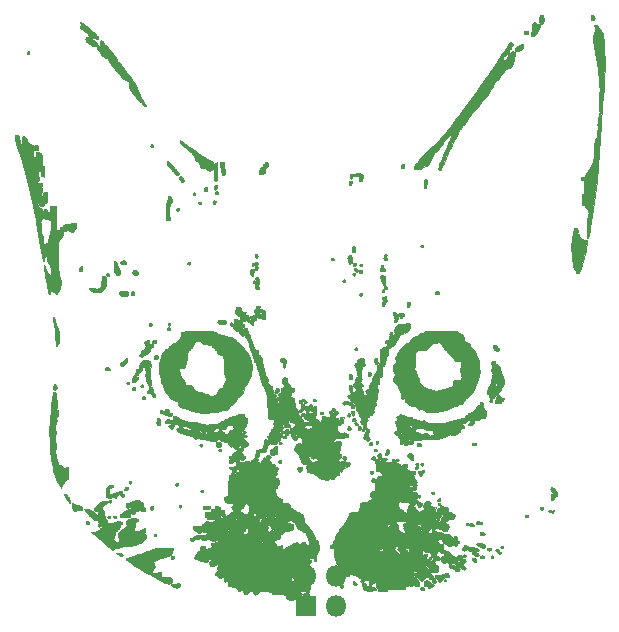
<source format=gts>
G04 #@! TF.GenerationSoftware,KiCad,Pcbnew,5.1.6-c6e7f7d~87~ubuntu18.04.1*
G04 #@! TF.CreationDate,2020-07-20T20:37:32+02:00*
G04 #@! TF.ProjectId,cat-demo,6361742d-6465-46d6-9f2e-6b696361645f,rev?*
G04 #@! TF.SameCoordinates,Original*
G04 #@! TF.FileFunction,Soldermask,Top*
G04 #@! TF.FilePolarity,Negative*
%FSLAX46Y46*%
G04 Gerber Fmt 4.6, Leading zero omitted, Abs format (unit mm)*
G04 Created by KiCad (PCBNEW 5.1.6-c6e7f7d~87~ubuntu18.04.1) date 2020-07-20 20:37:32*
%MOMM*%
%LPD*%
G01*
G04 APERTURE LIST*
%ADD10C,0.010000*%
%ADD11O,1.800000X1.800000*%
%ADD12R,1.800000X1.800000*%
G04 APERTURE END LIST*
D10*
G36*
X124980776Y-78255939D02*
G01*
X125045510Y-78279052D01*
X125050436Y-78291195D01*
X125076059Y-78408573D01*
X125138271Y-78519851D01*
X125215087Y-78591019D01*
X125250678Y-78600947D01*
X125298904Y-78610983D01*
X125318380Y-78655303D01*
X125313879Y-78756036D01*
X125302937Y-78843321D01*
X125277500Y-78981789D01*
X125247491Y-79076438D01*
X125229464Y-79100701D01*
X125198108Y-79153022D01*
X125188730Y-79227471D01*
X125172456Y-79312248D01*
X125142632Y-79338874D01*
X125103870Y-79377040D01*
X125096534Y-79421765D01*
X125069301Y-79498146D01*
X124983582Y-79608269D01*
X124833344Y-79758952D01*
X124658603Y-79916833D01*
X124586163Y-79983340D01*
X124584309Y-79994794D01*
X124634287Y-79965111D01*
X124755503Y-79910315D01*
X124853252Y-79892050D01*
X124933960Y-79870215D01*
X124958090Y-79788576D01*
X124958240Y-79776805D01*
X124977280Y-79689080D01*
X125052247Y-79662047D01*
X125073485Y-79661560D01*
X125161210Y-79680600D01*
X125188243Y-79755568D01*
X125188730Y-79776805D01*
X125167122Y-79867176D01*
X125096534Y-79892050D01*
X125023372Y-79920087D01*
X125004338Y-80003454D01*
X124983150Y-80098147D01*
X124946716Y-80138109D01*
X124912745Y-80158936D01*
X124946716Y-80164999D01*
X124990107Y-80207362D01*
X125004338Y-80283883D01*
X125025946Y-80374254D01*
X125096534Y-80399128D01*
X125173578Y-80431725D01*
X125188730Y-80491324D01*
X125215302Y-80566093D01*
X125252501Y-80583520D01*
X125311796Y-80624856D01*
X125355903Y-80729901D01*
X125372493Y-80860380D01*
X125338802Y-80922403D01*
X125230926Y-80987319D01*
X125040358Y-81060238D01*
X125038912Y-81060723D01*
X124973368Y-81126692D01*
X124958240Y-81205843D01*
X124934109Y-81304597D01*
X124889093Y-81350516D01*
X124830790Y-81413381D01*
X124819946Y-81464314D01*
X124850130Y-81536303D01*
X124889093Y-81551579D01*
X124944706Y-81591652D01*
X124958240Y-81666824D01*
X124979848Y-81757194D01*
X125050436Y-81782069D01*
X125122733Y-81809079D01*
X125142632Y-81897314D01*
X125118588Y-81990002D01*
X125073485Y-82012559D01*
X125012370Y-82049458D01*
X125004338Y-82081706D01*
X124964265Y-82137319D01*
X124889093Y-82150853D01*
X124801368Y-82131813D01*
X124774335Y-82056845D01*
X124773848Y-82035608D01*
X124797892Y-81942919D01*
X124842995Y-81920363D01*
X124904110Y-81883463D01*
X124912142Y-81851216D01*
X124885510Y-81789897D01*
X124862751Y-81782069D01*
X124770427Y-81826004D01*
X124698699Y-81951638D01*
X124656239Y-82127501D01*
X124623018Y-82349033D01*
X124802154Y-82321300D01*
X125071247Y-82281528D01*
X125260959Y-82258541D01*
X125382438Y-82251699D01*
X125446838Y-82260361D01*
X125465318Y-82283208D01*
X125503869Y-82325463D01*
X125557514Y-82335245D01*
X125634558Y-82302648D01*
X125649710Y-82243049D01*
X125670377Y-82168164D01*
X125699101Y-82150853D01*
X125777302Y-82115935D01*
X125851571Y-82039295D01*
X125880200Y-81969753D01*
X125919321Y-81933836D01*
X126013387Y-81920945D01*
X126127456Y-81933609D01*
X126176067Y-81948344D01*
X126237209Y-82012467D01*
X126241305Y-82110895D01*
X126189401Y-82206340D01*
X126168313Y-82224976D01*
X126116385Y-82271391D01*
X126146150Y-82286176D01*
X126191362Y-82287681D01*
X126272354Y-82306209D01*
X126295082Y-82335245D01*
X126334532Y-82369898D01*
X126410327Y-82381343D01*
X126498052Y-82362303D01*
X126525085Y-82287335D01*
X126525572Y-82266098D01*
X126549616Y-82173409D01*
X126594719Y-82150853D01*
X126650332Y-82110779D01*
X126663866Y-82035608D01*
X126682906Y-81947882D01*
X126757873Y-81920849D01*
X126779111Y-81920363D01*
X126871800Y-81944406D01*
X126894356Y-81989510D01*
X126930574Y-82041425D01*
X127044889Y-82058637D01*
X127050569Y-82058657D01*
X127155220Y-82067574D01*
X127207419Y-82112398D01*
X127237080Y-82220240D01*
X127238783Y-82229237D01*
X127301172Y-82398781D01*
X127413928Y-82493064D01*
X127551253Y-82518171D01*
X127644813Y-82534791D01*
X127676450Y-82598558D01*
X127678022Y-82634882D01*
X127696446Y-82721876D01*
X127769825Y-82749416D01*
X127796188Y-82750127D01*
X127876385Y-82760913D01*
X127903465Y-82811879D01*
X127899908Y-82899945D01*
X127879641Y-83003379D01*
X127825608Y-83043474D01*
X127735645Y-83049318D01*
X127626704Y-83065065D01*
X127585826Y-83106941D01*
X127625193Y-83150555D01*
X127701071Y-83165009D01*
X127788796Y-83184048D01*
X127815830Y-83259016D01*
X127816316Y-83280254D01*
X127802366Y-83366913D01*
X127775595Y-83395499D01*
X127732555Y-83433863D01*
X127710763Y-83487695D01*
X127661134Y-83558195D01*
X127549411Y-83579868D01*
X127544044Y-83579891D01*
X127445108Y-83593799D01*
X127401534Y-83627455D01*
X127401434Y-83629306D01*
X127445263Y-83656557D01*
X127576527Y-83655552D01*
X127650364Y-83647619D01*
X127795530Y-83633046D01*
X127875085Y-83639871D01*
X127914308Y-83674044D01*
X127930058Y-83713449D01*
X127971422Y-83790417D01*
X128003815Y-83810381D01*
X128032234Y-83850914D01*
X128046436Y-83950581D01*
X128046806Y-83971724D01*
X128038111Y-84078516D01*
X128016735Y-84132007D01*
X128012233Y-84133426D01*
X127970014Y-84171771D01*
X127919103Y-84261619D01*
X127877367Y-84366182D01*
X127862414Y-84441894D01*
X127836280Y-84497120D01*
X127819693Y-84501851D01*
X127770730Y-84536743D01*
X127718045Y-84619096D01*
X127676932Y-84715422D01*
X127662684Y-84792232D01*
X127676122Y-84816220D01*
X127711015Y-84868721D01*
X127724120Y-84961932D01*
X127756560Y-85087077D01*
X127837811Y-85217356D01*
X127943766Y-85323625D01*
X128050323Y-85376741D01*
X128068596Y-85378419D01*
X128181512Y-85398429D01*
X128250683Y-85469057D01*
X128292852Y-85609383D01*
X128298313Y-85640177D01*
X128330620Y-85833493D01*
X128550446Y-85807458D01*
X128750181Y-85812485D01*
X128888928Y-85878831D01*
X128960306Y-86002347D01*
X128968766Y-86079428D01*
X128990760Y-86181651D01*
X129037913Y-86207477D01*
X129099259Y-86232368D01*
X129107060Y-86253575D01*
X129145278Y-86292191D01*
X129190954Y-86299673D01*
X129275195Y-86328940D01*
X129387154Y-86402459D01*
X129429746Y-86437967D01*
X129548522Y-86523450D01*
X129660678Y-86572041D01*
X129691588Y-86576261D01*
X129774165Y-86593150D01*
X129798530Y-86622359D01*
X129836880Y-86660593D01*
X129885082Y-86668457D01*
X129975007Y-86691343D01*
X130039273Y-86768754D01*
X130084820Y-86913813D01*
X130114191Y-87101656D01*
X130139946Y-87274528D01*
X130177717Y-87392006D01*
X130245110Y-87490721D01*
X130355076Y-87602855D01*
X130497461Y-87758676D01*
X130644973Y-87952684D01*
X130785314Y-88164594D01*
X130906190Y-88374119D01*
X130995305Y-88560973D01*
X131040362Y-88704872D01*
X131043468Y-88738593D01*
X131078939Y-88852332D01*
X131181762Y-88936640D01*
X131281099Y-89013922D01*
X131317245Y-89116709D01*
X131319765Y-89175934D01*
X131333170Y-89292511D01*
X131365934Y-89364497D01*
X131370828Y-89368259D01*
X131399094Y-89434061D01*
X131395562Y-89555977D01*
X131364379Y-89705219D01*
X131309693Y-89853002D01*
X131297430Y-89877694D01*
X131247532Y-90004018D01*
X131227853Y-90111077D01*
X131193332Y-90199813D01*
X131127459Y-90226322D01*
X131040584Y-90259679D01*
X131007678Y-90309342D01*
X131037348Y-90348689D01*
X131085433Y-90356297D01*
X131148012Y-90370533D01*
X131175726Y-90429674D01*
X131181471Y-90540689D01*
X131175180Y-90659490D01*
X131145510Y-90712293D01*
X131076262Y-90725015D01*
X131066226Y-90725081D01*
X130986610Y-90712013D01*
X130955314Y-90654448D01*
X130950981Y-90573017D01*
X130944784Y-90475253D01*
X130908392Y-90432546D01*
X130815103Y-90422899D01*
X130769104Y-90423198D01*
X130636873Y-90438317D01*
X130574197Y-90484735D01*
X130565979Y-90506116D01*
X130572976Y-90568394D01*
X130651198Y-90586767D01*
X130655659Y-90586787D01*
X130740409Y-90606897D01*
X130766255Y-90684450D01*
X130766588Y-90702032D01*
X130747070Y-90790244D01*
X130672533Y-90816993D01*
X130657609Y-90817277D01*
X130588809Y-90829389D01*
X130549421Y-90881471D01*
X130524172Y-90997145D01*
X130519315Y-91031152D01*
X130501017Y-91194467D01*
X130490783Y-91343665D01*
X130490000Y-91380419D01*
X130481737Y-91470878D01*
X130438295Y-91504290D01*
X130331716Y-91502174D01*
X130201403Y-91510348D01*
X130105540Y-91577430D01*
X130074831Y-91613887D01*
X129968578Y-91706848D01*
X129867052Y-91739237D01*
X129770772Y-91756734D01*
X129729383Y-91785335D01*
X129664702Y-91823355D01*
X129606486Y-91831433D01*
X129538184Y-91851510D01*
X129540059Y-91904351D01*
X129564934Y-91992174D01*
X129568040Y-92019596D01*
X129607512Y-92051422D01*
X129683285Y-92061923D01*
X129764627Y-92076109D01*
X129795217Y-92137222D01*
X129798530Y-92205149D01*
X129808782Y-92302873D01*
X129846781Y-92327131D01*
X129871448Y-92320394D01*
X129963933Y-92302030D01*
X130098210Y-92292705D01*
X130124987Y-92292413D01*
X130244111Y-92284333D01*
X130296082Y-92251839D01*
X130305608Y-92200217D01*
X130332619Y-92127921D01*
X130420853Y-92108021D01*
X130487082Y-92114683D01*
X130521431Y-92149773D01*
X130534294Y-92235949D01*
X130536098Y-92359270D01*
X130527625Y-92521950D01*
X130498134Y-92616228D01*
X130455427Y-92657505D01*
X130410830Y-92690910D01*
X130443866Y-92703917D01*
X130501525Y-92705894D01*
X130578233Y-92720534D01*
X130619924Y-92772534D01*
X130630002Y-92877174D01*
X130611870Y-93049737D01*
X130597908Y-93138625D01*
X130574187Y-93252488D01*
X130535036Y-93297363D01*
X130451282Y-93295429D01*
X130402498Y-93287175D01*
X130249328Y-93262514D01*
X130069586Y-93236634D01*
X130017496Y-93229733D01*
X129885600Y-93216424D01*
X129820977Y-93226224D01*
X129800016Y-93266725D01*
X129798530Y-93300148D01*
X129825884Y-93380231D01*
X129867677Y-93398765D01*
X129923291Y-93438839D01*
X129936824Y-93514010D01*
X129912781Y-93606699D01*
X129867677Y-93629255D01*
X129809651Y-93667087D01*
X129798530Y-93711891D01*
X129765673Y-93776718D01*
X129658596Y-93829851D01*
X129590428Y-93850185D01*
X129444023Y-93884203D01*
X129322111Y-93903888D01*
X129290791Y-93905843D01*
X129216243Y-93925273D01*
X129199256Y-93951941D01*
X129160434Y-93986687D01*
X129066846Y-93999668D01*
X128952812Y-93992871D01*
X128852650Y-93968284D01*
X128801045Y-93928892D01*
X128738180Y-93870590D01*
X128687246Y-93859745D01*
X128622754Y-93835582D01*
X128600542Y-93748790D01*
X128599982Y-93721451D01*
X128585687Y-93620466D01*
X128531975Y-93584737D01*
X128506340Y-93583157D01*
X128416866Y-93551101D01*
X128384437Y-93509514D01*
X128360032Y-93476137D01*
X128306918Y-93457548D01*
X128207751Y-93452266D01*
X128045182Y-93458815D01*
X127901855Y-93468389D01*
X127710126Y-93478393D01*
X127558243Y-93479244D01*
X127465786Y-93471244D01*
X127446826Y-93461361D01*
X127424606Y-93387345D01*
X127352011Y-93333685D01*
X127215527Y-93294637D01*
X127001641Y-93264458D01*
X126977570Y-93261923D01*
X126667021Y-93239539D01*
X126432584Y-93243759D01*
X126278059Y-93274138D01*
X126207247Y-93330228D01*
X126202886Y-93353093D01*
X126168841Y-93459426D01*
X126086395Y-93519838D01*
X125985085Y-93531528D01*
X125894447Y-93491698D01*
X125844017Y-93397548D01*
X125842565Y-93387241D01*
X125812378Y-93295129D01*
X125765735Y-93260471D01*
X125693190Y-93224056D01*
X125680240Y-93202849D01*
X125659412Y-93168879D01*
X125653349Y-93202849D01*
X125612267Y-93252804D01*
X125574325Y-93260471D01*
X125493033Y-93292245D01*
X125398136Y-93369363D01*
X125392134Y-93375716D01*
X125277273Y-93463533D01*
X125168212Y-93488019D01*
X125087504Y-93447591D01*
X125063793Y-93398765D01*
X125029585Y-93324089D01*
X125004338Y-93306569D01*
X124966534Y-93268005D01*
X124942546Y-93205438D01*
X124917080Y-93136209D01*
X124876984Y-93142334D01*
X124829820Y-93182389D01*
X124715626Y-93252185D01*
X124615961Y-93257417D01*
X124553560Y-93201035D01*
X124543358Y-93145226D01*
X124519314Y-93052538D01*
X124474211Y-93029981D01*
X124417588Y-92991782D01*
X124405064Y-92940684D01*
X124391074Y-92882022D01*
X124332069Y-92866865D01*
X124249581Y-92876617D01*
X124129334Y-92880489D01*
X124062754Y-92851122D01*
X124062469Y-92850670D01*
X124053145Y-92845589D01*
X129291452Y-92845589D01*
X129308319Y-92883533D01*
X129322184Y-92876321D01*
X129327701Y-92821614D01*
X129322184Y-92814857D01*
X129294779Y-92821185D01*
X129291452Y-92845589D01*
X124053145Y-92845589D01*
X123998854Y-92816004D01*
X123885834Y-92799677D01*
X123872216Y-92799491D01*
X123774264Y-92794779D01*
X123728216Y-92763798D01*
X123714478Y-92681286D01*
X123713594Y-92594949D01*
X123713594Y-92476805D01*
X128092904Y-92476805D01*
X128125990Y-92521584D01*
X128136282Y-92522903D01*
X128198714Y-92489395D01*
X128208149Y-92476805D01*
X128197699Y-92437341D01*
X128164772Y-92430707D01*
X128101700Y-92454775D01*
X128092904Y-92476805D01*
X123713594Y-92476805D01*
X123713594Y-92390406D01*
X123558244Y-92415616D01*
X123462677Y-92426486D01*
X123412859Y-92403858D01*
X123398674Y-92361560D01*
X128323394Y-92361560D01*
X128346443Y-92384609D01*
X128369492Y-92361560D01*
X128346443Y-92338511D01*
X128323394Y-92361560D01*
X123398674Y-92361560D01*
X123386783Y-92326104D01*
X123381533Y-92293615D01*
X128988327Y-92293615D01*
X128992874Y-92336753D01*
X129051674Y-92351218D01*
X129164853Y-92344468D01*
X129269890Y-92328902D01*
X129311197Y-92311865D01*
X129302977Y-92304851D01*
X129261110Y-92249133D01*
X129245354Y-92154119D01*
X129263500Y-92052712D01*
X129302977Y-92002929D01*
X129332819Y-91962554D01*
X129319715Y-91941465D01*
X129271984Y-91935616D01*
X129258251Y-91958203D01*
X129200779Y-92006998D01*
X129152423Y-92015825D01*
X129100782Y-92026156D01*
X129061957Y-92070626D01*
X129024006Y-92169452D01*
X128988327Y-92293615D01*
X123381533Y-92293615D01*
X123371606Y-92232187D01*
X123356443Y-92131070D01*
X123897986Y-92131070D01*
X123921035Y-92154119D01*
X123944084Y-92131070D01*
X123921035Y-92108021D01*
X123897986Y-92131070D01*
X123356443Y-92131070D01*
X123340319Y-92023549D01*
X123193050Y-92065785D01*
X123024478Y-92103551D01*
X122926008Y-92096603D01*
X122886110Y-92043080D01*
X122883830Y-92015825D01*
X122862097Y-91948341D01*
X122781235Y-91924580D01*
X122745536Y-91923629D01*
X122647380Y-91911958D01*
X122611248Y-91858597D01*
X122607242Y-91792735D01*
X122637024Y-91674441D01*
X122665847Y-91652482D01*
X128507786Y-91652482D01*
X128536189Y-91677475D01*
X128553884Y-91670090D01*
X128598261Y-91609024D01*
X128599982Y-91595502D01*
X128571580Y-91570509D01*
X128553884Y-91577894D01*
X128509507Y-91638961D01*
X128507786Y-91652482D01*
X122665847Y-91652482D01*
X122722487Y-91609331D01*
X122807196Y-91556585D01*
X122837732Y-91513116D01*
X122875717Y-91466148D01*
X122918403Y-91448328D01*
X122959440Y-91431672D01*
X122912413Y-91422897D01*
X122895354Y-91421899D01*
X122814707Y-91393519D01*
X122803079Y-91348742D01*
X126498102Y-91348742D01*
X126503907Y-91372692D01*
X126554138Y-91389493D01*
X126617127Y-91352523D01*
X126657796Y-91286827D01*
X126660227Y-91261088D01*
X126646617Y-91241540D01*
X126633336Y-91266733D01*
X126572583Y-91319066D01*
X126542059Y-91324355D01*
X126498102Y-91348742D01*
X122803079Y-91348742D01*
X122791647Y-91304721D01*
X122791634Y-91301306D01*
X122807414Y-91214674D01*
X122837732Y-91186061D01*
X122879458Y-91153147D01*
X122874383Y-91075956D01*
X122831548Y-90995366D01*
X123719183Y-90995366D01*
X123733814Y-91043190D01*
X123790695Y-91063381D01*
X123895035Y-91063896D01*
X124004945Y-91047785D01*
X124078534Y-91018099D01*
X124078536Y-91018097D01*
X124079378Y-90982496D01*
X124005746Y-90955775D01*
X123902071Y-90945589D01*
X123768353Y-90955221D01*
X123719183Y-90995366D01*
X122831548Y-90995366D01*
X122827004Y-90986818D01*
X122806863Y-90964215D01*
X122741995Y-90917545D01*
X122710825Y-90944458D01*
X122654422Y-90996110D01*
X122623157Y-91001669D01*
X122535896Y-91032143D01*
X122485411Y-91070816D01*
X122385547Y-91125996D01*
X122304312Y-91139963D01*
X122214094Y-91115325D01*
X122192360Y-91070816D01*
X122167468Y-91009470D01*
X122146262Y-91001669D01*
X122108292Y-90965002D01*
X122102438Y-90878969D01*
X122125874Y-90779520D01*
X122169311Y-90708618D01*
X122222501Y-90632885D01*
X123022124Y-90632885D01*
X123060611Y-90670710D01*
X123111599Y-90678983D01*
X123199847Y-90657815D01*
X123229565Y-90632885D01*
X123213244Y-90598702D01*
X123140089Y-90586787D01*
X123052164Y-90602235D01*
X123022124Y-90632885D01*
X122222501Y-90632885D01*
X122232143Y-90619157D01*
X122208152Y-90559392D01*
X122120871Y-90528959D01*
X122033472Y-90526955D01*
X121990863Y-90582286D01*
X121976815Y-90638830D01*
X121941177Y-90733234D01*
X121894649Y-90771179D01*
X121757274Y-90757202D01*
X121586734Y-90721285D01*
X121415286Y-90672447D01*
X121275186Y-90619708D01*
X121204444Y-90578181D01*
X121090024Y-90514436D01*
X120985119Y-90494591D01*
X120890351Y-90480126D01*
X120857542Y-90420195D01*
X120855518Y-90379346D01*
X120857583Y-90371663D01*
X122622608Y-90371663D01*
X122628936Y-90399068D01*
X122653340Y-90402395D01*
X122691284Y-90385529D01*
X122684072Y-90371663D01*
X122629364Y-90366146D01*
X122622608Y-90371663D01*
X120857583Y-90371663D01*
X120887579Y-90260106D01*
X120900569Y-90241052D01*
X122837732Y-90241052D01*
X122860781Y-90264101D01*
X122883830Y-90241052D01*
X122860781Y-90218003D01*
X122837732Y-90241052D01*
X120900569Y-90241052D01*
X120922551Y-90208810D01*
X125485388Y-90208810D01*
X125489549Y-90219916D01*
X125541194Y-90240909D01*
X125585781Y-90213673D01*
X125630854Y-90158237D01*
X125629763Y-90136592D01*
X125573444Y-90127401D01*
X125510853Y-90160070D01*
X125485388Y-90208810D01*
X120922551Y-90208810D01*
X120947714Y-90171905D01*
X121016072Y-90080880D01*
X121039910Y-90011181D01*
X121063678Y-89973818D01*
X121965922Y-89973818D01*
X121966053Y-90044553D01*
X122001453Y-90113911D01*
X122042541Y-90140129D01*
X122144640Y-90163154D01*
X122185560Y-90156471D01*
X122192360Y-90125807D01*
X122155022Y-90084910D01*
X122139115Y-90082309D01*
X124497260Y-90082309D01*
X124534674Y-90095483D01*
X124625950Y-90076010D01*
X124637907Y-90071981D01*
X124727917Y-90033433D01*
X124759773Y-90004837D01*
X124758592Y-90002989D01*
X124701526Y-89996049D01*
X124609790Y-90016517D01*
X124527309Y-90051063D01*
X124497260Y-90082309D01*
X122139115Y-90082309D01*
X122123213Y-90079709D01*
X122062098Y-90042809D01*
X122061036Y-90038543D01*
X122284556Y-90038543D01*
X122308099Y-90077553D01*
X122375986Y-90039071D01*
X122406386Y-90010562D01*
X122453399Y-89953871D01*
X122432563Y-89947969D01*
X125234828Y-89947969D01*
X125268231Y-89962458D01*
X125330972Y-89939302D01*
X125397078Y-89892795D01*
X125406717Y-89867448D01*
X125349633Y-89862990D01*
X125275399Y-89896661D01*
X125235063Y-89944547D01*
X125234828Y-89947969D01*
X122432563Y-89947969D01*
X122426423Y-89946230D01*
X122357473Y-89969396D01*
X122294169Y-90014487D01*
X122284556Y-90038543D01*
X122061036Y-90038543D01*
X122054066Y-90010562D01*
X122029174Y-89949216D01*
X122007968Y-89941415D01*
X121965922Y-89973818D01*
X121063678Y-89973818D01*
X121078645Y-89950291D01*
X121174276Y-89887337D01*
X121198896Y-89876224D01*
X121237787Y-89856812D01*
X122809783Y-89856812D01*
X122818973Y-89882253D01*
X122837732Y-89895317D01*
X122886426Y-89927085D01*
X122922758Y-89934311D01*
X122980839Y-89913309D01*
X123074454Y-89869740D01*
X123158736Y-89827265D01*
X123159308Y-89815330D01*
X123114320Y-89823012D01*
X122972585Y-89843826D01*
X122883830Y-89849296D01*
X122809783Y-89856812D01*
X121237787Y-89856812D01*
X121302613Y-89824455D01*
X121340303Y-89764544D01*
X121333417Y-89659235D01*
X121331335Y-89646200D01*
X121321702Y-89532974D01*
X121353049Y-89472978D01*
X121428888Y-89435422D01*
X121564272Y-89399274D01*
X121665234Y-89388239D01*
X121751705Y-89408747D01*
X121777292Y-89487042D01*
X121777478Y-89499643D01*
X121756358Y-89593566D01*
X121719855Y-89632570D01*
X121698149Y-89660679D01*
X121742446Y-89687265D01*
X121820883Y-89689197D01*
X121940600Y-89662991D01*
X122070444Y-89619470D01*
X122179265Y-89569455D01*
X122235912Y-89523769D01*
X122238285Y-89515009D01*
X122275951Y-89484290D01*
X122307605Y-89480435D01*
X122368951Y-89455544D01*
X122376752Y-89434337D01*
X122339414Y-89393440D01*
X122307605Y-89388239D01*
X122284490Y-89371583D01*
X122791634Y-89371583D01*
X122827768Y-89422532D01*
X122920969Y-89429272D01*
X122985320Y-89411288D01*
X127585826Y-89411288D01*
X127608875Y-89434337D01*
X127631924Y-89411288D01*
X127608875Y-89388239D01*
X127585826Y-89411288D01*
X122985320Y-89411288D01*
X123048437Y-89393649D01*
X123148893Y-89342646D01*
X123209235Y-89290748D01*
X126264060Y-89290748D01*
X126266269Y-89291139D01*
X126326574Y-89276809D01*
X126435431Y-89237980D01*
X127391499Y-89237980D01*
X127400782Y-89242045D01*
X127468184Y-89232677D01*
X127483642Y-89210762D01*
X127537833Y-89169921D01*
X127612717Y-89157749D01*
X127697689Y-89177642D01*
X127723744Y-89254668D01*
X127724120Y-89273414D01*
X127729604Y-89338221D01*
X127760777Y-89371354D01*
X127839725Y-89381454D01*
X127988531Y-89377164D01*
X127989184Y-89377134D01*
X128254247Y-89365190D01*
X128254247Y-89530653D01*
X128259155Y-89639286D01*
X128290641Y-89677985D01*
X128373854Y-89669000D01*
X128403217Y-89662469D01*
X128519120Y-89619187D01*
X128673962Y-89539608D01*
X128818099Y-89451329D01*
X129049525Y-89301488D01*
X129224433Y-89200626D01*
X129358950Y-89140955D01*
X129469207Y-89114691D01*
X129521775Y-89111651D01*
X129623077Y-89126101D01*
X129658789Y-89179887D01*
X129660236Y-89203847D01*
X129669183Y-89275286D01*
X129705925Y-89286610D01*
X129785319Y-89236043D01*
X129853035Y-89180798D01*
X129985845Y-89100153D01*
X130119152Y-89065640D01*
X130124753Y-89065553D01*
X130221948Y-89078743D01*
X130256754Y-89134246D01*
X130259510Y-89180798D01*
X130274178Y-89262848D01*
X130336785Y-89293123D01*
X130399290Y-89296043D01*
X130518419Y-89320484D01*
X130574674Y-89392292D01*
X130608187Y-89457960D01*
X130647967Y-89441652D01*
X130671029Y-89415341D01*
X130707096Y-89358448D01*
X130671744Y-89342412D01*
X130656988Y-89342141D01*
X130608257Y-89319592D01*
X130585952Y-89238918D01*
X130582196Y-89139632D01*
X130566800Y-88985747D01*
X130519511Y-88913501D01*
X130513049Y-88910589D01*
X130461212Y-88846993D01*
X130443902Y-88744314D01*
X130431835Y-88646573D01*
X130402718Y-88604602D01*
X130401856Y-88604573D01*
X130368711Y-88563884D01*
X130336860Y-88462175D01*
X130328657Y-88420181D01*
X130302228Y-88302079D01*
X130259008Y-88249438D01*
X130172232Y-88236066D01*
X130140214Y-88235789D01*
X130020438Y-88218563D01*
X129982922Y-88172138D01*
X129944706Y-88119302D01*
X129845335Y-88045966D01*
X129729383Y-87980208D01*
X129580536Y-87896552D01*
X129501829Y-87826852D01*
X129476175Y-87755204D01*
X129475844Y-87744222D01*
X129459064Y-87661265D01*
X129429746Y-87636515D01*
X129395093Y-87597065D01*
X129383648Y-87521270D01*
X129364205Y-87433135D01*
X129289620Y-87406338D01*
X129273780Y-87406025D01*
X129172396Y-87371274D01*
X129139802Y-87313829D01*
X129082443Y-87237311D01*
X128973977Y-87231477D01*
X128821943Y-87295873D01*
X128756940Y-87336878D01*
X128587117Y-87452123D01*
X128754893Y-87452123D01*
X128868775Y-87461595D01*
X128916060Y-87498971D01*
X128922668Y-87544319D01*
X128941973Y-87619227D01*
X128968766Y-87636515D01*
X129013525Y-87601436D01*
X129014864Y-87590417D01*
X129054314Y-87555764D01*
X129130109Y-87544319D01*
X129209703Y-87557156D01*
X129239621Y-87614129D01*
X129242114Y-87694138D01*
X129223535Y-87868584D01*
X129164189Y-87978279D01*
X129044707Y-88048150D01*
X128942582Y-88079631D01*
X128781602Y-88115757D01*
X128636059Y-88138205D01*
X128587470Y-88141559D01*
X128467932Y-88176785D01*
X128407552Y-88258072D01*
X128311254Y-88363223D01*
X128209602Y-88399901D01*
X128109967Y-88428780D01*
X128077847Y-88483377D01*
X128083652Y-88562432D01*
X128076924Y-88703298D01*
X128001398Y-88796565D01*
X127848022Y-88852160D01*
X127813663Y-88858560D01*
X127692456Y-88889296D01*
X127640103Y-88937470D01*
X127631924Y-88989205D01*
X127591134Y-89085724D01*
X127483758Y-89154730D01*
X127395594Y-89204812D01*
X127391499Y-89237980D01*
X126435431Y-89237980D01*
X126445050Y-89234549D01*
X126588955Y-89176449D01*
X126779733Y-89094272D01*
X126934314Y-89025099D01*
X127040817Y-88974589D01*
X127087362Y-88948395D01*
X127062071Y-88952175D01*
X127055699Y-88954233D01*
X126954505Y-88977435D01*
X126807821Y-89000330D01*
X126744538Y-89007853D01*
X126612845Y-89018951D01*
X126548551Y-89007528D01*
X126527505Y-88961951D01*
X126525572Y-88902392D01*
X126515946Y-88820972D01*
X126492876Y-88806295D01*
X126474562Y-88869828D01*
X126471122Y-88984860D01*
X126472639Y-89011531D01*
X126471750Y-89130587D01*
X126433694Y-89195202D01*
X126355516Y-89235154D01*
X126277691Y-89271531D01*
X126264060Y-89290748D01*
X123209235Y-89290748D01*
X123264991Y-89242795D01*
X123298712Y-89137668D01*
X123329142Y-89030033D01*
X123379383Y-88973950D01*
X123412912Y-88950308D01*
X124727750Y-88950308D01*
X124750799Y-88973357D01*
X124773848Y-88950308D01*
X124750799Y-88927259D01*
X124727750Y-88950308D01*
X123412912Y-88950308D01*
X123432195Y-88936712D01*
X123401062Y-88932917D01*
X123367859Y-88937480D01*
X123286671Y-88991116D01*
X123261416Y-89073954D01*
X123205568Y-89199679D01*
X123091243Y-89294199D01*
X122951860Y-89333732D01*
X122901785Y-89329885D01*
X122811752Y-89333697D01*
X122791634Y-89371583D01*
X122284490Y-89371583D01*
X122251992Y-89348166D01*
X122238458Y-89272994D01*
X122250914Y-89194378D01*
X122306487Y-89162711D01*
X122395959Y-89157749D01*
X122508561Y-89172996D01*
X122574005Y-89210220D01*
X122576712Y-89215372D01*
X122595382Y-89223303D01*
X122603603Y-89169274D01*
X122625640Y-89093217D01*
X122701942Y-89066799D01*
X122741220Y-89065553D01*
X122834631Y-89054412D01*
X122858159Y-89010066D01*
X122852285Y-88977932D01*
X122802999Y-88905095D01*
X122723630Y-88867537D01*
X122647508Y-88871279D01*
X122607962Y-88922345D01*
X122607242Y-88933652D01*
X122576472Y-89001961D01*
X122491997Y-89019455D01*
X122405364Y-89003675D01*
X122376752Y-88973357D01*
X122338143Y-88935903D01*
X122284556Y-88927259D01*
X122209683Y-88905870D01*
X122192360Y-88876118D01*
X122150781Y-88845799D01*
X122027721Y-88853796D01*
X122019492Y-88855204D01*
X121783720Y-88894768D01*
X121623921Y-88915798D01*
X121525681Y-88917927D01*
X121474585Y-88900789D01*
X121456219Y-88864018D01*
X121454792Y-88840857D01*
X121442901Y-88777817D01*
X121389609Y-88762578D01*
X121304973Y-88775958D01*
X121150262Y-88798284D01*
X120985433Y-88809329D01*
X120982433Y-88809379D01*
X120863532Y-88821954D01*
X120814443Y-88861464D01*
X120809566Y-88892686D01*
X120785531Y-88949590D01*
X120699948Y-88971842D01*
X120648077Y-88973357D01*
X120538967Y-88964747D01*
X120494300Y-88926000D01*
X120486734Y-88858112D01*
X120502104Y-88775062D01*
X120566850Y-88745261D01*
X120621822Y-88742867D01*
X120724867Y-88725539D01*
X120767680Y-88660858D01*
X120771640Y-88639147D01*
X120801412Y-88565267D01*
X120880400Y-88537832D01*
X120936189Y-88535872D01*
X121038195Y-88526747D01*
X121085587Y-88503926D01*
X121086008Y-88501298D01*
X121127483Y-88481318D01*
X121233526Y-88468639D01*
X121316498Y-88466279D01*
X121447979Y-88474571D01*
X121531433Y-88495772D01*
X121546988Y-88512377D01*
X121584325Y-88553274D01*
X121616135Y-88558475D01*
X121677481Y-88533583D01*
X121685282Y-88512377D01*
X127493630Y-88512377D01*
X127522650Y-88555272D01*
X127606610Y-88527815D01*
X127631924Y-88512377D01*
X127668127Y-88478751D01*
X127622342Y-88467497D01*
X127597351Y-88466985D01*
X127516415Y-88483786D01*
X127493630Y-88512377D01*
X121685282Y-88512377D01*
X121722619Y-88471480D01*
X121754429Y-88466279D01*
X121815775Y-88441387D01*
X121823576Y-88420181D01*
X121862185Y-88382727D01*
X121915772Y-88374083D01*
X122000081Y-88362702D01*
X122007465Y-88334970D01*
X121949464Y-88300503D01*
X121837618Y-88268916D01*
X121783601Y-88259864D01*
X124954322Y-88259864D01*
X124987673Y-88342031D01*
X124988972Y-88343351D01*
X125068191Y-88371346D01*
X125184312Y-88368667D01*
X125288664Y-88338955D01*
X125317804Y-88318765D01*
X125359162Y-88233821D01*
X125373122Y-88134373D01*
X125377199Y-88112861D01*
X126172154Y-88112861D01*
X126178482Y-88140266D01*
X126202886Y-88143593D01*
X126240830Y-88126727D01*
X126233618Y-88112861D01*
X126178911Y-88107344D01*
X126172154Y-88112861D01*
X125377199Y-88112861D01*
X125390997Y-88040072D01*
X125430745Y-88004593D01*
X125462445Y-87992261D01*
X125430957Y-87965215D01*
X125361245Y-87935744D01*
X125278271Y-87916140D01*
X125246353Y-87913809D01*
X125166595Y-87935269D01*
X125142769Y-88017076D01*
X125142632Y-88028348D01*
X125121024Y-88118719D01*
X125050436Y-88143593D01*
X124979562Y-88179680D01*
X124954322Y-88259864D01*
X121783601Y-88259864D01*
X121777478Y-88258838D01*
X121641195Y-88236331D01*
X121572981Y-88205764D01*
X121560165Y-88175128D01*
X122013867Y-88175128D01*
X122030236Y-88220820D01*
X122100164Y-88235789D01*
X122175248Y-88206965D01*
X122192360Y-88166642D01*
X122183700Y-88108343D01*
X122138082Y-88105332D01*
X122080885Y-88125476D01*
X122013867Y-88175128D01*
X121560165Y-88175128D01*
X121549255Y-88149049D01*
X121546480Y-88081645D01*
X121543289Y-88024719D01*
X122405919Y-88024719D01*
X122408791Y-88094811D01*
X122452110Y-88166466D01*
X122510416Y-88188713D01*
X122550953Y-88158192D01*
X122551973Y-88125475D01*
X123600090Y-88125475D01*
X123612632Y-88165559D01*
X123667957Y-88184750D01*
X123747745Y-88188777D01*
X123801980Y-88176583D01*
X123805790Y-88169643D01*
X123786717Y-88091635D01*
X123743181Y-87997506D01*
X123695708Y-87927215D01*
X123674011Y-87913103D01*
X123637100Y-87951691D01*
X123608815Y-88037473D01*
X123600090Y-88125475D01*
X122551973Y-88125475D01*
X122552470Y-88109549D01*
X122501197Y-88033094D01*
X122460508Y-88014669D01*
X122405919Y-88024719D01*
X121543289Y-88024719D01*
X121538105Y-87932263D01*
X121518527Y-87770214D01*
X121517400Y-87763285D01*
X121505712Y-87648139D01*
X121507211Y-87644506D01*
X126948373Y-87644506D01*
X126964323Y-87674110D01*
X126998077Y-87700686D01*
X127066435Y-87799453D01*
X127070635Y-87916719D01*
X127029687Y-87989823D01*
X127011394Y-88052977D01*
X127052736Y-88110995D01*
X127110951Y-88189542D01*
X127124846Y-88232496D01*
X127157988Y-88279889D01*
X127170944Y-88281887D01*
X127208398Y-88243278D01*
X127217042Y-88189691D01*
X127253118Y-88122174D01*
X127336432Y-88092782D01*
X127429611Y-88103016D01*
X127495284Y-88154375D01*
X127504064Y-88178167D01*
X127521556Y-88210433D01*
X127542645Y-88152995D01*
X127547150Y-88132069D01*
X127553460Y-88038119D01*
X127512607Y-88006170D01*
X127496689Y-88005299D01*
X127428638Y-87962491D01*
X127355327Y-87844087D01*
X127333985Y-87795901D01*
X127263811Y-87658410D01*
X127202025Y-87608926D01*
X127182469Y-87611509D01*
X127083071Y-87633034D01*
X127017355Y-87637981D01*
X126948373Y-87644506D01*
X121507211Y-87644506D01*
X121517635Y-87619243D01*
X122370355Y-87619243D01*
X122431584Y-87627224D01*
X122445899Y-87627528D01*
X122524626Y-87622546D01*
X122531557Y-87608115D01*
X122527448Y-87606278D01*
X122435935Y-87597158D01*
X122389154Y-87604570D01*
X122370355Y-87619243D01*
X121517635Y-87619243D01*
X121526197Y-87598494D01*
X121564005Y-87590417D01*
X121628906Y-87556061D01*
X121639184Y-87521270D01*
X121653100Y-87498221D01*
X126571670Y-87498221D01*
X126590975Y-87573129D01*
X126617768Y-87590417D01*
X126647580Y-87559685D01*
X127969976Y-87559685D01*
X127976304Y-87587090D01*
X128000708Y-87590417D01*
X128038652Y-87573550D01*
X128031440Y-87559685D01*
X127976733Y-87554168D01*
X127969976Y-87559685D01*
X126647580Y-87559685D01*
X126655222Y-87551808D01*
X126663866Y-87498221D01*
X126644562Y-87423313D01*
X126617768Y-87406025D01*
X126580314Y-87444634D01*
X126571670Y-87498221D01*
X121653100Y-87498221D01*
X121676084Y-87460155D01*
X121708331Y-87452123D01*
X121764644Y-87413691D01*
X121777478Y-87359927D01*
X121804488Y-87287630D01*
X121892723Y-87267731D01*
X121985412Y-87291775D01*
X122007968Y-87336878D01*
X122035427Y-87386075D01*
X122124833Y-87404010D01*
X122286726Y-87391812D01*
X122383920Y-87377144D01*
X122504780Y-87342685D01*
X122561901Y-87278844D01*
X122574482Y-87233929D01*
X122578404Y-87213407D01*
X126313261Y-87213407D01*
X126346029Y-87296623D01*
X126428151Y-87356460D01*
X126493433Y-87329223D01*
X126531678Y-87219794D01*
X126533347Y-87206932D01*
X126538532Y-87104393D01*
X126510636Y-87068690D01*
X126449291Y-87073420D01*
X126348786Y-87125554D01*
X126313261Y-87213407D01*
X122578404Y-87213407D01*
X122594845Y-87127404D01*
X124270682Y-87127404D01*
X124317706Y-87170173D01*
X124358966Y-87175535D01*
X124433874Y-87156230D01*
X124451162Y-87129437D01*
X124488499Y-87088540D01*
X124520309Y-87083339D01*
X124581655Y-87058447D01*
X124589456Y-87037241D01*
X124555508Y-86996910D01*
X124449674Y-87001709D01*
X124370490Y-87020198D01*
X124289038Y-87067164D01*
X124270682Y-87127404D01*
X122594845Y-87127404D01*
X122596532Y-87118580D01*
X122279201Y-87149849D01*
X122112526Y-87164426D01*
X122017450Y-87164271D01*
X121974004Y-87145373D01*
X121962218Y-87103723D01*
X121961870Y-87086130D01*
X121959771Y-87080818D01*
X122680494Y-87080818D01*
X122687786Y-87071814D01*
X122740365Y-87053993D01*
X122858590Y-87041509D01*
X123002916Y-87037241D01*
X123182623Y-87025994D01*
X123284412Y-86994859D01*
X123304143Y-86947749D01*
X123237675Y-86888575D01*
X123187342Y-86863002D01*
X123099153Y-86835601D01*
X123056209Y-86865577D01*
X123050495Y-86878652D01*
X122986396Y-86927483D01*
X122862228Y-86945045D01*
X122754941Y-86949854D01*
X122700961Y-86961691D01*
X122699438Y-86964324D01*
X122689745Y-87020601D01*
X122683944Y-87044995D01*
X122680494Y-87080818D01*
X121959771Y-87080818D01*
X121930684Y-87007207D01*
X121869674Y-86991143D01*
X121814374Y-86979008D01*
X121786794Y-86927500D01*
X121777872Y-86813965D01*
X121777478Y-86760653D01*
X121777478Y-86530163D01*
X122268588Y-86530163D01*
X122248291Y-86391869D01*
X122243520Y-86294651D01*
X122282552Y-86258147D01*
X122344629Y-86253575D01*
X122441536Y-86273868D01*
X122484646Y-86311197D01*
X122519714Y-86335333D01*
X122561922Y-86293472D01*
X122595808Y-86209000D01*
X122606536Y-86126805D01*
X122619533Y-86057137D01*
X122670255Y-86027936D01*
X122778170Y-86033829D01*
X122878068Y-86051896D01*
X122980340Y-86086461D01*
X123018410Y-86153570D01*
X123022124Y-86213239D01*
X123031734Y-86302378D01*
X123079109Y-86338934D01*
X123183467Y-86345771D01*
X123291604Y-86352907D01*
X123335952Y-86393168D01*
X123344790Y-86494833D01*
X123344810Y-86507114D01*
X123356388Y-86613757D01*
X123384858Y-86667063D01*
X123390908Y-86668457D01*
X123425561Y-86707907D01*
X123437006Y-86783702D01*
X123459912Y-86874748D01*
X123502773Y-86898947D01*
X123568613Y-86937159D01*
X123589621Y-86979618D01*
X123604648Y-86995799D01*
X123614941Y-86933120D01*
X123615862Y-86914313D01*
X125572880Y-86914313D01*
X125579208Y-86941718D01*
X125603612Y-86945045D01*
X125641556Y-86928178D01*
X125634344Y-86914313D01*
X125579637Y-86908796D01*
X125572880Y-86914313D01*
X123615862Y-86914313D01*
X123616051Y-86910471D01*
X123618338Y-86895567D01*
X126802160Y-86895567D01*
X126842214Y-86983711D01*
X126942362Y-87068992D01*
X127072584Y-87129068D01*
X127133215Y-87141952D01*
X127256280Y-87157180D01*
X127342188Y-87167950D01*
X127343812Y-87168158D01*
X127394516Y-87138253D01*
X127401434Y-87106388D01*
X127441507Y-87050775D01*
X127516679Y-87037241D01*
X127603312Y-87053021D01*
X127631924Y-87083339D01*
X127667004Y-87128097D01*
X127678022Y-87129437D01*
X127712675Y-87089987D01*
X127724120Y-87014192D01*
X127722718Y-86941470D01*
X127705052Y-86909632D01*
X127650932Y-86916842D01*
X127540168Y-86961265D01*
X127470581Y-86991143D01*
X127255071Y-87065870D01*
X127097669Y-87081887D01*
X127003361Y-87039306D01*
X126978234Y-86980089D01*
X126943551Y-86909170D01*
X126882246Y-86862603D01*
X126824963Y-86855100D01*
X126802160Y-86895567D01*
X123618338Y-86895567D01*
X123632366Y-86804154D01*
X123681973Y-86763843D01*
X123717910Y-86760653D01*
X123764310Y-86742081D01*
X125834102Y-86742081D01*
X125857417Y-86819885D01*
X125936728Y-86865351D01*
X126086085Y-86884317D01*
X126179837Y-86885762D01*
X126271242Y-86884506D01*
X126272943Y-86879126D01*
X126191362Y-86865929D01*
X126099299Y-86834433D01*
X126064592Y-86790885D01*
X126035787Y-86725270D01*
X125970476Y-86655699D01*
X125900317Y-86610184D01*
X125861047Y-86610780D01*
X125839601Y-86673590D01*
X125834102Y-86742081D01*
X123764310Y-86742081D01*
X123806851Y-86725054D01*
X123836418Y-86676537D01*
X123894190Y-86605518D01*
X124009194Y-86539227D01*
X124147224Y-86494165D01*
X124235469Y-86484065D01*
X124290165Y-86456402D01*
X124697965Y-86456402D01*
X124746456Y-86495743D01*
X124816681Y-86513376D01*
X124915073Y-86550109D01*
X124958161Y-86599969D01*
X124958240Y-86602010D01*
X124998253Y-86648762D01*
X125094106Y-86682212D01*
X125209525Y-86692873D01*
X125273172Y-86684361D01*
X125359705Y-86669331D01*
X125376892Y-86668457D01*
X125411294Y-86629814D01*
X125419220Y-86576261D01*
X125433737Y-86501236D01*
X125453794Y-86483962D01*
X125464193Y-86461016D01*
X126848258Y-86461016D01*
X126871307Y-86484065D01*
X126894356Y-86461016D01*
X126871307Y-86437967D01*
X126848258Y-86461016D01*
X125464193Y-86461016D01*
X125472808Y-86442008D01*
X125487343Y-86333073D01*
X125493463Y-86207374D01*
X125490397Y-86042982D01*
X125471558Y-85955599D01*
X125435840Y-85930889D01*
X125378739Y-85903805D01*
X125373122Y-85884791D01*
X125335785Y-85843894D01*
X125312287Y-85840052D01*
X126686915Y-85840052D01*
X126802160Y-85904000D01*
X126888898Y-85951549D01*
X126928930Y-85972467D01*
X126939142Y-85939275D01*
X126940454Y-85907840D01*
X126899884Y-85852750D01*
X126813685Y-85839372D01*
X126686915Y-85840052D01*
X125312287Y-85840052D01*
X125303975Y-85838693D01*
X125247958Y-85797620D01*
X125231189Y-85711923D01*
X125227549Y-85585154D01*
X125177682Y-85722625D01*
X125122548Y-85841009D01*
X125066076Y-85921834D01*
X125017047Y-86014980D01*
X125004338Y-86095525D01*
X124978274Y-86187474D01*
X124923667Y-86208183D01*
X124796405Y-86242712D01*
X124718224Y-86350606D01*
X124707649Y-86380844D01*
X124697965Y-86456402D01*
X124290165Y-86456402D01*
X124301719Y-86450559D01*
X124312868Y-86414918D01*
X124271878Y-86359878D01*
X124179506Y-86345771D01*
X124062127Y-86317341D01*
X124002290Y-86225216D01*
X123990182Y-86111511D01*
X124020018Y-86038871D01*
X124059329Y-86023085D01*
X124114180Y-85987089D01*
X124124898Y-85901295D01*
X124087427Y-85799186D01*
X124011759Y-85758729D01*
X123945010Y-85769252D01*
X123823843Y-85781142D01*
X123682950Y-85758995D01*
X123552122Y-85712606D01*
X123461154Y-85651772D01*
X123437006Y-85602212D01*
X123416508Y-85530620D01*
X123390908Y-85516007D01*
X123358541Y-85475949D01*
X123344813Y-85379433D01*
X123344810Y-85377713D01*
X123351407Y-85331615D01*
X125834102Y-85331615D01*
X125874160Y-85363982D01*
X125970676Y-85377709D01*
X125972396Y-85377713D01*
X126069497Y-85364360D01*
X126110680Y-85332188D01*
X126110690Y-85331615D01*
X126082165Y-85308566D01*
X126617768Y-85308566D01*
X126640817Y-85331615D01*
X126663866Y-85308566D01*
X126640817Y-85285517D01*
X126617768Y-85308566D01*
X126082165Y-85308566D01*
X126070632Y-85299248D01*
X125974117Y-85285520D01*
X125972396Y-85285517D01*
X125875295Y-85298869D01*
X125834113Y-85331041D01*
X125834102Y-85331615D01*
X123351407Y-85331615D01*
X123359298Y-85276486D01*
X123413207Y-85240846D01*
X123437006Y-85239419D01*
X123851888Y-85239419D01*
X123868754Y-85277363D01*
X123882620Y-85270151D01*
X123888137Y-85215443D01*
X123882620Y-85208687D01*
X123855215Y-85215015D01*
X123851888Y-85239419D01*
X123437006Y-85239419D01*
X123539515Y-85208088D01*
X123614754Y-85153867D01*
X123665316Y-85081891D01*
X125311818Y-85081891D01*
X125359521Y-85141402D01*
X125406011Y-85129366D01*
X125419220Y-85078076D01*
X125446368Y-85032500D01*
X125538677Y-85011740D01*
X125626661Y-85008929D01*
X125762396Y-85000240D01*
X125824695Y-84970201D01*
X125834102Y-84938160D01*
X125817349Y-84892129D01*
X125752802Y-84910970D01*
X125744937Y-84915111D01*
X125626344Y-84953533D01*
X125541266Y-84962831D01*
X125391534Y-84979608D01*
X125314823Y-85026729D01*
X125311818Y-85081891D01*
X123665316Y-85081891D01*
X123674386Y-85068981D01*
X123716926Y-84965491D01*
X123733704Y-84874284D01*
X123716049Y-84826248D01*
X123707201Y-84824537D01*
X124266770Y-84824537D01*
X124282498Y-84869436D01*
X124287098Y-84870635D01*
X124326455Y-84838332D01*
X124335917Y-84824537D01*
X124332262Y-84782058D01*
X124315589Y-84778439D01*
X124268646Y-84811902D01*
X124266770Y-84824537D01*
X123707201Y-84824537D01*
X123684333Y-84782541D01*
X123671667Y-84671763D01*
X123668920Y-84515021D01*
X123672073Y-84432704D01*
X125926298Y-84432704D01*
X125949347Y-84455753D01*
X125972396Y-84432704D01*
X125949347Y-84409655D01*
X125926298Y-84432704D01*
X123672073Y-84432704D01*
X123675812Y-84335132D01*
X123691952Y-84156116D01*
X124958240Y-84156116D01*
X124981289Y-84179165D01*
X125004338Y-84156116D01*
X124981289Y-84133067D01*
X124958240Y-84156116D01*
X123691952Y-84156116D01*
X123692061Y-84154911D01*
X123717385Y-83997177D01*
X123717414Y-83997042D01*
X123753038Y-83865605D01*
X123790194Y-83781209D01*
X123809610Y-83764283D01*
X123847136Y-83726889D01*
X123851888Y-83695136D01*
X123826996Y-83633790D01*
X123805790Y-83625989D01*
X123771137Y-83586539D01*
X123759692Y-83510744D01*
X123774699Y-83441597D01*
X124128476Y-83441597D01*
X124166158Y-83481654D01*
X124202855Y-83487695D01*
X124253842Y-83511092D01*
X124260867Y-83594889D01*
X124256937Y-83625989D01*
X124253296Y-83724670D01*
X124291415Y-83761281D01*
X124326084Y-83764283D01*
X124387895Y-83747631D01*
X124397335Y-83680644D01*
X124390041Y-83637513D01*
X124357907Y-83488794D01*
X124333670Y-83385721D01*
X124338640Y-83247890D01*
X124389538Y-83188058D01*
X125788004Y-83188058D01*
X125811053Y-83211107D01*
X125834102Y-83188058D01*
X125811053Y-83165009D01*
X125788004Y-83188058D01*
X124389538Y-83188058D01*
X124422300Y-83149547D01*
X124523569Y-83111727D01*
X124597586Y-83057649D01*
X124612383Y-82980617D01*
X125050436Y-82980617D01*
X125067303Y-83018561D01*
X125081168Y-83011349D01*
X125086591Y-82957568D01*
X126802160Y-82957568D01*
X126833154Y-83002707D01*
X126871307Y-82997287D01*
X126931877Y-82967200D01*
X126940454Y-82957568D01*
X126904560Y-82932244D01*
X126871307Y-82917848D01*
X126811783Y-82924704D01*
X126802160Y-82957568D01*
X125086591Y-82957568D01*
X125086685Y-82956641D01*
X125081168Y-82949885D01*
X125053763Y-82956212D01*
X125050436Y-82980617D01*
X124612383Y-82980617D01*
X124612505Y-82979985D01*
X124601484Y-82905443D01*
X124551227Y-82870424D01*
X124435942Y-82857788D01*
X124428113Y-82857441D01*
X124333419Y-82857303D01*
X124309102Y-82866187D01*
X124324392Y-82872345D01*
X124390409Y-82929647D01*
X124406007Y-83022725D01*
X124372848Y-83111282D01*
X124312868Y-83151652D01*
X124235418Y-83213318D01*
X124220672Y-83285630D01*
X124204191Y-83369656D01*
X124174574Y-83395499D01*
X124129816Y-83430578D01*
X124128476Y-83441597D01*
X123774699Y-83441597D01*
X123778732Y-83423019D01*
X123853699Y-83395985D01*
X123874937Y-83395499D01*
X123960000Y-83378594D01*
X123989136Y-83309376D01*
X123990811Y-83268729D01*
X124001806Y-83130475D01*
X124019237Y-83038239D01*
X124025722Y-82962110D01*
X123972152Y-82936226D01*
X123926411Y-82934519D01*
X123835991Y-82917391D01*
X123806753Y-82848549D01*
X123805790Y-82819274D01*
X123824830Y-82731549D01*
X123899797Y-82704515D01*
X123921035Y-82704029D01*
X124007667Y-82719809D01*
X124036280Y-82750127D01*
X124073617Y-82791024D01*
X124105427Y-82796225D01*
X124144829Y-82769334D01*
X126206525Y-82769334D01*
X126215001Y-82829124D01*
X126230737Y-82829838D01*
X126241741Y-82768141D01*
X126234376Y-82741483D01*
X126213907Y-82724022D01*
X126206525Y-82769334D01*
X124144829Y-82769334D01*
X124161740Y-82757793D01*
X124174574Y-82704029D01*
X124191796Y-82657931D01*
X125465318Y-82657931D01*
X125482185Y-82695874D01*
X125496050Y-82688663D01*
X125500260Y-82646909D01*
X126268978Y-82646909D01*
X126314290Y-82654291D01*
X126374079Y-82645816D01*
X126374793Y-82630080D01*
X126313096Y-82619075D01*
X126286439Y-82626440D01*
X126268978Y-82646909D01*
X125500260Y-82646909D01*
X125501567Y-82633955D01*
X125496050Y-82627199D01*
X125468645Y-82633526D01*
X125465318Y-82657931D01*
X124191796Y-82657931D01*
X124201584Y-82631732D01*
X124289819Y-82611833D01*
X124360934Y-82603235D01*
X124378580Y-82581101D01*
X125065802Y-82581101D01*
X125072130Y-82608506D01*
X125096534Y-82611833D01*
X125134478Y-82594966D01*
X125127266Y-82581101D01*
X125072559Y-82575584D01*
X125065802Y-82581101D01*
X124378580Y-82581101D01*
X124394628Y-82560972D01*
X124404624Y-82460343D01*
X124405064Y-82404392D01*
X124400455Y-82276517D01*
X124377100Y-82215934D01*
X124320706Y-82197843D01*
X124285503Y-82196951D01*
X124178652Y-82227655D01*
X124141701Y-82289651D01*
X124078560Y-82372020D01*
X123965473Y-82419132D01*
X123842554Y-82415445D01*
X123828942Y-82410810D01*
X123776239Y-82349382D01*
X123759692Y-82267544D01*
X123780733Y-82176449D01*
X123851888Y-82150853D01*
X123926972Y-82122029D01*
X123944084Y-82081706D01*
X123907184Y-82020590D01*
X123874937Y-82012559D01*
X123842757Y-81989510D01*
X124036280Y-81989510D01*
X124059329Y-82012559D01*
X124082378Y-81989510D01*
X124059329Y-81966461D01*
X124036280Y-81989510D01*
X123842757Y-81989510D01*
X123819222Y-81972654D01*
X123805790Y-81900375D01*
X123826988Y-81813616D01*
X123907657Y-81777072D01*
X123932559Y-81773606D01*
X124036798Y-81735409D01*
X124050192Y-81706612D01*
X124452738Y-81706612D01*
X124484374Y-81812872D01*
X124512088Y-81872313D01*
X124527817Y-81844871D01*
X124534795Y-81811746D01*
X124525246Y-81714462D01*
X124501583Y-81675756D01*
X124458843Y-81655603D01*
X124452738Y-81706612D01*
X124050192Y-81706612D01*
X124074060Y-81655299D01*
X124110524Y-81574205D01*
X124154731Y-81551579D01*
X124213048Y-81514608D01*
X124220672Y-81482432D01*
X124261903Y-81427535D01*
X124358966Y-81413285D01*
X124457801Y-81400881D01*
X124493957Y-81348155D01*
X124497260Y-81298040D01*
X124478912Y-81211137D01*
X124405735Y-81183536D01*
X124378722Y-81182794D01*
X124239396Y-81147514D01*
X124168582Y-81070756D01*
X124543358Y-81070756D01*
X124571915Y-81129668D01*
X124637646Y-81135014D01*
X124710641Y-81096474D01*
X124760987Y-81023724D01*
X124766971Y-80998402D01*
X124798789Y-80897157D01*
X124836118Y-80849290D01*
X124837487Y-80825093D01*
X124763554Y-80814725D01*
X124762324Y-80814716D01*
X124666494Y-80831552D01*
X124635889Y-80894153D01*
X124635554Y-80906206D01*
X124616249Y-80981114D01*
X124589456Y-80998402D01*
X124549078Y-81035956D01*
X124543358Y-81070756D01*
X124168582Y-81070756D01*
X124153896Y-81054838D01*
X124140093Y-80927508D01*
X124142911Y-80842680D01*
X124122083Y-80814010D01*
X124089806Y-80852675D01*
X124082378Y-80906206D01*
X124052690Y-80980717D01*
X123978657Y-80997606D01*
X123870363Y-80961394D01*
X123761433Y-80874881D01*
X123684646Y-80769019D01*
X123671520Y-80719094D01*
X124543358Y-80719094D01*
X124576821Y-80766036D01*
X124589456Y-80767912D01*
X124634356Y-80752185D01*
X124635554Y-80747584D01*
X124603251Y-80708227D01*
X124589456Y-80698765D01*
X124546977Y-80702420D01*
X124543358Y-80719094D01*
X123671520Y-80719094D01*
X123667496Y-80703793D01*
X123641741Y-80652963D01*
X123552256Y-80631610D01*
X123486397Y-80629618D01*
X123351186Y-80612716D01*
X123248798Y-80571006D01*
X123236150Y-80560471D01*
X123136203Y-80502553D01*
X123074721Y-80491324D01*
X122992219Y-80453698D01*
X122967708Y-80387604D01*
X122936900Y-80308379D01*
X123298712Y-80308379D01*
X123336071Y-80348000D01*
X123367859Y-80353030D01*
X123429363Y-80343168D01*
X123437006Y-80334913D01*
X123400959Y-80305189D01*
X123367859Y-80290262D01*
X123308501Y-80289304D01*
X123298712Y-80308379D01*
X122936900Y-80308379D01*
X122933860Y-80300563D01*
X122885640Y-80293824D01*
X122849012Y-80368596D01*
X122846788Y-80381973D01*
X122809252Y-80456470D01*
X122709162Y-80499164D01*
X122662396Y-80508235D01*
X122475765Y-80531026D01*
X122321772Y-80534929D01*
X122220951Y-80520504D01*
X122192360Y-80495376D01*
X122150298Y-80459105D01*
X122040260Y-80427144D01*
X121886461Y-80403498D01*
X121713122Y-80392172D01*
X121581561Y-80394368D01*
X121445120Y-80396373D01*
X121378993Y-80377054D01*
X121362596Y-80334219D01*
X121335470Y-80283883D01*
X124220672Y-80283883D01*
X124243721Y-80306932D01*
X124266770Y-80283883D01*
X124243721Y-80260834D01*
X124220672Y-80283883D01*
X121335470Y-80283883D01*
X121328918Y-80271727D01*
X121231393Y-80270712D01*
X121114625Y-80312783D01*
X120981764Y-80342067D01*
X120881966Y-80334954D01*
X120796009Y-80293862D01*
X120763041Y-80208910D01*
X120759682Y-80156236D01*
X120751440Y-80072277D01*
X120735884Y-80058628D01*
X120732792Y-80064918D01*
X120680531Y-80105743D01*
X120594232Y-80121545D01*
X120515849Y-80110358D01*
X120486734Y-80076442D01*
X120463913Y-80053393D01*
X124451162Y-80053393D01*
X124474211Y-80076442D01*
X124497260Y-80053393D01*
X124474211Y-80030344D01*
X124451162Y-80053393D01*
X120463913Y-80053393D01*
X120448512Y-80037839D01*
X120402750Y-80030344D01*
X120308752Y-80016809D01*
X120171555Y-79982767D01*
X120114637Y-79965686D01*
X119934970Y-79911699D01*
X119739956Y-79857205D01*
X119691543Y-79844450D01*
X119557695Y-79797810D01*
X119481767Y-79746414D01*
X119472578Y-79724716D01*
X119435549Y-79668834D01*
X119403431Y-79661560D01*
X119347817Y-79621487D01*
X119334284Y-79546315D01*
X119353323Y-79458590D01*
X119428291Y-79431557D01*
X119449529Y-79431070D01*
X119542217Y-79407026D01*
X119564774Y-79361923D01*
X119604847Y-79306310D01*
X119680019Y-79292776D01*
X119770389Y-79314384D01*
X119795264Y-79384972D01*
X119808836Y-79442588D01*
X119865196Y-79469832D01*
X119987802Y-79477133D01*
X120002705Y-79477168D01*
X120139432Y-79486218D01*
X120201711Y-79516987D01*
X120210146Y-79546315D01*
X120232908Y-79588015D01*
X120312779Y-79609484D01*
X120463685Y-79615462D01*
X120616584Y-79621670D01*
X120695303Y-79643453D01*
X120717224Y-79684609D01*
X120737867Y-79746014D01*
X120755338Y-79753756D01*
X120776129Y-79714377D01*
X120775908Y-79705720D01*
X121276774Y-79705720D01*
X121298293Y-79772805D01*
X121340077Y-79818855D01*
X121430710Y-79826363D01*
X121504967Y-79816905D01*
X121629887Y-79806428D01*
X121693668Y-79831412D01*
X121712496Y-79863232D01*
X121777352Y-79926456D01*
X121828508Y-79938148D01*
X121900695Y-79958425D01*
X121915772Y-79984246D01*
X121933584Y-80029136D01*
X121938821Y-80030344D01*
X121953868Y-79989674D01*
X121961596Y-79889287D01*
X121961870Y-79863690D01*
X121961870Y-79697035D01*
X121708331Y-79728713D01*
X121563361Y-79743886D01*
X121487462Y-79739283D01*
X121458675Y-79709749D01*
X121454792Y-79669193D01*
X121433342Y-79602255D01*
X121362596Y-79602106D01*
X121286289Y-79638016D01*
X121276774Y-79705720D01*
X120775908Y-79705720D01*
X120773697Y-79619252D01*
X120773155Y-79615462D01*
X120767355Y-79595599D01*
X122339662Y-79595599D01*
X122365227Y-79601897D01*
X122446397Y-79638053D01*
X122469308Y-79676291D01*
X122507036Y-79733783D01*
X122584553Y-79783993D01*
X122667072Y-79809851D01*
X122699438Y-79796701D01*
X122738374Y-79746293D01*
X122832924Y-79688332D01*
X122949702Y-79639328D01*
X123055323Y-79615792D01*
X123065933Y-79615462D01*
X123142811Y-79643752D01*
X123160418Y-79684609D01*
X123198850Y-79740922D01*
X123252614Y-79753756D01*
X123326005Y-79782066D01*
X123344810Y-79864147D01*
X123353465Y-79936277D01*
X123397346Y-79956834D01*
X123500716Y-79939375D01*
X123622851Y-79905952D01*
X123707697Y-79872550D01*
X123711000Y-79870604D01*
X123768380Y-79804133D01*
X123807492Y-79726229D01*
X123879256Y-79634798D01*
X123965992Y-79615462D01*
X124054507Y-79635092D01*
X124085885Y-79673085D01*
X124101088Y-79674348D01*
X124134408Y-79605350D01*
X124144516Y-79578584D01*
X124200821Y-79462717D01*
X124263257Y-79386477D01*
X124267779Y-79383373D01*
X124302197Y-79350915D01*
X124254074Y-79339999D01*
X124232196Y-79339580D01*
X124149468Y-79313638D01*
X124128505Y-79235154D01*
X124120893Y-79174988D01*
X124082707Y-79146784D01*
X123990982Y-79142159D01*
X123889713Y-79147967D01*
X123704431Y-79174687D01*
X123591894Y-79231057D01*
X123534441Y-79328651D01*
X123521864Y-79389018D01*
X123507573Y-79448612D01*
X123471469Y-79480638D01*
X123391634Y-79491970D01*
X123246151Y-79489480D01*
X123206516Y-79487898D01*
X123022339Y-79477471D01*
X122852665Y-79463101D01*
X122757060Y-79451235D01*
X122650529Y-79444541D01*
X122609786Y-79476322D01*
X122607242Y-79498129D01*
X122573949Y-79550598D01*
X122465917Y-79573978D01*
X122434374Y-79575642D01*
X122343894Y-79583294D01*
X122339662Y-79595599D01*
X120767355Y-79595599D01*
X120744170Y-79516207D01*
X120677281Y-79480308D01*
X120619796Y-79477168D01*
X120524958Y-79464866D01*
X120486734Y-79436201D01*
X120446455Y-79401637D01*
X120347334Y-79369462D01*
X120325391Y-79364965D01*
X120219003Y-79334014D01*
X120165536Y-79296935D01*
X120164048Y-79290688D01*
X120121856Y-79268998D01*
X120010821Y-79253280D01*
X119854254Y-79246713D01*
X119841362Y-79246678D01*
X119675831Y-79240587D01*
X119561452Y-79224262D01*
X119518676Y-79200625D01*
X119518676Y-79200580D01*
X119481338Y-79159683D01*
X119449529Y-79154482D01*
X119388183Y-79129591D01*
X119380382Y-79108384D01*
X119340932Y-79073731D01*
X119265137Y-79062286D01*
X119177412Y-79081326D01*
X119150378Y-79156293D01*
X119149892Y-79177531D01*
X119134112Y-79264164D01*
X119103794Y-79292776D01*
X119066340Y-79331386D01*
X119057696Y-79384972D01*
X119036577Y-79451842D01*
X118957365Y-79475953D01*
X118916109Y-79477168D01*
X118762659Y-79443919D01*
X118667200Y-79352627D01*
X118642814Y-79249971D01*
X118669242Y-79174674D01*
X118754217Y-79154482D01*
X118848910Y-79175671D01*
X118888872Y-79212105D01*
X118907899Y-79221134D01*
X118915762Y-79171383D01*
X118889155Y-79090413D01*
X118795729Y-79040856D01*
X118625957Y-79018801D01*
X118539093Y-79016818D01*
X118425042Y-79009034D01*
X118376265Y-78974961D01*
X118366226Y-78900943D01*
X118390269Y-78808254D01*
X118435373Y-78785698D01*
X118496667Y-78757624D01*
X118504520Y-78733569D01*
X118545935Y-78701709D01*
X118667249Y-78707853D01*
X118670681Y-78708404D01*
X118821577Y-78720084D01*
X118957577Y-78711189D01*
X118961741Y-78710388D01*
X119047968Y-78680468D01*
X119072696Y-78617818D01*
X119065923Y-78544272D01*
X119045209Y-78403134D01*
X119240412Y-78434348D01*
X119377485Y-78466663D01*
X119480478Y-78509062D01*
X119498595Y-78521910D01*
X119621606Y-78626287D01*
X119713248Y-78684465D01*
X119806753Y-78716019D01*
X119840456Y-78723285D01*
X119937645Y-78752165D01*
X119979615Y-78783355D01*
X119979656Y-78784164D01*
X120021189Y-78821873D01*
X120128242Y-78861159D01*
X120274498Y-78895489D01*
X120433637Y-78918329D01*
X120542942Y-78923992D01*
X120759404Y-78930100D01*
X120964467Y-78946564D01*
X121138578Y-78970596D01*
X121262185Y-78999410D01*
X121315734Y-79030218D01*
X121316530Y-79034280D01*
X121359104Y-79065914D01*
X121473222Y-79085226D01*
X121550832Y-79088783D01*
X121691249Y-79100323D01*
X121791059Y-79125976D01*
X121817479Y-79144617D01*
X121865536Y-79168807D01*
X121970427Y-79160644D01*
X122121533Y-79126058D01*
X122295074Y-79091583D01*
X122456025Y-79077497D01*
X122538894Y-79082444D01*
X122704922Y-79074438D01*
X122913750Y-79002617D01*
X123148595Y-78873523D01*
X123247907Y-78805989D01*
X123378692Y-78733329D01*
X123505124Y-78695183D01*
X123528874Y-78693502D01*
X123655252Y-78659821D01*
X123736643Y-78601306D01*
X123839453Y-78530643D01*
X123928180Y-78509110D01*
X124011332Y-78492385D01*
X124036280Y-78463012D01*
X124076480Y-78431210D01*
X124173946Y-78416969D01*
X124181017Y-78416914D01*
X124299247Y-78397858D01*
X124376933Y-78353129D01*
X124446226Y-78313492D01*
X124567907Y-78281504D01*
X124715325Y-78259616D01*
X124861831Y-78250277D01*
X124980776Y-78255939D01*
G37*
X124980776Y-78255939D02*
X125045510Y-78279052D01*
X125050436Y-78291195D01*
X125076059Y-78408573D01*
X125138271Y-78519851D01*
X125215087Y-78591019D01*
X125250678Y-78600947D01*
X125298904Y-78610983D01*
X125318380Y-78655303D01*
X125313879Y-78756036D01*
X125302937Y-78843321D01*
X125277500Y-78981789D01*
X125247491Y-79076438D01*
X125229464Y-79100701D01*
X125198108Y-79153022D01*
X125188730Y-79227471D01*
X125172456Y-79312248D01*
X125142632Y-79338874D01*
X125103870Y-79377040D01*
X125096534Y-79421765D01*
X125069301Y-79498146D01*
X124983582Y-79608269D01*
X124833344Y-79758952D01*
X124658603Y-79916833D01*
X124586163Y-79983340D01*
X124584309Y-79994794D01*
X124634287Y-79965111D01*
X124755503Y-79910315D01*
X124853252Y-79892050D01*
X124933960Y-79870215D01*
X124958090Y-79788576D01*
X124958240Y-79776805D01*
X124977280Y-79689080D01*
X125052247Y-79662047D01*
X125073485Y-79661560D01*
X125161210Y-79680600D01*
X125188243Y-79755568D01*
X125188730Y-79776805D01*
X125167122Y-79867176D01*
X125096534Y-79892050D01*
X125023372Y-79920087D01*
X125004338Y-80003454D01*
X124983150Y-80098147D01*
X124946716Y-80138109D01*
X124912745Y-80158936D01*
X124946716Y-80164999D01*
X124990107Y-80207362D01*
X125004338Y-80283883D01*
X125025946Y-80374254D01*
X125096534Y-80399128D01*
X125173578Y-80431725D01*
X125188730Y-80491324D01*
X125215302Y-80566093D01*
X125252501Y-80583520D01*
X125311796Y-80624856D01*
X125355903Y-80729901D01*
X125372493Y-80860380D01*
X125338802Y-80922403D01*
X125230926Y-80987319D01*
X125040358Y-81060238D01*
X125038912Y-81060723D01*
X124973368Y-81126692D01*
X124958240Y-81205843D01*
X124934109Y-81304597D01*
X124889093Y-81350516D01*
X124830790Y-81413381D01*
X124819946Y-81464314D01*
X124850130Y-81536303D01*
X124889093Y-81551579D01*
X124944706Y-81591652D01*
X124958240Y-81666824D01*
X124979848Y-81757194D01*
X125050436Y-81782069D01*
X125122733Y-81809079D01*
X125142632Y-81897314D01*
X125118588Y-81990002D01*
X125073485Y-82012559D01*
X125012370Y-82049458D01*
X125004338Y-82081706D01*
X124964265Y-82137319D01*
X124889093Y-82150853D01*
X124801368Y-82131813D01*
X124774335Y-82056845D01*
X124773848Y-82035608D01*
X124797892Y-81942919D01*
X124842995Y-81920363D01*
X124904110Y-81883463D01*
X124912142Y-81851216D01*
X124885510Y-81789897D01*
X124862751Y-81782069D01*
X124770427Y-81826004D01*
X124698699Y-81951638D01*
X124656239Y-82127501D01*
X124623018Y-82349033D01*
X124802154Y-82321300D01*
X125071247Y-82281528D01*
X125260959Y-82258541D01*
X125382438Y-82251699D01*
X125446838Y-82260361D01*
X125465318Y-82283208D01*
X125503869Y-82325463D01*
X125557514Y-82335245D01*
X125634558Y-82302648D01*
X125649710Y-82243049D01*
X125670377Y-82168164D01*
X125699101Y-82150853D01*
X125777302Y-82115935D01*
X125851571Y-82039295D01*
X125880200Y-81969753D01*
X125919321Y-81933836D01*
X126013387Y-81920945D01*
X126127456Y-81933609D01*
X126176067Y-81948344D01*
X126237209Y-82012467D01*
X126241305Y-82110895D01*
X126189401Y-82206340D01*
X126168313Y-82224976D01*
X126116385Y-82271391D01*
X126146150Y-82286176D01*
X126191362Y-82287681D01*
X126272354Y-82306209D01*
X126295082Y-82335245D01*
X126334532Y-82369898D01*
X126410327Y-82381343D01*
X126498052Y-82362303D01*
X126525085Y-82287335D01*
X126525572Y-82266098D01*
X126549616Y-82173409D01*
X126594719Y-82150853D01*
X126650332Y-82110779D01*
X126663866Y-82035608D01*
X126682906Y-81947882D01*
X126757873Y-81920849D01*
X126779111Y-81920363D01*
X126871800Y-81944406D01*
X126894356Y-81989510D01*
X126930574Y-82041425D01*
X127044889Y-82058637D01*
X127050569Y-82058657D01*
X127155220Y-82067574D01*
X127207419Y-82112398D01*
X127237080Y-82220240D01*
X127238783Y-82229237D01*
X127301172Y-82398781D01*
X127413928Y-82493064D01*
X127551253Y-82518171D01*
X127644813Y-82534791D01*
X127676450Y-82598558D01*
X127678022Y-82634882D01*
X127696446Y-82721876D01*
X127769825Y-82749416D01*
X127796188Y-82750127D01*
X127876385Y-82760913D01*
X127903465Y-82811879D01*
X127899908Y-82899945D01*
X127879641Y-83003379D01*
X127825608Y-83043474D01*
X127735645Y-83049318D01*
X127626704Y-83065065D01*
X127585826Y-83106941D01*
X127625193Y-83150555D01*
X127701071Y-83165009D01*
X127788796Y-83184048D01*
X127815830Y-83259016D01*
X127816316Y-83280254D01*
X127802366Y-83366913D01*
X127775595Y-83395499D01*
X127732555Y-83433863D01*
X127710763Y-83487695D01*
X127661134Y-83558195D01*
X127549411Y-83579868D01*
X127544044Y-83579891D01*
X127445108Y-83593799D01*
X127401534Y-83627455D01*
X127401434Y-83629306D01*
X127445263Y-83656557D01*
X127576527Y-83655552D01*
X127650364Y-83647619D01*
X127795530Y-83633046D01*
X127875085Y-83639871D01*
X127914308Y-83674044D01*
X127930058Y-83713449D01*
X127971422Y-83790417D01*
X128003815Y-83810381D01*
X128032234Y-83850914D01*
X128046436Y-83950581D01*
X128046806Y-83971724D01*
X128038111Y-84078516D01*
X128016735Y-84132007D01*
X128012233Y-84133426D01*
X127970014Y-84171771D01*
X127919103Y-84261619D01*
X127877367Y-84366182D01*
X127862414Y-84441894D01*
X127836280Y-84497120D01*
X127819693Y-84501851D01*
X127770730Y-84536743D01*
X127718045Y-84619096D01*
X127676932Y-84715422D01*
X127662684Y-84792232D01*
X127676122Y-84816220D01*
X127711015Y-84868721D01*
X127724120Y-84961932D01*
X127756560Y-85087077D01*
X127837811Y-85217356D01*
X127943766Y-85323625D01*
X128050323Y-85376741D01*
X128068596Y-85378419D01*
X128181512Y-85398429D01*
X128250683Y-85469057D01*
X128292852Y-85609383D01*
X128298313Y-85640177D01*
X128330620Y-85833493D01*
X128550446Y-85807458D01*
X128750181Y-85812485D01*
X128888928Y-85878831D01*
X128960306Y-86002347D01*
X128968766Y-86079428D01*
X128990760Y-86181651D01*
X129037913Y-86207477D01*
X129099259Y-86232368D01*
X129107060Y-86253575D01*
X129145278Y-86292191D01*
X129190954Y-86299673D01*
X129275195Y-86328940D01*
X129387154Y-86402459D01*
X129429746Y-86437967D01*
X129548522Y-86523450D01*
X129660678Y-86572041D01*
X129691588Y-86576261D01*
X129774165Y-86593150D01*
X129798530Y-86622359D01*
X129836880Y-86660593D01*
X129885082Y-86668457D01*
X129975007Y-86691343D01*
X130039273Y-86768754D01*
X130084820Y-86913813D01*
X130114191Y-87101656D01*
X130139946Y-87274528D01*
X130177717Y-87392006D01*
X130245110Y-87490721D01*
X130355076Y-87602855D01*
X130497461Y-87758676D01*
X130644973Y-87952684D01*
X130785314Y-88164594D01*
X130906190Y-88374119D01*
X130995305Y-88560973D01*
X131040362Y-88704872D01*
X131043468Y-88738593D01*
X131078939Y-88852332D01*
X131181762Y-88936640D01*
X131281099Y-89013922D01*
X131317245Y-89116709D01*
X131319765Y-89175934D01*
X131333170Y-89292511D01*
X131365934Y-89364497D01*
X131370828Y-89368259D01*
X131399094Y-89434061D01*
X131395562Y-89555977D01*
X131364379Y-89705219D01*
X131309693Y-89853002D01*
X131297430Y-89877694D01*
X131247532Y-90004018D01*
X131227853Y-90111077D01*
X131193332Y-90199813D01*
X131127459Y-90226322D01*
X131040584Y-90259679D01*
X131007678Y-90309342D01*
X131037348Y-90348689D01*
X131085433Y-90356297D01*
X131148012Y-90370533D01*
X131175726Y-90429674D01*
X131181471Y-90540689D01*
X131175180Y-90659490D01*
X131145510Y-90712293D01*
X131076262Y-90725015D01*
X131066226Y-90725081D01*
X130986610Y-90712013D01*
X130955314Y-90654448D01*
X130950981Y-90573017D01*
X130944784Y-90475253D01*
X130908392Y-90432546D01*
X130815103Y-90422899D01*
X130769104Y-90423198D01*
X130636873Y-90438317D01*
X130574197Y-90484735D01*
X130565979Y-90506116D01*
X130572976Y-90568394D01*
X130651198Y-90586767D01*
X130655659Y-90586787D01*
X130740409Y-90606897D01*
X130766255Y-90684450D01*
X130766588Y-90702032D01*
X130747070Y-90790244D01*
X130672533Y-90816993D01*
X130657609Y-90817277D01*
X130588809Y-90829389D01*
X130549421Y-90881471D01*
X130524172Y-90997145D01*
X130519315Y-91031152D01*
X130501017Y-91194467D01*
X130490783Y-91343665D01*
X130490000Y-91380419D01*
X130481737Y-91470878D01*
X130438295Y-91504290D01*
X130331716Y-91502174D01*
X130201403Y-91510348D01*
X130105540Y-91577430D01*
X130074831Y-91613887D01*
X129968578Y-91706848D01*
X129867052Y-91739237D01*
X129770772Y-91756734D01*
X129729383Y-91785335D01*
X129664702Y-91823355D01*
X129606486Y-91831433D01*
X129538184Y-91851510D01*
X129540059Y-91904351D01*
X129564934Y-91992174D01*
X129568040Y-92019596D01*
X129607512Y-92051422D01*
X129683285Y-92061923D01*
X129764627Y-92076109D01*
X129795217Y-92137222D01*
X129798530Y-92205149D01*
X129808782Y-92302873D01*
X129846781Y-92327131D01*
X129871448Y-92320394D01*
X129963933Y-92302030D01*
X130098210Y-92292705D01*
X130124987Y-92292413D01*
X130244111Y-92284333D01*
X130296082Y-92251839D01*
X130305608Y-92200217D01*
X130332619Y-92127921D01*
X130420853Y-92108021D01*
X130487082Y-92114683D01*
X130521431Y-92149773D01*
X130534294Y-92235949D01*
X130536098Y-92359270D01*
X130527625Y-92521950D01*
X130498134Y-92616228D01*
X130455427Y-92657505D01*
X130410830Y-92690910D01*
X130443866Y-92703917D01*
X130501525Y-92705894D01*
X130578233Y-92720534D01*
X130619924Y-92772534D01*
X130630002Y-92877174D01*
X130611870Y-93049737D01*
X130597908Y-93138625D01*
X130574187Y-93252488D01*
X130535036Y-93297363D01*
X130451282Y-93295429D01*
X130402498Y-93287175D01*
X130249328Y-93262514D01*
X130069586Y-93236634D01*
X130017496Y-93229733D01*
X129885600Y-93216424D01*
X129820977Y-93226224D01*
X129800016Y-93266725D01*
X129798530Y-93300148D01*
X129825884Y-93380231D01*
X129867677Y-93398765D01*
X129923291Y-93438839D01*
X129936824Y-93514010D01*
X129912781Y-93606699D01*
X129867677Y-93629255D01*
X129809651Y-93667087D01*
X129798530Y-93711891D01*
X129765673Y-93776718D01*
X129658596Y-93829851D01*
X129590428Y-93850185D01*
X129444023Y-93884203D01*
X129322111Y-93903888D01*
X129290791Y-93905843D01*
X129216243Y-93925273D01*
X129199256Y-93951941D01*
X129160434Y-93986687D01*
X129066846Y-93999668D01*
X128952812Y-93992871D01*
X128852650Y-93968284D01*
X128801045Y-93928892D01*
X128738180Y-93870590D01*
X128687246Y-93859745D01*
X128622754Y-93835582D01*
X128600542Y-93748790D01*
X128599982Y-93721451D01*
X128585687Y-93620466D01*
X128531975Y-93584737D01*
X128506340Y-93583157D01*
X128416866Y-93551101D01*
X128384437Y-93509514D01*
X128360032Y-93476137D01*
X128306918Y-93457548D01*
X128207751Y-93452266D01*
X128045182Y-93458815D01*
X127901855Y-93468389D01*
X127710126Y-93478393D01*
X127558243Y-93479244D01*
X127465786Y-93471244D01*
X127446826Y-93461361D01*
X127424606Y-93387345D01*
X127352011Y-93333685D01*
X127215527Y-93294637D01*
X127001641Y-93264458D01*
X126977570Y-93261923D01*
X126667021Y-93239539D01*
X126432584Y-93243759D01*
X126278059Y-93274138D01*
X126207247Y-93330228D01*
X126202886Y-93353093D01*
X126168841Y-93459426D01*
X126086395Y-93519838D01*
X125985085Y-93531528D01*
X125894447Y-93491698D01*
X125844017Y-93397548D01*
X125842565Y-93387241D01*
X125812378Y-93295129D01*
X125765735Y-93260471D01*
X125693190Y-93224056D01*
X125680240Y-93202849D01*
X125659412Y-93168879D01*
X125653349Y-93202849D01*
X125612267Y-93252804D01*
X125574325Y-93260471D01*
X125493033Y-93292245D01*
X125398136Y-93369363D01*
X125392134Y-93375716D01*
X125277273Y-93463533D01*
X125168212Y-93488019D01*
X125087504Y-93447591D01*
X125063793Y-93398765D01*
X125029585Y-93324089D01*
X125004338Y-93306569D01*
X124966534Y-93268005D01*
X124942546Y-93205438D01*
X124917080Y-93136209D01*
X124876984Y-93142334D01*
X124829820Y-93182389D01*
X124715626Y-93252185D01*
X124615961Y-93257417D01*
X124553560Y-93201035D01*
X124543358Y-93145226D01*
X124519314Y-93052538D01*
X124474211Y-93029981D01*
X124417588Y-92991782D01*
X124405064Y-92940684D01*
X124391074Y-92882022D01*
X124332069Y-92866865D01*
X124249581Y-92876617D01*
X124129334Y-92880489D01*
X124062754Y-92851122D01*
X124062469Y-92850670D01*
X124053145Y-92845589D01*
X129291452Y-92845589D01*
X129308319Y-92883533D01*
X129322184Y-92876321D01*
X129327701Y-92821614D01*
X129322184Y-92814857D01*
X129294779Y-92821185D01*
X129291452Y-92845589D01*
X124053145Y-92845589D01*
X123998854Y-92816004D01*
X123885834Y-92799677D01*
X123872216Y-92799491D01*
X123774264Y-92794779D01*
X123728216Y-92763798D01*
X123714478Y-92681286D01*
X123713594Y-92594949D01*
X123713594Y-92476805D01*
X128092904Y-92476805D01*
X128125990Y-92521584D01*
X128136282Y-92522903D01*
X128198714Y-92489395D01*
X128208149Y-92476805D01*
X128197699Y-92437341D01*
X128164772Y-92430707D01*
X128101700Y-92454775D01*
X128092904Y-92476805D01*
X123713594Y-92476805D01*
X123713594Y-92390406D01*
X123558244Y-92415616D01*
X123462677Y-92426486D01*
X123412859Y-92403858D01*
X123398674Y-92361560D01*
X128323394Y-92361560D01*
X128346443Y-92384609D01*
X128369492Y-92361560D01*
X128346443Y-92338511D01*
X128323394Y-92361560D01*
X123398674Y-92361560D01*
X123386783Y-92326104D01*
X123381533Y-92293615D01*
X128988327Y-92293615D01*
X128992874Y-92336753D01*
X129051674Y-92351218D01*
X129164853Y-92344468D01*
X129269890Y-92328902D01*
X129311197Y-92311865D01*
X129302977Y-92304851D01*
X129261110Y-92249133D01*
X129245354Y-92154119D01*
X129263500Y-92052712D01*
X129302977Y-92002929D01*
X129332819Y-91962554D01*
X129319715Y-91941465D01*
X129271984Y-91935616D01*
X129258251Y-91958203D01*
X129200779Y-92006998D01*
X129152423Y-92015825D01*
X129100782Y-92026156D01*
X129061957Y-92070626D01*
X129024006Y-92169452D01*
X128988327Y-92293615D01*
X123381533Y-92293615D01*
X123371606Y-92232187D01*
X123356443Y-92131070D01*
X123897986Y-92131070D01*
X123921035Y-92154119D01*
X123944084Y-92131070D01*
X123921035Y-92108021D01*
X123897986Y-92131070D01*
X123356443Y-92131070D01*
X123340319Y-92023549D01*
X123193050Y-92065785D01*
X123024478Y-92103551D01*
X122926008Y-92096603D01*
X122886110Y-92043080D01*
X122883830Y-92015825D01*
X122862097Y-91948341D01*
X122781235Y-91924580D01*
X122745536Y-91923629D01*
X122647380Y-91911958D01*
X122611248Y-91858597D01*
X122607242Y-91792735D01*
X122637024Y-91674441D01*
X122665847Y-91652482D01*
X128507786Y-91652482D01*
X128536189Y-91677475D01*
X128553884Y-91670090D01*
X128598261Y-91609024D01*
X128599982Y-91595502D01*
X128571580Y-91570509D01*
X128553884Y-91577894D01*
X128509507Y-91638961D01*
X128507786Y-91652482D01*
X122665847Y-91652482D01*
X122722487Y-91609331D01*
X122807196Y-91556585D01*
X122837732Y-91513116D01*
X122875717Y-91466148D01*
X122918403Y-91448328D01*
X122959440Y-91431672D01*
X122912413Y-91422897D01*
X122895354Y-91421899D01*
X122814707Y-91393519D01*
X122803079Y-91348742D01*
X126498102Y-91348742D01*
X126503907Y-91372692D01*
X126554138Y-91389493D01*
X126617127Y-91352523D01*
X126657796Y-91286827D01*
X126660227Y-91261088D01*
X126646617Y-91241540D01*
X126633336Y-91266733D01*
X126572583Y-91319066D01*
X126542059Y-91324355D01*
X126498102Y-91348742D01*
X122803079Y-91348742D01*
X122791647Y-91304721D01*
X122791634Y-91301306D01*
X122807414Y-91214674D01*
X122837732Y-91186061D01*
X122879458Y-91153147D01*
X122874383Y-91075956D01*
X122831548Y-90995366D01*
X123719183Y-90995366D01*
X123733814Y-91043190D01*
X123790695Y-91063381D01*
X123895035Y-91063896D01*
X124004945Y-91047785D01*
X124078534Y-91018099D01*
X124078536Y-91018097D01*
X124079378Y-90982496D01*
X124005746Y-90955775D01*
X123902071Y-90945589D01*
X123768353Y-90955221D01*
X123719183Y-90995366D01*
X122831548Y-90995366D01*
X122827004Y-90986818D01*
X122806863Y-90964215D01*
X122741995Y-90917545D01*
X122710825Y-90944458D01*
X122654422Y-90996110D01*
X122623157Y-91001669D01*
X122535896Y-91032143D01*
X122485411Y-91070816D01*
X122385547Y-91125996D01*
X122304312Y-91139963D01*
X122214094Y-91115325D01*
X122192360Y-91070816D01*
X122167468Y-91009470D01*
X122146262Y-91001669D01*
X122108292Y-90965002D01*
X122102438Y-90878969D01*
X122125874Y-90779520D01*
X122169311Y-90708618D01*
X122222501Y-90632885D01*
X123022124Y-90632885D01*
X123060611Y-90670710D01*
X123111599Y-90678983D01*
X123199847Y-90657815D01*
X123229565Y-90632885D01*
X123213244Y-90598702D01*
X123140089Y-90586787D01*
X123052164Y-90602235D01*
X123022124Y-90632885D01*
X122222501Y-90632885D01*
X122232143Y-90619157D01*
X122208152Y-90559392D01*
X122120871Y-90528959D01*
X122033472Y-90526955D01*
X121990863Y-90582286D01*
X121976815Y-90638830D01*
X121941177Y-90733234D01*
X121894649Y-90771179D01*
X121757274Y-90757202D01*
X121586734Y-90721285D01*
X121415286Y-90672447D01*
X121275186Y-90619708D01*
X121204444Y-90578181D01*
X121090024Y-90514436D01*
X120985119Y-90494591D01*
X120890351Y-90480126D01*
X120857542Y-90420195D01*
X120855518Y-90379346D01*
X120857583Y-90371663D01*
X122622608Y-90371663D01*
X122628936Y-90399068D01*
X122653340Y-90402395D01*
X122691284Y-90385529D01*
X122684072Y-90371663D01*
X122629364Y-90366146D01*
X122622608Y-90371663D01*
X120857583Y-90371663D01*
X120887579Y-90260106D01*
X120900569Y-90241052D01*
X122837732Y-90241052D01*
X122860781Y-90264101D01*
X122883830Y-90241052D01*
X122860781Y-90218003D01*
X122837732Y-90241052D01*
X120900569Y-90241052D01*
X120922551Y-90208810D01*
X125485388Y-90208810D01*
X125489549Y-90219916D01*
X125541194Y-90240909D01*
X125585781Y-90213673D01*
X125630854Y-90158237D01*
X125629763Y-90136592D01*
X125573444Y-90127401D01*
X125510853Y-90160070D01*
X125485388Y-90208810D01*
X120922551Y-90208810D01*
X120947714Y-90171905D01*
X121016072Y-90080880D01*
X121039910Y-90011181D01*
X121063678Y-89973818D01*
X121965922Y-89973818D01*
X121966053Y-90044553D01*
X122001453Y-90113911D01*
X122042541Y-90140129D01*
X122144640Y-90163154D01*
X122185560Y-90156471D01*
X122192360Y-90125807D01*
X122155022Y-90084910D01*
X122139115Y-90082309D01*
X124497260Y-90082309D01*
X124534674Y-90095483D01*
X124625950Y-90076010D01*
X124637907Y-90071981D01*
X124727917Y-90033433D01*
X124759773Y-90004837D01*
X124758592Y-90002989D01*
X124701526Y-89996049D01*
X124609790Y-90016517D01*
X124527309Y-90051063D01*
X124497260Y-90082309D01*
X122139115Y-90082309D01*
X122123213Y-90079709D01*
X122062098Y-90042809D01*
X122061036Y-90038543D01*
X122284556Y-90038543D01*
X122308099Y-90077553D01*
X122375986Y-90039071D01*
X122406386Y-90010562D01*
X122453399Y-89953871D01*
X122432563Y-89947969D01*
X125234828Y-89947969D01*
X125268231Y-89962458D01*
X125330972Y-89939302D01*
X125397078Y-89892795D01*
X125406717Y-89867448D01*
X125349633Y-89862990D01*
X125275399Y-89896661D01*
X125235063Y-89944547D01*
X125234828Y-89947969D01*
X122432563Y-89947969D01*
X122426423Y-89946230D01*
X122357473Y-89969396D01*
X122294169Y-90014487D01*
X122284556Y-90038543D01*
X122061036Y-90038543D01*
X122054066Y-90010562D01*
X122029174Y-89949216D01*
X122007968Y-89941415D01*
X121965922Y-89973818D01*
X121063678Y-89973818D01*
X121078645Y-89950291D01*
X121174276Y-89887337D01*
X121198896Y-89876224D01*
X121237787Y-89856812D01*
X122809783Y-89856812D01*
X122818973Y-89882253D01*
X122837732Y-89895317D01*
X122886426Y-89927085D01*
X122922758Y-89934311D01*
X122980839Y-89913309D01*
X123074454Y-89869740D01*
X123158736Y-89827265D01*
X123159308Y-89815330D01*
X123114320Y-89823012D01*
X122972585Y-89843826D01*
X122883830Y-89849296D01*
X122809783Y-89856812D01*
X121237787Y-89856812D01*
X121302613Y-89824455D01*
X121340303Y-89764544D01*
X121333417Y-89659235D01*
X121331335Y-89646200D01*
X121321702Y-89532974D01*
X121353049Y-89472978D01*
X121428888Y-89435422D01*
X121564272Y-89399274D01*
X121665234Y-89388239D01*
X121751705Y-89408747D01*
X121777292Y-89487042D01*
X121777478Y-89499643D01*
X121756358Y-89593566D01*
X121719855Y-89632570D01*
X121698149Y-89660679D01*
X121742446Y-89687265D01*
X121820883Y-89689197D01*
X121940600Y-89662991D01*
X122070444Y-89619470D01*
X122179265Y-89569455D01*
X122235912Y-89523769D01*
X122238285Y-89515009D01*
X122275951Y-89484290D01*
X122307605Y-89480435D01*
X122368951Y-89455544D01*
X122376752Y-89434337D01*
X122339414Y-89393440D01*
X122307605Y-89388239D01*
X122284490Y-89371583D01*
X122791634Y-89371583D01*
X122827768Y-89422532D01*
X122920969Y-89429272D01*
X122985320Y-89411288D01*
X127585826Y-89411288D01*
X127608875Y-89434337D01*
X127631924Y-89411288D01*
X127608875Y-89388239D01*
X127585826Y-89411288D01*
X122985320Y-89411288D01*
X123048437Y-89393649D01*
X123148893Y-89342646D01*
X123209235Y-89290748D01*
X126264060Y-89290748D01*
X126266269Y-89291139D01*
X126326574Y-89276809D01*
X126435431Y-89237980D01*
X127391499Y-89237980D01*
X127400782Y-89242045D01*
X127468184Y-89232677D01*
X127483642Y-89210762D01*
X127537833Y-89169921D01*
X127612717Y-89157749D01*
X127697689Y-89177642D01*
X127723744Y-89254668D01*
X127724120Y-89273414D01*
X127729604Y-89338221D01*
X127760777Y-89371354D01*
X127839725Y-89381454D01*
X127988531Y-89377164D01*
X127989184Y-89377134D01*
X128254247Y-89365190D01*
X128254247Y-89530653D01*
X128259155Y-89639286D01*
X128290641Y-89677985D01*
X128373854Y-89669000D01*
X128403217Y-89662469D01*
X128519120Y-89619187D01*
X128673962Y-89539608D01*
X128818099Y-89451329D01*
X129049525Y-89301488D01*
X129224433Y-89200626D01*
X129358950Y-89140955D01*
X129469207Y-89114691D01*
X129521775Y-89111651D01*
X129623077Y-89126101D01*
X129658789Y-89179887D01*
X129660236Y-89203847D01*
X129669183Y-89275286D01*
X129705925Y-89286610D01*
X129785319Y-89236043D01*
X129853035Y-89180798D01*
X129985845Y-89100153D01*
X130119152Y-89065640D01*
X130124753Y-89065553D01*
X130221948Y-89078743D01*
X130256754Y-89134246D01*
X130259510Y-89180798D01*
X130274178Y-89262848D01*
X130336785Y-89293123D01*
X130399290Y-89296043D01*
X130518419Y-89320484D01*
X130574674Y-89392292D01*
X130608187Y-89457960D01*
X130647967Y-89441652D01*
X130671029Y-89415341D01*
X130707096Y-89358448D01*
X130671744Y-89342412D01*
X130656988Y-89342141D01*
X130608257Y-89319592D01*
X130585952Y-89238918D01*
X130582196Y-89139632D01*
X130566800Y-88985747D01*
X130519511Y-88913501D01*
X130513049Y-88910589D01*
X130461212Y-88846993D01*
X130443902Y-88744314D01*
X130431835Y-88646573D01*
X130402718Y-88604602D01*
X130401856Y-88604573D01*
X130368711Y-88563884D01*
X130336860Y-88462175D01*
X130328657Y-88420181D01*
X130302228Y-88302079D01*
X130259008Y-88249438D01*
X130172232Y-88236066D01*
X130140214Y-88235789D01*
X130020438Y-88218563D01*
X129982922Y-88172138D01*
X129944706Y-88119302D01*
X129845335Y-88045966D01*
X129729383Y-87980208D01*
X129580536Y-87896552D01*
X129501829Y-87826852D01*
X129476175Y-87755204D01*
X129475844Y-87744222D01*
X129459064Y-87661265D01*
X129429746Y-87636515D01*
X129395093Y-87597065D01*
X129383648Y-87521270D01*
X129364205Y-87433135D01*
X129289620Y-87406338D01*
X129273780Y-87406025D01*
X129172396Y-87371274D01*
X129139802Y-87313829D01*
X129082443Y-87237311D01*
X128973977Y-87231477D01*
X128821943Y-87295873D01*
X128756940Y-87336878D01*
X128587117Y-87452123D01*
X128754893Y-87452123D01*
X128868775Y-87461595D01*
X128916060Y-87498971D01*
X128922668Y-87544319D01*
X128941973Y-87619227D01*
X128968766Y-87636515D01*
X129013525Y-87601436D01*
X129014864Y-87590417D01*
X129054314Y-87555764D01*
X129130109Y-87544319D01*
X129209703Y-87557156D01*
X129239621Y-87614129D01*
X129242114Y-87694138D01*
X129223535Y-87868584D01*
X129164189Y-87978279D01*
X129044707Y-88048150D01*
X128942582Y-88079631D01*
X128781602Y-88115757D01*
X128636059Y-88138205D01*
X128587470Y-88141559D01*
X128467932Y-88176785D01*
X128407552Y-88258072D01*
X128311254Y-88363223D01*
X128209602Y-88399901D01*
X128109967Y-88428780D01*
X128077847Y-88483377D01*
X128083652Y-88562432D01*
X128076924Y-88703298D01*
X128001398Y-88796565D01*
X127848022Y-88852160D01*
X127813663Y-88858560D01*
X127692456Y-88889296D01*
X127640103Y-88937470D01*
X127631924Y-88989205D01*
X127591134Y-89085724D01*
X127483758Y-89154730D01*
X127395594Y-89204812D01*
X127391499Y-89237980D01*
X126435431Y-89237980D01*
X126445050Y-89234549D01*
X126588955Y-89176449D01*
X126779733Y-89094272D01*
X126934314Y-89025099D01*
X127040817Y-88974589D01*
X127087362Y-88948395D01*
X127062071Y-88952175D01*
X127055699Y-88954233D01*
X126954505Y-88977435D01*
X126807821Y-89000330D01*
X126744538Y-89007853D01*
X126612845Y-89018951D01*
X126548551Y-89007528D01*
X126527505Y-88961951D01*
X126525572Y-88902392D01*
X126515946Y-88820972D01*
X126492876Y-88806295D01*
X126474562Y-88869828D01*
X126471122Y-88984860D01*
X126472639Y-89011531D01*
X126471750Y-89130587D01*
X126433694Y-89195202D01*
X126355516Y-89235154D01*
X126277691Y-89271531D01*
X126264060Y-89290748D01*
X123209235Y-89290748D01*
X123264991Y-89242795D01*
X123298712Y-89137668D01*
X123329142Y-89030033D01*
X123379383Y-88973950D01*
X123412912Y-88950308D01*
X124727750Y-88950308D01*
X124750799Y-88973357D01*
X124773848Y-88950308D01*
X124750799Y-88927259D01*
X124727750Y-88950308D01*
X123412912Y-88950308D01*
X123432195Y-88936712D01*
X123401062Y-88932917D01*
X123367859Y-88937480D01*
X123286671Y-88991116D01*
X123261416Y-89073954D01*
X123205568Y-89199679D01*
X123091243Y-89294199D01*
X122951860Y-89333732D01*
X122901785Y-89329885D01*
X122811752Y-89333697D01*
X122791634Y-89371583D01*
X122284490Y-89371583D01*
X122251992Y-89348166D01*
X122238458Y-89272994D01*
X122250914Y-89194378D01*
X122306487Y-89162711D01*
X122395959Y-89157749D01*
X122508561Y-89172996D01*
X122574005Y-89210220D01*
X122576712Y-89215372D01*
X122595382Y-89223303D01*
X122603603Y-89169274D01*
X122625640Y-89093217D01*
X122701942Y-89066799D01*
X122741220Y-89065553D01*
X122834631Y-89054412D01*
X122858159Y-89010066D01*
X122852285Y-88977932D01*
X122802999Y-88905095D01*
X122723630Y-88867537D01*
X122647508Y-88871279D01*
X122607962Y-88922345D01*
X122607242Y-88933652D01*
X122576472Y-89001961D01*
X122491997Y-89019455D01*
X122405364Y-89003675D01*
X122376752Y-88973357D01*
X122338143Y-88935903D01*
X122284556Y-88927259D01*
X122209683Y-88905870D01*
X122192360Y-88876118D01*
X122150781Y-88845799D01*
X122027721Y-88853796D01*
X122019492Y-88855204D01*
X121783720Y-88894768D01*
X121623921Y-88915798D01*
X121525681Y-88917927D01*
X121474585Y-88900789D01*
X121456219Y-88864018D01*
X121454792Y-88840857D01*
X121442901Y-88777817D01*
X121389609Y-88762578D01*
X121304973Y-88775958D01*
X121150262Y-88798284D01*
X120985433Y-88809329D01*
X120982433Y-88809379D01*
X120863532Y-88821954D01*
X120814443Y-88861464D01*
X120809566Y-88892686D01*
X120785531Y-88949590D01*
X120699948Y-88971842D01*
X120648077Y-88973357D01*
X120538967Y-88964747D01*
X120494300Y-88926000D01*
X120486734Y-88858112D01*
X120502104Y-88775062D01*
X120566850Y-88745261D01*
X120621822Y-88742867D01*
X120724867Y-88725539D01*
X120767680Y-88660858D01*
X120771640Y-88639147D01*
X120801412Y-88565267D01*
X120880400Y-88537832D01*
X120936189Y-88535872D01*
X121038195Y-88526747D01*
X121085587Y-88503926D01*
X121086008Y-88501298D01*
X121127483Y-88481318D01*
X121233526Y-88468639D01*
X121316498Y-88466279D01*
X121447979Y-88474571D01*
X121531433Y-88495772D01*
X121546988Y-88512377D01*
X121584325Y-88553274D01*
X121616135Y-88558475D01*
X121677481Y-88533583D01*
X121685282Y-88512377D01*
X127493630Y-88512377D01*
X127522650Y-88555272D01*
X127606610Y-88527815D01*
X127631924Y-88512377D01*
X127668127Y-88478751D01*
X127622342Y-88467497D01*
X127597351Y-88466985D01*
X127516415Y-88483786D01*
X127493630Y-88512377D01*
X121685282Y-88512377D01*
X121722619Y-88471480D01*
X121754429Y-88466279D01*
X121815775Y-88441387D01*
X121823576Y-88420181D01*
X121862185Y-88382727D01*
X121915772Y-88374083D01*
X122000081Y-88362702D01*
X122007465Y-88334970D01*
X121949464Y-88300503D01*
X121837618Y-88268916D01*
X121783601Y-88259864D01*
X124954322Y-88259864D01*
X124987673Y-88342031D01*
X124988972Y-88343351D01*
X125068191Y-88371346D01*
X125184312Y-88368667D01*
X125288664Y-88338955D01*
X125317804Y-88318765D01*
X125359162Y-88233821D01*
X125373122Y-88134373D01*
X125377199Y-88112861D01*
X126172154Y-88112861D01*
X126178482Y-88140266D01*
X126202886Y-88143593D01*
X126240830Y-88126727D01*
X126233618Y-88112861D01*
X126178911Y-88107344D01*
X126172154Y-88112861D01*
X125377199Y-88112861D01*
X125390997Y-88040072D01*
X125430745Y-88004593D01*
X125462445Y-87992261D01*
X125430957Y-87965215D01*
X125361245Y-87935744D01*
X125278271Y-87916140D01*
X125246353Y-87913809D01*
X125166595Y-87935269D01*
X125142769Y-88017076D01*
X125142632Y-88028348D01*
X125121024Y-88118719D01*
X125050436Y-88143593D01*
X124979562Y-88179680D01*
X124954322Y-88259864D01*
X121783601Y-88259864D01*
X121777478Y-88258838D01*
X121641195Y-88236331D01*
X121572981Y-88205764D01*
X121560165Y-88175128D01*
X122013867Y-88175128D01*
X122030236Y-88220820D01*
X122100164Y-88235789D01*
X122175248Y-88206965D01*
X122192360Y-88166642D01*
X122183700Y-88108343D01*
X122138082Y-88105332D01*
X122080885Y-88125476D01*
X122013867Y-88175128D01*
X121560165Y-88175128D01*
X121549255Y-88149049D01*
X121546480Y-88081645D01*
X121543289Y-88024719D01*
X122405919Y-88024719D01*
X122408791Y-88094811D01*
X122452110Y-88166466D01*
X122510416Y-88188713D01*
X122550953Y-88158192D01*
X122551973Y-88125475D01*
X123600090Y-88125475D01*
X123612632Y-88165559D01*
X123667957Y-88184750D01*
X123747745Y-88188777D01*
X123801980Y-88176583D01*
X123805790Y-88169643D01*
X123786717Y-88091635D01*
X123743181Y-87997506D01*
X123695708Y-87927215D01*
X123674011Y-87913103D01*
X123637100Y-87951691D01*
X123608815Y-88037473D01*
X123600090Y-88125475D01*
X122551973Y-88125475D01*
X122552470Y-88109549D01*
X122501197Y-88033094D01*
X122460508Y-88014669D01*
X122405919Y-88024719D01*
X121543289Y-88024719D01*
X121538105Y-87932263D01*
X121518527Y-87770214D01*
X121517400Y-87763285D01*
X121505712Y-87648139D01*
X121507211Y-87644506D01*
X126948373Y-87644506D01*
X126964323Y-87674110D01*
X126998077Y-87700686D01*
X127066435Y-87799453D01*
X127070635Y-87916719D01*
X127029687Y-87989823D01*
X127011394Y-88052977D01*
X127052736Y-88110995D01*
X127110951Y-88189542D01*
X127124846Y-88232496D01*
X127157988Y-88279889D01*
X127170944Y-88281887D01*
X127208398Y-88243278D01*
X127217042Y-88189691D01*
X127253118Y-88122174D01*
X127336432Y-88092782D01*
X127429611Y-88103016D01*
X127495284Y-88154375D01*
X127504064Y-88178167D01*
X127521556Y-88210433D01*
X127542645Y-88152995D01*
X127547150Y-88132069D01*
X127553460Y-88038119D01*
X127512607Y-88006170D01*
X127496689Y-88005299D01*
X127428638Y-87962491D01*
X127355327Y-87844087D01*
X127333985Y-87795901D01*
X127263811Y-87658410D01*
X127202025Y-87608926D01*
X127182469Y-87611509D01*
X127083071Y-87633034D01*
X127017355Y-87637981D01*
X126948373Y-87644506D01*
X121507211Y-87644506D01*
X121517635Y-87619243D01*
X122370355Y-87619243D01*
X122431584Y-87627224D01*
X122445899Y-87627528D01*
X122524626Y-87622546D01*
X122531557Y-87608115D01*
X122527448Y-87606278D01*
X122435935Y-87597158D01*
X122389154Y-87604570D01*
X122370355Y-87619243D01*
X121517635Y-87619243D01*
X121526197Y-87598494D01*
X121564005Y-87590417D01*
X121628906Y-87556061D01*
X121639184Y-87521270D01*
X121653100Y-87498221D01*
X126571670Y-87498221D01*
X126590975Y-87573129D01*
X126617768Y-87590417D01*
X126647580Y-87559685D01*
X127969976Y-87559685D01*
X127976304Y-87587090D01*
X128000708Y-87590417D01*
X128038652Y-87573550D01*
X128031440Y-87559685D01*
X127976733Y-87554168D01*
X127969976Y-87559685D01*
X126647580Y-87559685D01*
X126655222Y-87551808D01*
X126663866Y-87498221D01*
X126644562Y-87423313D01*
X126617768Y-87406025D01*
X126580314Y-87444634D01*
X126571670Y-87498221D01*
X121653100Y-87498221D01*
X121676084Y-87460155D01*
X121708331Y-87452123D01*
X121764644Y-87413691D01*
X121777478Y-87359927D01*
X121804488Y-87287630D01*
X121892723Y-87267731D01*
X121985412Y-87291775D01*
X122007968Y-87336878D01*
X122035427Y-87386075D01*
X122124833Y-87404010D01*
X122286726Y-87391812D01*
X122383920Y-87377144D01*
X122504780Y-87342685D01*
X122561901Y-87278844D01*
X122574482Y-87233929D01*
X122578404Y-87213407D01*
X126313261Y-87213407D01*
X126346029Y-87296623D01*
X126428151Y-87356460D01*
X126493433Y-87329223D01*
X126531678Y-87219794D01*
X126533347Y-87206932D01*
X126538532Y-87104393D01*
X126510636Y-87068690D01*
X126449291Y-87073420D01*
X126348786Y-87125554D01*
X126313261Y-87213407D01*
X122578404Y-87213407D01*
X122594845Y-87127404D01*
X124270682Y-87127404D01*
X124317706Y-87170173D01*
X124358966Y-87175535D01*
X124433874Y-87156230D01*
X124451162Y-87129437D01*
X124488499Y-87088540D01*
X124520309Y-87083339D01*
X124581655Y-87058447D01*
X124589456Y-87037241D01*
X124555508Y-86996910D01*
X124449674Y-87001709D01*
X124370490Y-87020198D01*
X124289038Y-87067164D01*
X124270682Y-87127404D01*
X122594845Y-87127404D01*
X122596532Y-87118580D01*
X122279201Y-87149849D01*
X122112526Y-87164426D01*
X122017450Y-87164271D01*
X121974004Y-87145373D01*
X121962218Y-87103723D01*
X121961870Y-87086130D01*
X121959771Y-87080818D01*
X122680494Y-87080818D01*
X122687786Y-87071814D01*
X122740365Y-87053993D01*
X122858590Y-87041509D01*
X123002916Y-87037241D01*
X123182623Y-87025994D01*
X123284412Y-86994859D01*
X123304143Y-86947749D01*
X123237675Y-86888575D01*
X123187342Y-86863002D01*
X123099153Y-86835601D01*
X123056209Y-86865577D01*
X123050495Y-86878652D01*
X122986396Y-86927483D01*
X122862228Y-86945045D01*
X122754941Y-86949854D01*
X122700961Y-86961691D01*
X122699438Y-86964324D01*
X122689745Y-87020601D01*
X122683944Y-87044995D01*
X122680494Y-87080818D01*
X121959771Y-87080818D01*
X121930684Y-87007207D01*
X121869674Y-86991143D01*
X121814374Y-86979008D01*
X121786794Y-86927500D01*
X121777872Y-86813965D01*
X121777478Y-86760653D01*
X121777478Y-86530163D01*
X122268588Y-86530163D01*
X122248291Y-86391869D01*
X122243520Y-86294651D01*
X122282552Y-86258147D01*
X122344629Y-86253575D01*
X122441536Y-86273868D01*
X122484646Y-86311197D01*
X122519714Y-86335333D01*
X122561922Y-86293472D01*
X122595808Y-86209000D01*
X122606536Y-86126805D01*
X122619533Y-86057137D01*
X122670255Y-86027936D01*
X122778170Y-86033829D01*
X122878068Y-86051896D01*
X122980340Y-86086461D01*
X123018410Y-86153570D01*
X123022124Y-86213239D01*
X123031734Y-86302378D01*
X123079109Y-86338934D01*
X123183467Y-86345771D01*
X123291604Y-86352907D01*
X123335952Y-86393168D01*
X123344790Y-86494833D01*
X123344810Y-86507114D01*
X123356388Y-86613757D01*
X123384858Y-86667063D01*
X123390908Y-86668457D01*
X123425561Y-86707907D01*
X123437006Y-86783702D01*
X123459912Y-86874748D01*
X123502773Y-86898947D01*
X123568613Y-86937159D01*
X123589621Y-86979618D01*
X123604648Y-86995799D01*
X123614941Y-86933120D01*
X123615862Y-86914313D01*
X125572880Y-86914313D01*
X125579208Y-86941718D01*
X125603612Y-86945045D01*
X125641556Y-86928178D01*
X125634344Y-86914313D01*
X125579637Y-86908796D01*
X125572880Y-86914313D01*
X123615862Y-86914313D01*
X123616051Y-86910471D01*
X123618338Y-86895567D01*
X126802160Y-86895567D01*
X126842214Y-86983711D01*
X126942362Y-87068992D01*
X127072584Y-87129068D01*
X127133215Y-87141952D01*
X127256280Y-87157180D01*
X127342188Y-87167950D01*
X127343812Y-87168158D01*
X127394516Y-87138253D01*
X127401434Y-87106388D01*
X127441507Y-87050775D01*
X127516679Y-87037241D01*
X127603312Y-87053021D01*
X127631924Y-87083339D01*
X127667004Y-87128097D01*
X127678022Y-87129437D01*
X127712675Y-87089987D01*
X127724120Y-87014192D01*
X127722718Y-86941470D01*
X127705052Y-86909632D01*
X127650932Y-86916842D01*
X127540168Y-86961265D01*
X127470581Y-86991143D01*
X127255071Y-87065870D01*
X127097669Y-87081887D01*
X127003361Y-87039306D01*
X126978234Y-86980089D01*
X126943551Y-86909170D01*
X126882246Y-86862603D01*
X126824963Y-86855100D01*
X126802160Y-86895567D01*
X123618338Y-86895567D01*
X123632366Y-86804154D01*
X123681973Y-86763843D01*
X123717910Y-86760653D01*
X123764310Y-86742081D01*
X125834102Y-86742081D01*
X125857417Y-86819885D01*
X125936728Y-86865351D01*
X126086085Y-86884317D01*
X126179837Y-86885762D01*
X126271242Y-86884506D01*
X126272943Y-86879126D01*
X126191362Y-86865929D01*
X126099299Y-86834433D01*
X126064592Y-86790885D01*
X126035787Y-86725270D01*
X125970476Y-86655699D01*
X125900317Y-86610184D01*
X125861047Y-86610780D01*
X125839601Y-86673590D01*
X125834102Y-86742081D01*
X123764310Y-86742081D01*
X123806851Y-86725054D01*
X123836418Y-86676537D01*
X123894190Y-86605518D01*
X124009194Y-86539227D01*
X124147224Y-86494165D01*
X124235469Y-86484065D01*
X124290165Y-86456402D01*
X124697965Y-86456402D01*
X124746456Y-86495743D01*
X124816681Y-86513376D01*
X124915073Y-86550109D01*
X124958161Y-86599969D01*
X124958240Y-86602010D01*
X124998253Y-86648762D01*
X125094106Y-86682212D01*
X125209525Y-86692873D01*
X125273172Y-86684361D01*
X125359705Y-86669331D01*
X125376892Y-86668457D01*
X125411294Y-86629814D01*
X125419220Y-86576261D01*
X125433737Y-86501236D01*
X125453794Y-86483962D01*
X125464193Y-86461016D01*
X126848258Y-86461016D01*
X126871307Y-86484065D01*
X126894356Y-86461016D01*
X126871307Y-86437967D01*
X126848258Y-86461016D01*
X125464193Y-86461016D01*
X125472808Y-86442008D01*
X125487343Y-86333073D01*
X125493463Y-86207374D01*
X125490397Y-86042982D01*
X125471558Y-85955599D01*
X125435840Y-85930889D01*
X125378739Y-85903805D01*
X125373122Y-85884791D01*
X125335785Y-85843894D01*
X125312287Y-85840052D01*
X126686915Y-85840052D01*
X126802160Y-85904000D01*
X126888898Y-85951549D01*
X126928930Y-85972467D01*
X126939142Y-85939275D01*
X126940454Y-85907840D01*
X126899884Y-85852750D01*
X126813685Y-85839372D01*
X126686915Y-85840052D01*
X125312287Y-85840052D01*
X125303975Y-85838693D01*
X125247958Y-85797620D01*
X125231189Y-85711923D01*
X125227549Y-85585154D01*
X125177682Y-85722625D01*
X125122548Y-85841009D01*
X125066076Y-85921834D01*
X125017047Y-86014980D01*
X125004338Y-86095525D01*
X124978274Y-86187474D01*
X124923667Y-86208183D01*
X124796405Y-86242712D01*
X124718224Y-86350606D01*
X124707649Y-86380844D01*
X124697965Y-86456402D01*
X124290165Y-86456402D01*
X124301719Y-86450559D01*
X124312868Y-86414918D01*
X124271878Y-86359878D01*
X124179506Y-86345771D01*
X124062127Y-86317341D01*
X124002290Y-86225216D01*
X123990182Y-86111511D01*
X124020018Y-86038871D01*
X124059329Y-86023085D01*
X124114180Y-85987089D01*
X124124898Y-85901295D01*
X124087427Y-85799186D01*
X124011759Y-85758729D01*
X123945010Y-85769252D01*
X123823843Y-85781142D01*
X123682950Y-85758995D01*
X123552122Y-85712606D01*
X123461154Y-85651772D01*
X123437006Y-85602212D01*
X123416508Y-85530620D01*
X123390908Y-85516007D01*
X123358541Y-85475949D01*
X123344813Y-85379433D01*
X123344810Y-85377713D01*
X123351407Y-85331615D01*
X125834102Y-85331615D01*
X125874160Y-85363982D01*
X125970676Y-85377709D01*
X125972396Y-85377713D01*
X126069497Y-85364360D01*
X126110680Y-85332188D01*
X126110690Y-85331615D01*
X126082165Y-85308566D01*
X126617768Y-85308566D01*
X126640817Y-85331615D01*
X126663866Y-85308566D01*
X126640817Y-85285517D01*
X126617768Y-85308566D01*
X126082165Y-85308566D01*
X126070632Y-85299248D01*
X125974117Y-85285520D01*
X125972396Y-85285517D01*
X125875295Y-85298869D01*
X125834113Y-85331041D01*
X125834102Y-85331615D01*
X123351407Y-85331615D01*
X123359298Y-85276486D01*
X123413207Y-85240846D01*
X123437006Y-85239419D01*
X123851888Y-85239419D01*
X123868754Y-85277363D01*
X123882620Y-85270151D01*
X123888137Y-85215443D01*
X123882620Y-85208687D01*
X123855215Y-85215015D01*
X123851888Y-85239419D01*
X123437006Y-85239419D01*
X123539515Y-85208088D01*
X123614754Y-85153867D01*
X123665316Y-85081891D01*
X125311818Y-85081891D01*
X125359521Y-85141402D01*
X125406011Y-85129366D01*
X125419220Y-85078076D01*
X125446368Y-85032500D01*
X125538677Y-85011740D01*
X125626661Y-85008929D01*
X125762396Y-85000240D01*
X125824695Y-84970201D01*
X125834102Y-84938160D01*
X125817349Y-84892129D01*
X125752802Y-84910970D01*
X125744937Y-84915111D01*
X125626344Y-84953533D01*
X125541266Y-84962831D01*
X125391534Y-84979608D01*
X125314823Y-85026729D01*
X125311818Y-85081891D01*
X123665316Y-85081891D01*
X123674386Y-85068981D01*
X123716926Y-84965491D01*
X123733704Y-84874284D01*
X123716049Y-84826248D01*
X123707201Y-84824537D01*
X124266770Y-84824537D01*
X124282498Y-84869436D01*
X124287098Y-84870635D01*
X124326455Y-84838332D01*
X124335917Y-84824537D01*
X124332262Y-84782058D01*
X124315589Y-84778439D01*
X124268646Y-84811902D01*
X124266770Y-84824537D01*
X123707201Y-84824537D01*
X123684333Y-84782541D01*
X123671667Y-84671763D01*
X123668920Y-84515021D01*
X123672073Y-84432704D01*
X125926298Y-84432704D01*
X125949347Y-84455753D01*
X125972396Y-84432704D01*
X125949347Y-84409655D01*
X125926298Y-84432704D01*
X123672073Y-84432704D01*
X123675812Y-84335132D01*
X123691952Y-84156116D01*
X124958240Y-84156116D01*
X124981289Y-84179165D01*
X125004338Y-84156116D01*
X124981289Y-84133067D01*
X124958240Y-84156116D01*
X123691952Y-84156116D01*
X123692061Y-84154911D01*
X123717385Y-83997177D01*
X123717414Y-83997042D01*
X123753038Y-83865605D01*
X123790194Y-83781209D01*
X123809610Y-83764283D01*
X123847136Y-83726889D01*
X123851888Y-83695136D01*
X123826996Y-83633790D01*
X123805790Y-83625989D01*
X123771137Y-83586539D01*
X123759692Y-83510744D01*
X123774699Y-83441597D01*
X124128476Y-83441597D01*
X124166158Y-83481654D01*
X124202855Y-83487695D01*
X124253842Y-83511092D01*
X124260867Y-83594889D01*
X124256937Y-83625989D01*
X124253296Y-83724670D01*
X124291415Y-83761281D01*
X124326084Y-83764283D01*
X124387895Y-83747631D01*
X124397335Y-83680644D01*
X124390041Y-83637513D01*
X124357907Y-83488794D01*
X124333670Y-83385721D01*
X124338640Y-83247890D01*
X124389538Y-83188058D01*
X125788004Y-83188058D01*
X125811053Y-83211107D01*
X125834102Y-83188058D01*
X125811053Y-83165009D01*
X125788004Y-83188058D01*
X124389538Y-83188058D01*
X124422300Y-83149547D01*
X124523569Y-83111727D01*
X124597586Y-83057649D01*
X124612383Y-82980617D01*
X125050436Y-82980617D01*
X125067303Y-83018561D01*
X125081168Y-83011349D01*
X125086591Y-82957568D01*
X126802160Y-82957568D01*
X126833154Y-83002707D01*
X126871307Y-82997287D01*
X126931877Y-82967200D01*
X126940454Y-82957568D01*
X126904560Y-82932244D01*
X126871307Y-82917848D01*
X126811783Y-82924704D01*
X126802160Y-82957568D01*
X125086591Y-82957568D01*
X125086685Y-82956641D01*
X125081168Y-82949885D01*
X125053763Y-82956212D01*
X125050436Y-82980617D01*
X124612383Y-82980617D01*
X124612505Y-82979985D01*
X124601484Y-82905443D01*
X124551227Y-82870424D01*
X124435942Y-82857788D01*
X124428113Y-82857441D01*
X124333419Y-82857303D01*
X124309102Y-82866187D01*
X124324392Y-82872345D01*
X124390409Y-82929647D01*
X124406007Y-83022725D01*
X124372848Y-83111282D01*
X124312868Y-83151652D01*
X124235418Y-83213318D01*
X124220672Y-83285630D01*
X124204191Y-83369656D01*
X124174574Y-83395499D01*
X124129816Y-83430578D01*
X124128476Y-83441597D01*
X123774699Y-83441597D01*
X123778732Y-83423019D01*
X123853699Y-83395985D01*
X123874937Y-83395499D01*
X123960000Y-83378594D01*
X123989136Y-83309376D01*
X123990811Y-83268729D01*
X124001806Y-83130475D01*
X124019237Y-83038239D01*
X124025722Y-82962110D01*
X123972152Y-82936226D01*
X123926411Y-82934519D01*
X123835991Y-82917391D01*
X123806753Y-82848549D01*
X123805790Y-82819274D01*
X123824830Y-82731549D01*
X123899797Y-82704515D01*
X123921035Y-82704029D01*
X124007667Y-82719809D01*
X124036280Y-82750127D01*
X124073617Y-82791024D01*
X124105427Y-82796225D01*
X124144829Y-82769334D01*
X126206525Y-82769334D01*
X126215001Y-82829124D01*
X126230737Y-82829838D01*
X126241741Y-82768141D01*
X126234376Y-82741483D01*
X126213907Y-82724022D01*
X126206525Y-82769334D01*
X124144829Y-82769334D01*
X124161740Y-82757793D01*
X124174574Y-82704029D01*
X124191796Y-82657931D01*
X125465318Y-82657931D01*
X125482185Y-82695874D01*
X125496050Y-82688663D01*
X125500260Y-82646909D01*
X126268978Y-82646909D01*
X126314290Y-82654291D01*
X126374079Y-82645816D01*
X126374793Y-82630080D01*
X126313096Y-82619075D01*
X126286439Y-82626440D01*
X126268978Y-82646909D01*
X125500260Y-82646909D01*
X125501567Y-82633955D01*
X125496050Y-82627199D01*
X125468645Y-82633526D01*
X125465318Y-82657931D01*
X124191796Y-82657931D01*
X124201584Y-82631732D01*
X124289819Y-82611833D01*
X124360934Y-82603235D01*
X124378580Y-82581101D01*
X125065802Y-82581101D01*
X125072130Y-82608506D01*
X125096534Y-82611833D01*
X125134478Y-82594966D01*
X125127266Y-82581101D01*
X125072559Y-82575584D01*
X125065802Y-82581101D01*
X124378580Y-82581101D01*
X124394628Y-82560972D01*
X124404624Y-82460343D01*
X124405064Y-82404392D01*
X124400455Y-82276517D01*
X124377100Y-82215934D01*
X124320706Y-82197843D01*
X124285503Y-82196951D01*
X124178652Y-82227655D01*
X124141701Y-82289651D01*
X124078560Y-82372020D01*
X123965473Y-82419132D01*
X123842554Y-82415445D01*
X123828942Y-82410810D01*
X123776239Y-82349382D01*
X123759692Y-82267544D01*
X123780733Y-82176449D01*
X123851888Y-82150853D01*
X123926972Y-82122029D01*
X123944084Y-82081706D01*
X123907184Y-82020590D01*
X123874937Y-82012559D01*
X123842757Y-81989510D01*
X124036280Y-81989510D01*
X124059329Y-82012559D01*
X124082378Y-81989510D01*
X124059329Y-81966461D01*
X124036280Y-81989510D01*
X123842757Y-81989510D01*
X123819222Y-81972654D01*
X123805790Y-81900375D01*
X123826988Y-81813616D01*
X123907657Y-81777072D01*
X123932559Y-81773606D01*
X124036798Y-81735409D01*
X124050192Y-81706612D01*
X124452738Y-81706612D01*
X124484374Y-81812872D01*
X124512088Y-81872313D01*
X124527817Y-81844871D01*
X124534795Y-81811746D01*
X124525246Y-81714462D01*
X124501583Y-81675756D01*
X124458843Y-81655603D01*
X124452738Y-81706612D01*
X124050192Y-81706612D01*
X124074060Y-81655299D01*
X124110524Y-81574205D01*
X124154731Y-81551579D01*
X124213048Y-81514608D01*
X124220672Y-81482432D01*
X124261903Y-81427535D01*
X124358966Y-81413285D01*
X124457801Y-81400881D01*
X124493957Y-81348155D01*
X124497260Y-81298040D01*
X124478912Y-81211137D01*
X124405735Y-81183536D01*
X124378722Y-81182794D01*
X124239396Y-81147514D01*
X124168582Y-81070756D01*
X124543358Y-81070756D01*
X124571915Y-81129668D01*
X124637646Y-81135014D01*
X124710641Y-81096474D01*
X124760987Y-81023724D01*
X124766971Y-80998402D01*
X124798789Y-80897157D01*
X124836118Y-80849290D01*
X124837487Y-80825093D01*
X124763554Y-80814725D01*
X124762324Y-80814716D01*
X124666494Y-80831552D01*
X124635889Y-80894153D01*
X124635554Y-80906206D01*
X124616249Y-80981114D01*
X124589456Y-80998402D01*
X124549078Y-81035956D01*
X124543358Y-81070756D01*
X124168582Y-81070756D01*
X124153896Y-81054838D01*
X124140093Y-80927508D01*
X124142911Y-80842680D01*
X124122083Y-80814010D01*
X124089806Y-80852675D01*
X124082378Y-80906206D01*
X124052690Y-80980717D01*
X123978657Y-80997606D01*
X123870363Y-80961394D01*
X123761433Y-80874881D01*
X123684646Y-80769019D01*
X123671520Y-80719094D01*
X124543358Y-80719094D01*
X124576821Y-80766036D01*
X124589456Y-80767912D01*
X124634356Y-80752185D01*
X124635554Y-80747584D01*
X124603251Y-80708227D01*
X124589456Y-80698765D01*
X124546977Y-80702420D01*
X124543358Y-80719094D01*
X123671520Y-80719094D01*
X123667496Y-80703793D01*
X123641741Y-80652963D01*
X123552256Y-80631610D01*
X123486397Y-80629618D01*
X123351186Y-80612716D01*
X123248798Y-80571006D01*
X123236150Y-80560471D01*
X123136203Y-80502553D01*
X123074721Y-80491324D01*
X122992219Y-80453698D01*
X122967708Y-80387604D01*
X122936900Y-80308379D01*
X123298712Y-80308379D01*
X123336071Y-80348000D01*
X123367859Y-80353030D01*
X123429363Y-80343168D01*
X123437006Y-80334913D01*
X123400959Y-80305189D01*
X123367859Y-80290262D01*
X123308501Y-80289304D01*
X123298712Y-80308379D01*
X122936900Y-80308379D01*
X122933860Y-80300563D01*
X122885640Y-80293824D01*
X122849012Y-80368596D01*
X122846788Y-80381973D01*
X122809252Y-80456470D01*
X122709162Y-80499164D01*
X122662396Y-80508235D01*
X122475765Y-80531026D01*
X122321772Y-80534929D01*
X122220951Y-80520504D01*
X122192360Y-80495376D01*
X122150298Y-80459105D01*
X122040260Y-80427144D01*
X121886461Y-80403498D01*
X121713122Y-80392172D01*
X121581561Y-80394368D01*
X121445120Y-80396373D01*
X121378993Y-80377054D01*
X121362596Y-80334219D01*
X121335470Y-80283883D01*
X124220672Y-80283883D01*
X124243721Y-80306932D01*
X124266770Y-80283883D01*
X124243721Y-80260834D01*
X124220672Y-80283883D01*
X121335470Y-80283883D01*
X121328918Y-80271727D01*
X121231393Y-80270712D01*
X121114625Y-80312783D01*
X120981764Y-80342067D01*
X120881966Y-80334954D01*
X120796009Y-80293862D01*
X120763041Y-80208910D01*
X120759682Y-80156236D01*
X120751440Y-80072277D01*
X120735884Y-80058628D01*
X120732792Y-80064918D01*
X120680531Y-80105743D01*
X120594232Y-80121545D01*
X120515849Y-80110358D01*
X120486734Y-80076442D01*
X120463913Y-80053393D01*
X124451162Y-80053393D01*
X124474211Y-80076442D01*
X124497260Y-80053393D01*
X124474211Y-80030344D01*
X124451162Y-80053393D01*
X120463913Y-80053393D01*
X120448512Y-80037839D01*
X120402750Y-80030344D01*
X120308752Y-80016809D01*
X120171555Y-79982767D01*
X120114637Y-79965686D01*
X119934970Y-79911699D01*
X119739956Y-79857205D01*
X119691543Y-79844450D01*
X119557695Y-79797810D01*
X119481767Y-79746414D01*
X119472578Y-79724716D01*
X119435549Y-79668834D01*
X119403431Y-79661560D01*
X119347817Y-79621487D01*
X119334284Y-79546315D01*
X119353323Y-79458590D01*
X119428291Y-79431557D01*
X119449529Y-79431070D01*
X119542217Y-79407026D01*
X119564774Y-79361923D01*
X119604847Y-79306310D01*
X119680019Y-79292776D01*
X119770389Y-79314384D01*
X119795264Y-79384972D01*
X119808836Y-79442588D01*
X119865196Y-79469832D01*
X119987802Y-79477133D01*
X120002705Y-79477168D01*
X120139432Y-79486218D01*
X120201711Y-79516987D01*
X120210146Y-79546315D01*
X120232908Y-79588015D01*
X120312779Y-79609484D01*
X120463685Y-79615462D01*
X120616584Y-79621670D01*
X120695303Y-79643453D01*
X120717224Y-79684609D01*
X120737867Y-79746014D01*
X120755338Y-79753756D01*
X120776129Y-79714377D01*
X120775908Y-79705720D01*
X121276774Y-79705720D01*
X121298293Y-79772805D01*
X121340077Y-79818855D01*
X121430710Y-79826363D01*
X121504967Y-79816905D01*
X121629887Y-79806428D01*
X121693668Y-79831412D01*
X121712496Y-79863232D01*
X121777352Y-79926456D01*
X121828508Y-79938148D01*
X121900695Y-79958425D01*
X121915772Y-79984246D01*
X121933584Y-80029136D01*
X121938821Y-80030344D01*
X121953868Y-79989674D01*
X121961596Y-79889287D01*
X121961870Y-79863690D01*
X121961870Y-79697035D01*
X121708331Y-79728713D01*
X121563361Y-79743886D01*
X121487462Y-79739283D01*
X121458675Y-79709749D01*
X121454792Y-79669193D01*
X121433342Y-79602255D01*
X121362596Y-79602106D01*
X121286289Y-79638016D01*
X121276774Y-79705720D01*
X120775908Y-79705720D01*
X120773697Y-79619252D01*
X120773155Y-79615462D01*
X120767355Y-79595599D01*
X122339662Y-79595599D01*
X122365227Y-79601897D01*
X122446397Y-79638053D01*
X122469308Y-79676291D01*
X122507036Y-79733783D01*
X122584553Y-79783993D01*
X122667072Y-79809851D01*
X122699438Y-79796701D01*
X122738374Y-79746293D01*
X122832924Y-79688332D01*
X122949702Y-79639328D01*
X123055323Y-79615792D01*
X123065933Y-79615462D01*
X123142811Y-79643752D01*
X123160418Y-79684609D01*
X123198850Y-79740922D01*
X123252614Y-79753756D01*
X123326005Y-79782066D01*
X123344810Y-79864147D01*
X123353465Y-79936277D01*
X123397346Y-79956834D01*
X123500716Y-79939375D01*
X123622851Y-79905952D01*
X123707697Y-79872550D01*
X123711000Y-79870604D01*
X123768380Y-79804133D01*
X123807492Y-79726229D01*
X123879256Y-79634798D01*
X123965992Y-79615462D01*
X124054507Y-79635092D01*
X124085885Y-79673085D01*
X124101088Y-79674348D01*
X124134408Y-79605350D01*
X124144516Y-79578584D01*
X124200821Y-79462717D01*
X124263257Y-79386477D01*
X124267779Y-79383373D01*
X124302197Y-79350915D01*
X124254074Y-79339999D01*
X124232196Y-79339580D01*
X124149468Y-79313638D01*
X124128505Y-79235154D01*
X124120893Y-79174988D01*
X124082707Y-79146784D01*
X123990982Y-79142159D01*
X123889713Y-79147967D01*
X123704431Y-79174687D01*
X123591894Y-79231057D01*
X123534441Y-79328651D01*
X123521864Y-79389018D01*
X123507573Y-79448612D01*
X123471469Y-79480638D01*
X123391634Y-79491970D01*
X123246151Y-79489480D01*
X123206516Y-79487898D01*
X123022339Y-79477471D01*
X122852665Y-79463101D01*
X122757060Y-79451235D01*
X122650529Y-79444541D01*
X122609786Y-79476322D01*
X122607242Y-79498129D01*
X122573949Y-79550598D01*
X122465917Y-79573978D01*
X122434374Y-79575642D01*
X122343894Y-79583294D01*
X122339662Y-79595599D01*
X120767355Y-79595599D01*
X120744170Y-79516207D01*
X120677281Y-79480308D01*
X120619796Y-79477168D01*
X120524958Y-79464866D01*
X120486734Y-79436201D01*
X120446455Y-79401637D01*
X120347334Y-79369462D01*
X120325391Y-79364965D01*
X120219003Y-79334014D01*
X120165536Y-79296935D01*
X120164048Y-79290688D01*
X120121856Y-79268998D01*
X120010821Y-79253280D01*
X119854254Y-79246713D01*
X119841362Y-79246678D01*
X119675831Y-79240587D01*
X119561452Y-79224262D01*
X119518676Y-79200625D01*
X119518676Y-79200580D01*
X119481338Y-79159683D01*
X119449529Y-79154482D01*
X119388183Y-79129591D01*
X119380382Y-79108384D01*
X119340932Y-79073731D01*
X119265137Y-79062286D01*
X119177412Y-79081326D01*
X119150378Y-79156293D01*
X119149892Y-79177531D01*
X119134112Y-79264164D01*
X119103794Y-79292776D01*
X119066340Y-79331386D01*
X119057696Y-79384972D01*
X119036577Y-79451842D01*
X118957365Y-79475953D01*
X118916109Y-79477168D01*
X118762659Y-79443919D01*
X118667200Y-79352627D01*
X118642814Y-79249971D01*
X118669242Y-79174674D01*
X118754217Y-79154482D01*
X118848910Y-79175671D01*
X118888872Y-79212105D01*
X118907899Y-79221134D01*
X118915762Y-79171383D01*
X118889155Y-79090413D01*
X118795729Y-79040856D01*
X118625957Y-79018801D01*
X118539093Y-79016818D01*
X118425042Y-79009034D01*
X118376265Y-78974961D01*
X118366226Y-78900943D01*
X118390269Y-78808254D01*
X118435373Y-78785698D01*
X118496667Y-78757624D01*
X118504520Y-78733569D01*
X118545935Y-78701709D01*
X118667249Y-78707853D01*
X118670681Y-78708404D01*
X118821577Y-78720084D01*
X118957577Y-78711189D01*
X118961741Y-78710388D01*
X119047968Y-78680468D01*
X119072696Y-78617818D01*
X119065923Y-78544272D01*
X119045209Y-78403134D01*
X119240412Y-78434348D01*
X119377485Y-78466663D01*
X119480478Y-78509062D01*
X119498595Y-78521910D01*
X119621606Y-78626287D01*
X119713248Y-78684465D01*
X119806753Y-78716019D01*
X119840456Y-78723285D01*
X119937645Y-78752165D01*
X119979615Y-78783355D01*
X119979656Y-78784164D01*
X120021189Y-78821873D01*
X120128242Y-78861159D01*
X120274498Y-78895489D01*
X120433637Y-78918329D01*
X120542942Y-78923992D01*
X120759404Y-78930100D01*
X120964467Y-78946564D01*
X121138578Y-78970596D01*
X121262185Y-78999410D01*
X121315734Y-79030218D01*
X121316530Y-79034280D01*
X121359104Y-79065914D01*
X121473222Y-79085226D01*
X121550832Y-79088783D01*
X121691249Y-79100323D01*
X121791059Y-79125976D01*
X121817479Y-79144617D01*
X121865536Y-79168807D01*
X121970427Y-79160644D01*
X122121533Y-79126058D01*
X122295074Y-79091583D01*
X122456025Y-79077497D01*
X122538894Y-79082444D01*
X122704922Y-79074438D01*
X122913750Y-79002617D01*
X123148595Y-78873523D01*
X123247907Y-78805989D01*
X123378692Y-78733329D01*
X123505124Y-78695183D01*
X123528874Y-78693502D01*
X123655252Y-78659821D01*
X123736643Y-78601306D01*
X123839453Y-78530643D01*
X123928180Y-78509110D01*
X124011332Y-78492385D01*
X124036280Y-78463012D01*
X124076480Y-78431210D01*
X124173946Y-78416969D01*
X124181017Y-78416914D01*
X124299247Y-78397858D01*
X124376933Y-78353129D01*
X124446226Y-78313492D01*
X124567907Y-78281504D01*
X124715325Y-78259616D01*
X124861831Y-78250277D01*
X124980776Y-78255939D01*
G36*
X130442402Y-93402502D02*
G01*
X130510645Y-93421571D01*
X130533915Y-93467760D01*
X130536098Y-93514010D01*
X130528626Y-93582407D01*
X130490488Y-93616529D01*
X130398110Y-93628164D01*
X130305608Y-93629255D01*
X130168815Y-93625519D01*
X130100572Y-93606450D01*
X130077302Y-93560261D01*
X130075118Y-93514010D01*
X130082591Y-93445614D01*
X130120729Y-93411492D01*
X130213107Y-93399857D01*
X130305608Y-93398765D01*
X130442402Y-93402502D01*
G37*
X130442402Y-93402502D02*
X130510645Y-93421571D01*
X130533915Y-93467760D01*
X130536098Y-93514010D01*
X130528626Y-93582407D01*
X130490488Y-93616529D01*
X130398110Y-93628164D01*
X130305608Y-93629255D01*
X130168815Y-93625519D01*
X130100572Y-93606450D01*
X130077302Y-93560261D01*
X130075118Y-93514010D01*
X130082591Y-93445614D01*
X130120729Y-93411492D01*
X130213107Y-93399857D01*
X130305608Y-93398765D01*
X130442402Y-93402502D01*
G36*
X136603726Y-81569387D02*
G01*
X136644168Y-81597812D01*
X136660241Y-81678270D01*
X136651370Y-81797661D01*
X136624555Y-81922901D01*
X136586795Y-82020905D01*
X136546654Y-82058657D01*
X136496787Y-82098671D01*
X136482741Y-82173902D01*
X136506785Y-82266590D01*
X136551888Y-82289147D01*
X136608690Y-82250992D01*
X136621035Y-82200721D01*
X136635989Y-82069664D01*
X136693486Y-81997794D01*
X136812483Y-81969338D01*
X136902555Y-81966461D01*
X137037658Y-81970568D01*
X137104379Y-81990651D01*
X137126429Y-82038350D01*
X137128113Y-82077196D01*
X137101120Y-82168914D01*
X137006244Y-82229928D01*
X136982940Y-82238539D01*
X136855071Y-82274342D01*
X136752450Y-82289147D01*
X136681563Y-82319933D01*
X136667133Y-82358294D01*
X136692846Y-82421460D01*
X136758304Y-82408087D01*
X136784683Y-82387037D01*
X136849009Y-82364053D01*
X136979488Y-82339910D01*
X137150256Y-82319191D01*
X137185736Y-82315967D01*
X137364844Y-82301608D01*
X137471110Y-82299549D01*
X137523550Y-82314192D01*
X137541178Y-82349935D01*
X137542995Y-82398628D01*
X137522268Y-82492729D01*
X137485373Y-82532036D01*
X137489595Y-82550580D01*
X137566175Y-82574611D01*
X137623667Y-82586027D01*
X137758046Y-82623774D01*
X137817859Y-82674340D01*
X137819583Y-82685032D01*
X137843410Y-82743918D01*
X137917711Y-82728559D01*
X137951274Y-82709085D01*
X137986187Y-82676410D01*
X137966246Y-82645717D01*
X137878868Y-82607478D01*
X137767720Y-82570114D01*
X137651767Y-82519040D01*
X137595130Y-82441801D01*
X137572311Y-82345095D01*
X137547374Y-82171682D01*
X137547169Y-82071005D01*
X137576703Y-82025739D01*
X137640981Y-82018559D01*
X137665942Y-82021021D01*
X137763212Y-82057066D01*
X137826685Y-82152828D01*
X137842645Y-82196128D01*
X137900476Y-82313821D01*
X137994060Y-82375951D01*
X138065434Y-82396624D01*
X138191400Y-82445206D01*
X138234352Y-82514332D01*
X138234465Y-82518839D01*
X138273219Y-82595886D01*
X138326661Y-82625189D01*
X138403020Y-82622349D01*
X138418857Y-82590230D01*
X138460363Y-82542873D01*
X138566545Y-82502450D01*
X138709895Y-82477531D01*
X138793403Y-82473539D01*
X138857403Y-82498168D01*
X138879339Y-82586077D01*
X138879837Y-82611833D01*
X138868035Y-82708956D01*
X138839602Y-82750117D01*
X138839116Y-82750127D01*
X138796076Y-82788491D01*
X138774284Y-82842323D01*
X138772516Y-82908314D01*
X138830087Y-82932487D01*
X138884153Y-82934519D01*
X138980548Y-82947416D01*
X139015382Y-83004378D01*
X139018837Y-83061288D01*
X139029087Y-83135792D01*
X139053083Y-83136578D01*
X139053411Y-83136081D01*
X139124833Y-83088126D01*
X139244593Y-83055403D01*
X139376769Y-83042188D01*
X139485442Y-83052758D01*
X139530207Y-83079322D01*
X139571625Y-83192444D01*
X139560370Y-83291531D01*
X139502290Y-83346194D01*
X139478233Y-83349401D01*
X139414535Y-83363845D01*
X139405143Y-83424812D01*
X139415555Y-83476170D01*
X139462562Y-83623085D01*
X139523682Y-83752437D01*
X139584659Y-83837526D01*
X139618589Y-83856479D01*
X139654585Y-83892949D01*
X139662012Y-83974394D01*
X139643037Y-84058867D01*
X139605881Y-84102537D01*
X139571911Y-84123365D01*
X139605881Y-84129427D01*
X139654610Y-84167922D01*
X139664762Y-84247502D01*
X139640284Y-84327450D01*
X139585123Y-84367048D01*
X139582832Y-84367196D01*
X139539148Y-84379002D01*
X139559783Y-84394087D01*
X139604340Y-84453030D01*
X139617405Y-84528741D01*
X139597420Y-84613817D01*
X139520165Y-84639795D01*
X139502160Y-84640145D01*
X139382920Y-84672207D01*
X139294719Y-84732341D01*
X139238652Y-84798643D01*
X139252054Y-84823158D01*
X139271670Y-84824537D01*
X139333090Y-84843937D01*
X139340817Y-84860328D01*
X139381409Y-84878797D01*
X139482904Y-84881613D01*
X139525209Y-84878536D01*
X139643227Y-84872425D01*
X139695969Y-84893768D01*
X139709361Y-84956500D01*
X139709601Y-84977658D01*
X139679682Y-85081196D01*
X139628930Y-85115446D01*
X139574202Y-85132895D01*
X139610060Y-85140381D01*
X139631992Y-85141875D01*
X139692444Y-85170119D01*
X139702760Y-85258071D01*
X139701139Y-85273992D01*
X139668123Y-85372726D01*
X139580921Y-85412450D01*
X139559783Y-85415348D01*
X139457519Y-85441883D01*
X139438790Y-85477644D01*
X139498294Y-85507195D01*
X139594356Y-85516007D01*
X139706267Y-85526796D01*
X139751100Y-85567717D01*
X139755699Y-85604151D01*
X139780388Y-85668329D01*
X139867618Y-85708501D01*
X139940091Y-85723448D01*
X140060611Y-85752624D01*
X140113761Y-85798010D01*
X140124483Y-85865794D01*
X140108181Y-85950468D01*
X140078385Y-85976987D01*
X140037488Y-86014324D01*
X140032287Y-86046134D01*
X139991254Y-86101148D01*
X139898045Y-86115281D01*
X139809827Y-86105150D01*
X139763329Y-86057484D01*
X139735311Y-85946375D01*
X139732650Y-85930889D01*
X139695820Y-85803110D01*
X139644777Y-85747536D01*
X139636402Y-85746497D01*
X139578624Y-85783415D01*
X139571307Y-85814766D01*
X139532097Y-85876762D01*
X139461338Y-85910635D01*
X139380296Y-85953470D01*
X139374519Y-86026758D01*
X139421322Y-86099685D01*
X139461439Y-86115281D01*
X139513155Y-86153697D01*
X139525209Y-86207477D01*
X139553310Y-86282210D01*
X139592734Y-86299673D01*
X139667301Y-86336174D01*
X139706519Y-86386111D01*
X139796506Y-86477939D01*
X139910311Y-86498303D01*
X140015883Y-86442297D01*
X140022871Y-86434537D01*
X140125349Y-86367209D01*
X140226924Y-86345771D01*
X140323477Y-86328588D01*
X140326414Y-86322722D01*
X140815953Y-86322722D01*
X140839002Y-86345771D01*
X140862051Y-86322722D01*
X140839002Y-86299673D01*
X140815953Y-86322722D01*
X140326414Y-86322722D01*
X140354586Y-86266457D01*
X140354973Y-86253575D01*
X140326149Y-86178491D01*
X140285826Y-86161379D01*
X140230213Y-86121306D01*
X140216679Y-86046134D01*
X140232459Y-85959501D01*
X140262777Y-85930889D01*
X140300231Y-85892280D01*
X140308875Y-85838693D01*
X140328180Y-85763785D01*
X140354973Y-85746497D01*
X140395870Y-85709159D01*
X140401071Y-85677350D01*
X140436058Y-85626208D01*
X140547720Y-85608328D01*
X140562414Y-85608203D01*
X140669057Y-85619781D01*
X140722364Y-85648251D01*
X140723757Y-85654301D01*
X140761095Y-85695198D01*
X140792904Y-85700399D01*
X140848518Y-85740472D01*
X140862051Y-85815644D01*
X140842732Y-85903653D01*
X140768052Y-85930527D01*
X140750648Y-85930889D01*
X140655955Y-85909701D01*
X140615993Y-85873266D01*
X140595430Y-85853528D01*
X140589103Y-85891185D01*
X140624257Y-85953514D01*
X140741933Y-85994754D01*
X140758331Y-85997866D01*
X140926476Y-86033633D01*
X141098826Y-86077966D01*
X141108028Y-86080627D01*
X141284857Y-86132248D01*
X141255022Y-86331206D01*
X141244776Y-86468879D01*
X141265875Y-86528304D01*
X141274109Y-86530163D01*
X141310878Y-86569595D01*
X141323031Y-86645408D01*
X141338063Y-86732052D01*
X141366930Y-86760653D01*
X141391677Y-86718673D01*
X141412757Y-86609189D01*
X141424552Y-86472540D01*
X141435507Y-86313391D01*
X141454880Y-86224349D01*
X141491237Y-86183326D01*
X141541997Y-86169697D01*
X141621813Y-86128978D01*
X141648655Y-86060138D01*
X141620430Y-85998159D01*
X141553521Y-85976987D01*
X141481225Y-85949977D01*
X141461325Y-85861742D01*
X141480365Y-85774017D01*
X141555333Y-85746984D01*
X141576570Y-85746497D01*
X141664295Y-85765536D01*
X141691329Y-85840504D01*
X141691815Y-85861742D01*
X141715859Y-85954431D01*
X141760962Y-85976987D01*
X141848834Y-86011783D01*
X141947166Y-86095337D01*
X142020611Y-86196392D01*
X142028149Y-86213239D01*
X142049399Y-86241804D01*
X142056960Y-86195952D01*
X142098002Y-86129431D01*
X142173756Y-86115281D01*
X142253916Y-86131813D01*
X142298066Y-86198369D01*
X142318127Y-86281672D01*
X142326382Y-86422953D01*
X142293270Y-86482717D01*
X142285202Y-86515712D01*
X142347324Y-86547226D01*
X142457841Y-86569557D01*
X142556153Y-86575631D01*
X142640006Y-86602427D01*
X142659873Y-86645408D01*
X142699947Y-86701021D01*
X142775118Y-86714555D01*
X142851207Y-86725562D01*
X142884575Y-86771795D01*
X142881547Y-86873076D01*
X142861552Y-86985381D01*
X142825666Y-87088784D01*
X142757463Y-87126928D01*
X142711734Y-87129944D01*
X142526282Y-87141536D01*
X142372593Y-87170955D01*
X142272283Y-87212607D01*
X142244991Y-87250714D01*
X142201592Y-87298554D01*
X142073005Y-87316736D01*
X142072124Y-87316751D01*
X141968092Y-87321332D01*
X141947215Y-87333928D01*
X142000478Y-87360357D01*
X142002977Y-87361363D01*
X142082753Y-87408877D01*
X142106697Y-87445640D01*
X142145709Y-87487647D01*
X142218870Y-87516380D01*
X142316914Y-87572812D01*
X142360599Y-87637658D01*
X142372633Y-87741000D01*
X142360267Y-87860145D01*
X142330505Y-87959904D01*
X142290351Y-88005089D01*
X142287427Y-88005299D01*
X142250709Y-88043101D01*
X142244991Y-88080867D01*
X142207231Y-88129516D01*
X142110448Y-88143766D01*
X141979391Y-88127723D01*
X141838808Y-88085491D01*
X141713448Y-88021177D01*
X141667445Y-87985063D01*
X141500226Y-87884723D01*
X141385447Y-87867005D01*
X141281509Y-87854960D01*
X141231603Y-87825501D01*
X141230835Y-87820907D01*
X141191386Y-87786254D01*
X141115590Y-87774809D01*
X141022901Y-87750765D01*
X141000345Y-87705662D01*
X140969321Y-87657172D01*
X140866951Y-87637563D01*
X140819333Y-87636515D01*
X140688472Y-87623480D01*
X140626233Y-87578902D01*
X140617240Y-87555843D01*
X140603787Y-87546178D01*
X140593590Y-87613265D01*
X140590811Y-87671089D01*
X140597191Y-87790654D01*
X140619556Y-87860002D01*
X140631561Y-87867005D01*
X140672458Y-87829668D01*
X140677659Y-87797858D01*
X140717732Y-87742245D01*
X140792904Y-87728711D01*
X140880629Y-87747751D01*
X140907663Y-87822718D01*
X140908149Y-87843956D01*
X140889110Y-87931681D01*
X140814142Y-87958714D01*
X140792904Y-87959201D01*
X140702124Y-87981934D01*
X140677659Y-88024507D01*
X140653591Y-88093366D01*
X140637270Y-88105178D01*
X140615691Y-88154846D01*
X140617680Y-88249898D01*
X140637356Y-88349723D01*
X140668836Y-88413709D01*
X140682891Y-88420181D01*
X140718423Y-88382431D01*
X140723757Y-88345802D01*
X140747155Y-88294815D01*
X140830951Y-88287790D01*
X140862051Y-88291720D01*
X140960666Y-88295403D01*
X140997283Y-88257305D01*
X141000345Y-88221913D01*
X141010756Y-88167035D01*
X141058121Y-88148270D01*
X141166641Y-88158332D01*
X141196262Y-88162916D01*
X141319490Y-88190598D01*
X141396212Y-88223167D01*
X141406431Y-88234614D01*
X141456368Y-88255636D01*
X141559054Y-88252611D01*
X141571276Y-88250767D01*
X141716174Y-88253107D01*
X141787513Y-88289924D01*
X141865015Y-88329948D01*
X142003039Y-88372086D01*
X142159115Y-88404872D01*
X142348508Y-88445172D01*
X142478527Y-88498472D01*
X142581980Y-88579191D01*
X142602037Y-88599546D01*
X142708138Y-88702661D01*
X142768512Y-88736081D01*
X142794441Y-88702571D01*
X142798167Y-88647609D01*
X142816277Y-88579593D01*
X142887680Y-88563762D01*
X142924937Y-88566938D01*
X143023671Y-88599954D01*
X143063395Y-88687155D01*
X143066293Y-88708294D01*
X143060535Y-88806059D01*
X143008670Y-88835063D01*
X142940057Y-88850127D01*
X142943026Y-88883769D01*
X143004241Y-88918669D01*
X143086280Y-88935863D01*
X143193814Y-88959938D01*
X143240350Y-89021080D01*
X143250685Y-89077078D01*
X143247811Y-89170367D01*
X143197839Y-89202368D01*
X143170013Y-89203847D01*
X143090913Y-89234895D01*
X143074755Y-89296043D01*
X143047745Y-89368340D01*
X142959510Y-89388239D01*
X142872878Y-89372459D01*
X142844265Y-89342141D01*
X142806928Y-89301244D01*
X142775118Y-89296043D01*
X142713773Y-89320935D01*
X142705971Y-89342141D01*
X142664512Y-89368437D01*
X142558507Y-89385128D01*
X142475481Y-89388239D01*
X142326436Y-89379622D01*
X142255435Y-89351412D01*
X142244991Y-89324222D01*
X142203836Y-89272673D01*
X142099853Y-89233212D01*
X142085407Y-89230268D01*
X141972075Y-89195128D01*
X141917170Y-89125354D01*
X141896740Y-89045302D01*
X141849130Y-88919590D01*
X141768211Y-88868597D01*
X141646878Y-88834568D01*
X141588095Y-88813010D01*
X141522025Y-88806880D01*
X141507423Y-88853180D01*
X141470506Y-88906056D01*
X141388791Y-88928234D01*
X141305829Y-88915361D01*
X141267902Y-88877117D01*
X141215629Y-88845997D01*
X141117637Y-88842544D01*
X140984085Y-88858112D01*
X141095936Y-88909345D01*
X141213565Y-88962118D01*
X141357553Y-89025351D01*
X141380654Y-89035369D01*
X141500157Y-89102540D01*
X141549051Y-89179074D01*
X141553521Y-89222770D01*
X141522823Y-89323111D01*
X141472850Y-89356463D01*
X141417006Y-89373962D01*
X141451449Y-89381313D01*
X141474297Y-89382892D01*
X141557412Y-89353991D01*
X141582949Y-89319092D01*
X141646595Y-89264844D01*
X141753817Y-89253062D01*
X141864393Y-89287772D01*
X141868802Y-89290491D01*
X141913569Y-89362636D01*
X141921322Y-89439603D01*
X141916150Y-89622768D01*
X141939710Y-89725862D01*
X141991452Y-89757023D01*
X142052798Y-89781915D01*
X142060599Y-89803121D01*
X142101495Y-89831988D01*
X142203658Y-89848044D01*
X142244991Y-89849219D01*
X142368294Y-89858385D01*
X142422257Y-89892148D01*
X142430368Y-89929891D01*
X142466467Y-89998351D01*
X142554730Y-90088915D01*
X142666928Y-90178558D01*
X142774830Y-90244253D01*
X142840106Y-90264101D01*
X142874064Y-90304876D01*
X142895216Y-90405963D01*
X142897270Y-90436969D01*
X142903279Y-90535044D01*
X142911600Y-90545566D01*
X142923381Y-90483067D01*
X142958322Y-90390295D01*
X143008670Y-90356297D01*
X143067857Y-90321024D01*
X143074755Y-90292912D01*
X143114841Y-90241133D01*
X143212004Y-90202149D01*
X143218812Y-90200716D01*
X143372093Y-90174620D01*
X143454697Y-90181725D01*
X143485464Y-90233180D01*
X143483238Y-90340135D01*
X143481737Y-90356297D01*
X143464152Y-90540689D01*
X143638238Y-90540689D01*
X143752210Y-90547153D01*
X143801209Y-90580439D01*
X143812263Y-90661390D01*
X143812324Y-90674931D01*
X143802192Y-90763149D01*
X143754527Y-90809648D01*
X143643418Y-90837665D01*
X143627932Y-90840326D01*
X143510253Y-90871909D01*
X143449026Y-90910069D01*
X143454360Y-90942169D01*
X143535736Y-90955571D01*
X143610469Y-90983672D01*
X143627932Y-91023096D01*
X143664533Y-91096461D01*
X143720128Y-91139963D01*
X143790115Y-91211202D01*
X143814266Y-91303341D01*
X143792128Y-91382937D01*
X143723863Y-91416551D01*
X143618878Y-91393766D01*
X143500344Y-91338139D01*
X143400716Y-91268761D01*
X143352447Y-91204722D01*
X143351635Y-91197586D01*
X143314208Y-91146538D01*
X143282196Y-91139963D01*
X143220851Y-91164855D01*
X143213049Y-91186061D01*
X143248129Y-91230820D01*
X143259147Y-91232159D01*
X143292045Y-91272081D01*
X143305245Y-91364691D01*
X143289908Y-91461849D01*
X143225240Y-91509807D01*
X143161189Y-91526034D01*
X143009152Y-91550498D01*
X142926339Y-91543775D01*
X142893758Y-91501483D01*
X142890363Y-91463528D01*
X142850250Y-91379584D01*
X142775118Y-91348283D01*
X142632226Y-91318615D01*
X142544628Y-91300428D01*
X142459587Y-91262199D01*
X142430556Y-91176471D01*
X142429383Y-91139085D01*
X142438185Y-91047393D01*
X142483067Y-91009299D01*
X142591745Y-91001670D01*
X142594019Y-91001669D01*
X142724724Y-91020284D01*
X142822143Y-91065621D01*
X142827802Y-91070816D01*
X142922061Y-91120655D01*
X143040906Y-91139963D01*
X143184863Y-91139963D01*
X143026089Y-91026352D01*
X142912670Y-90943392D01*
X142826268Y-90877081D01*
X142811638Y-90865009D01*
X142733924Y-90821915D01*
X142707917Y-90817277D01*
X142665305Y-90779971D01*
X142659873Y-90748130D01*
X142639230Y-90686725D01*
X142621759Y-90678983D01*
X142600968Y-90718362D01*
X142603400Y-90813487D01*
X142603942Y-90817277D01*
X142608809Y-90914408D01*
X142569459Y-90950883D01*
X142503763Y-90955571D01*
X142414650Y-90940947D01*
X142383285Y-90911095D01*
X142350549Y-90854788D01*
X142277515Y-90808525D01*
X142201942Y-90789495D01*
X142162682Y-90810667D01*
X142109463Y-90846183D01*
X142002686Y-90863137D01*
X141987611Y-90863375D01*
X141878030Y-90852504D01*
X141834633Y-90810353D01*
X141830109Y-90771179D01*
X141801286Y-90696095D01*
X141760962Y-90678983D01*
X141710461Y-90661369D01*
X141697451Y-90609836D01*
X143074755Y-90609836D01*
X143111034Y-90677425D01*
X143195013Y-90751351D01*
X143289407Y-90802207D01*
X143328294Y-90809796D01*
X143378501Y-90801265D01*
X143362868Y-90786747D01*
X143314534Y-90726844D01*
X143305245Y-90675142D01*
X143276103Y-90605263D01*
X143190000Y-90586787D01*
X143103274Y-90594699D01*
X143074755Y-90609836D01*
X141697451Y-90609836D01*
X141694144Y-90596741D01*
X141709305Y-90467418D01*
X141719989Y-90411344D01*
X141752763Y-90315334D01*
X141820740Y-90265319D01*
X141927430Y-90240186D01*
X142040631Y-90215310D01*
X142102674Y-90190495D01*
X142106697Y-90184460D01*
X142068153Y-90128595D01*
X141977739Y-90072728D01*
X141873281Y-90038177D01*
X141841634Y-90035077D01*
X141760637Y-90016878D01*
X141737913Y-89988391D01*
X141698879Y-89944346D01*
X141626004Y-89915084D01*
X141530385Y-89869534D01*
X141489157Y-89822010D01*
X141444090Y-89758827D01*
X141400491Y-89775444D01*
X141372679Y-89860366D01*
X141369129Y-89918366D01*
X141354939Y-90036184D01*
X141308452Y-90078946D01*
X141297692Y-90079709D01*
X141248700Y-90100392D01*
X141264046Y-90150606D01*
X141328918Y-90212598D01*
X141428509Y-90268613D01*
X141467302Y-90283031D01*
X141579041Y-90348714D01*
X141640248Y-90441863D01*
X141640251Y-90536027D01*
X141592128Y-90592393D01*
X141490834Y-90628749D01*
X141391347Y-90625870D01*
X141329347Y-90587556D01*
X141323031Y-90563738D01*
X141298140Y-90502392D01*
X141276933Y-90494591D01*
X141242280Y-90534041D01*
X141230835Y-90609836D01*
X141212850Y-90696007D01*
X141140643Y-90727660D01*
X141104066Y-90730429D01*
X141036268Y-90739601D01*
X141046531Y-90754439D01*
X141049006Y-90755132D01*
X141120281Y-90805819D01*
X141196380Y-90902766D01*
X141201431Y-90911127D01*
X141273089Y-91003692D01*
X141340256Y-91047275D01*
X141345966Y-91047767D01*
X141404794Y-91061292D01*
X141443763Y-91115542D01*
X141473729Y-91231031D01*
X141488582Y-91317228D01*
X141502186Y-91440007D01*
X141487177Y-91496262D01*
X141444168Y-91508747D01*
X141379367Y-91543774D01*
X141369129Y-91579178D01*
X141355511Y-91615779D01*
X141302135Y-91631839D01*
X141190226Y-91629708D01*
X141059790Y-91617916D01*
X140750450Y-91586223D01*
X140898447Y-91773085D01*
X140983577Y-91893549D01*
X141037082Y-91994226D01*
X141046443Y-92030777D01*
X141085682Y-92091729D01*
X141150164Y-92116340D01*
X141218399Y-92141852D01*
X141253302Y-92210285D01*
X141268059Y-92326987D01*
X141272964Y-92449669D01*
X141252846Y-92506171D01*
X141191121Y-92522124D01*
X141141290Y-92522903D01*
X141050436Y-92515674D01*
X141010412Y-92476224D01*
X141000530Y-92377915D01*
X141000345Y-92341410D01*
X141000345Y-92159916D01*
X140839002Y-92186098D01*
X140728545Y-92195449D01*
X140683158Y-92170007D01*
X140677659Y-92137102D01*
X140648824Y-92071730D01*
X140620037Y-92061294D01*
X140531105Y-92049398D01*
X140458694Y-92032868D01*
X140378222Y-92028075D01*
X140353657Y-92084165D01*
X140353440Y-92091120D01*
X140320054Y-92197981D01*
X140242607Y-92303559D01*
X140150029Y-92373602D01*
X140105570Y-92384609D01*
X140020573Y-92352639D01*
X139926829Y-92278171D01*
X139860115Y-92193364D01*
X139847895Y-92152978D01*
X139809736Y-92103430D01*
X139732650Y-92061923D01*
X139647166Y-92013781D01*
X139617405Y-91970868D01*
X139578807Y-91932491D01*
X139525209Y-91923629D01*
X139452913Y-91896619D01*
X139433013Y-91808384D01*
X139442803Y-91734690D01*
X139489314Y-91701550D01*
X139598257Y-91693222D01*
X139621247Y-91693139D01*
X139748454Y-91680001D01*
X139793621Y-91647862D01*
X139792974Y-91647041D01*
X140170581Y-91647041D01*
X140177984Y-91791988D01*
X140203613Y-91862782D01*
X140239728Y-91877531D01*
X140301074Y-91902423D01*
X140308875Y-91923629D01*
X140319492Y-91968547D01*
X140322567Y-91969727D01*
X140329155Y-91928333D01*
X140330752Y-91822776D01*
X140329143Y-91745476D01*
X140318657Y-91602881D01*
X140300164Y-91496583D01*
X140289682Y-91468888D01*
X140235246Y-91416013D01*
X140195248Y-91449068D01*
X140173464Y-91562405D01*
X140170581Y-91647041D01*
X139792974Y-91647041D01*
X139761914Y-91607640D01*
X139658501Y-91570251D01*
X139554715Y-91552573D01*
X139423172Y-91542309D01*
X139364912Y-91554401D01*
X139362485Y-91590917D01*
X139377618Y-91674424D01*
X139386190Y-91807182D01*
X139386915Y-91858253D01*
X139392887Y-91985967D01*
X139418362Y-92045827D01*
X139474683Y-92061814D01*
X139483247Y-92061923D01*
X139587741Y-92100326D01*
X139686721Y-92192816D01*
X139747708Y-92305314D01*
X139754166Y-92346194D01*
X139779757Y-92421360D01*
X139802884Y-92438753D01*
X139840165Y-92490304D01*
X139872723Y-92597949D01*
X139878063Y-92626986D01*
X139906056Y-92799491D01*
X139699983Y-92799491D01*
X139565005Y-92791468D01*
X139487724Y-92756758D01*
X139434269Y-92679404D01*
X139430912Y-92672722D01*
X139367914Y-92545952D01*
X139351304Y-92672722D01*
X139319520Y-92768260D01*
X139242795Y-92798914D01*
X139222510Y-92799491D01*
X139130096Y-92773148D01*
X139110327Y-92721652D01*
X139100224Y-92678766D01*
X139059217Y-92701339D01*
X139012263Y-92749072D01*
X138896657Y-92828954D01*
X138781773Y-92834895D01*
X138687620Y-92831331D01*
X138653335Y-92876163D01*
X138649347Y-92945657D01*
X138649347Y-93075856D01*
X138245990Y-93071510D01*
X138031183Y-93063100D01*
X137881852Y-93044227D01*
X137810712Y-93016565D01*
X137808764Y-93013999D01*
X137779498Y-92987486D01*
X137774191Y-93018457D01*
X137737159Y-93053220D01*
X137622168Y-93071842D01*
X137473848Y-93076079D01*
X137311689Y-93078953D01*
X137221282Y-93091752D01*
X137182254Y-93120746D01*
X137174211Y-93168275D01*
X137166512Y-93214211D01*
X137131050Y-93241742D01*
X137049281Y-93255503D01*
X136902660Y-93260132D01*
X136805427Y-93260471D01*
X136436643Y-93260471D01*
X136436643Y-93122177D01*
X136418143Y-93017298D01*
X136374793Y-92983883D01*
X136325452Y-92943157D01*
X136273886Y-92840584D01*
X136230999Y-92705573D01*
X136207696Y-92567535D01*
X136206153Y-92529080D01*
X136193978Y-92476805D01*
X139248621Y-92476805D01*
X139265488Y-92514749D01*
X139279353Y-92507537D01*
X139284870Y-92452830D01*
X139279353Y-92446073D01*
X139251948Y-92452401D01*
X139248621Y-92476805D01*
X136193978Y-92476805D01*
X136187940Y-92450881D01*
X136160055Y-92430707D01*
X136115296Y-92465787D01*
X136113957Y-92476805D01*
X136076398Y-92517170D01*
X136041517Y-92522903D01*
X135937380Y-92561909D01*
X135857690Y-92652884D01*
X135837369Y-92727052D01*
X135813467Y-92790482D01*
X135791271Y-92799491D01*
X135746501Y-92833409D01*
X135745173Y-92844002D01*
X135786514Y-92874844D01*
X135892247Y-92904989D01*
X135975663Y-92919088D01*
X136113486Y-92942573D01*
X136182234Y-92974558D01*
X136204867Y-93028979D01*
X136206153Y-93058969D01*
X136189974Y-93137401D01*
X136123275Y-93165959D01*
X136067859Y-93168275D01*
X135970758Y-93181628D01*
X135929576Y-93213800D01*
X135929565Y-93214373D01*
X135890340Y-93248391D01*
X135794815Y-93262147D01*
X135676211Y-93257415D01*
X135567753Y-93235971D01*
X135502662Y-93199588D01*
X135498013Y-93191324D01*
X135431633Y-93139056D01*
X135311409Y-93122177D01*
X135209707Y-93118472D01*
X135149056Y-93093871D01*
X135114262Y-93028145D01*
X135090131Y-92901065D01*
X135077697Y-92811016D01*
X135045051Y-92569001D01*
X135210720Y-92569001D01*
X135321689Y-92577091D01*
X135367908Y-92613839D01*
X135376389Y-92684246D01*
X135395428Y-92771971D01*
X135470396Y-92799005D01*
X135491634Y-92799491D01*
X135574807Y-92784032D01*
X135604547Y-92719022D01*
X135606879Y-92664968D01*
X135615803Y-92541679D01*
X135633664Y-92460643D01*
X135615544Y-92386820D01*
X135518419Y-92317394D01*
X135423755Y-92280099D01*
X135377578Y-92285515D01*
X135376389Y-92291230D01*
X135336946Y-92326770D01*
X135261144Y-92338511D01*
X135168455Y-92362555D01*
X135145899Y-92407658D01*
X135105826Y-92463272D01*
X135030654Y-92476805D01*
X134942929Y-92457766D01*
X134915896Y-92382798D01*
X134915409Y-92361560D01*
X134940418Y-92267617D01*
X134988397Y-92246315D01*
X135046704Y-92228224D01*
X135036402Y-92185362D01*
X134971015Y-92134844D01*
X134868858Y-92095006D01*
X134723493Y-92039342D01*
X134600713Y-91966118D01*
X134487391Y-91901717D01*
X134388285Y-91877531D01*
X134287796Y-91859508D01*
X134244683Y-91835419D01*
X134167813Y-91796944D01*
X134085645Y-91777796D01*
X133994769Y-91784632D01*
X133957906Y-91852212D01*
X133955669Y-91866007D01*
X133922133Y-91943236D01*
X133834224Y-91969054D01*
X133805851Y-91969727D01*
X133702040Y-91950381D01*
X133670763Y-91906446D01*
X133638192Y-91839636D01*
X133556359Y-91746883D01*
X133516602Y-91710530D01*
X133406382Y-91602823D01*
X133322025Y-91498185D01*
X133307540Y-91474174D01*
X133232781Y-91394603D01*
X133162063Y-91370453D01*
X133088012Y-91340942D01*
X133071489Y-91300681D01*
X133050399Y-91201168D01*
X133028693Y-91150862D01*
X133000991Y-91095149D01*
X137692496Y-91095149D01*
X137708162Y-91146150D01*
X137743512Y-91181054D01*
X137763678Y-91146336D01*
X137764023Y-91074371D01*
X137755238Y-91060252D01*
X137743359Y-91057374D01*
X140350518Y-91057374D01*
X140375892Y-91125872D01*
X140448178Y-91219916D01*
X140504792Y-91275278D01*
X140604359Y-91354923D01*
X140662124Y-91371912D01*
X140690652Y-91345244D01*
X140688540Y-91262633D01*
X140640663Y-91199054D01*
X140529891Y-91108699D01*
X140454802Y-91058901D01*
X140375630Y-91029893D01*
X140350518Y-91057374D01*
X137743359Y-91057374D01*
X137710904Y-91049511D01*
X137692496Y-91095149D01*
X133000991Y-91095149D01*
X132985085Y-91063161D01*
X132923407Y-90932522D01*
X140216679Y-90932522D01*
X140239728Y-90955571D01*
X140262777Y-90932522D01*
X140239728Y-90909473D01*
X140216679Y-90932522D01*
X132923407Y-90932522D01*
X132922047Y-90929642D01*
X132886411Y-90852106D01*
X132876826Y-90832643D01*
X140139849Y-90832643D01*
X140146177Y-90860048D01*
X140170581Y-90863375D01*
X140208525Y-90846509D01*
X140201313Y-90832643D01*
X140146606Y-90827126D01*
X140139849Y-90832643D01*
X132876826Y-90832643D01*
X132823085Y-90723522D01*
X132769839Y-90633664D01*
X132759537Y-90621864D01*
X139867889Y-90621864D01*
X139913201Y-90629246D01*
X139972991Y-90620771D01*
X139973704Y-90605034D01*
X139912007Y-90594030D01*
X139885350Y-90601395D01*
X139867889Y-90621864D01*
X132759537Y-90621864D01*
X132749306Y-90610147D01*
X132733062Y-90556800D01*
X132720680Y-90432965D01*
X132716758Y-90333248D01*
X136713231Y-90333248D01*
X136736280Y-90356297D01*
X136759329Y-90333248D01*
X136736280Y-90310199D01*
X136713231Y-90333248D01*
X132716758Y-90333248D01*
X132713889Y-90260326D01*
X132713420Y-90194954D01*
X136621035Y-90194954D01*
X136644084Y-90218003D01*
X136667133Y-90194954D01*
X136644084Y-90171905D01*
X136621035Y-90194954D01*
X132713420Y-90194954D01*
X132713147Y-90157000D01*
X132712142Y-90102758D01*
X139709601Y-90102758D01*
X139732650Y-90125807D01*
X139755699Y-90102758D01*
X139732650Y-90079709D01*
X139709601Y-90102758D01*
X132712142Y-90102758D01*
X132710859Y-90033611D01*
X136436643Y-90033611D01*
X136453509Y-90071555D01*
X136467375Y-90064343D01*
X136472892Y-90009636D01*
X136467375Y-90002879D01*
X136439970Y-90009207D01*
X136436643Y-90033611D01*
X132710859Y-90033611D01*
X132708721Y-89918366D01*
X135422487Y-89918366D01*
X135445536Y-89941415D01*
X135468585Y-89918366D01*
X135445536Y-89895317D01*
X135422487Y-89918366D01*
X132708721Y-89918366D01*
X132708410Y-89901646D01*
X132701587Y-89839931D01*
X136515796Y-89839931D01*
X136558124Y-89863118D01*
X136652432Y-89856994D01*
X136764359Y-89828050D01*
X136804406Y-89768678D01*
X136805427Y-89751980D01*
X136830343Y-89698925D01*
X137734238Y-89698925D01*
X137749388Y-89742153D01*
X137810861Y-89792314D01*
X137925083Y-89880859D01*
X138041351Y-89974532D01*
X138152974Y-90056449D01*
X138213739Y-90071587D01*
X138234212Y-90021916D01*
X138234465Y-90010562D01*
X138268442Y-89956781D01*
X139356183Y-89956781D01*
X139362511Y-89984186D01*
X139386915Y-89987513D01*
X139424859Y-89970647D01*
X139417647Y-89956781D01*
X139362940Y-89951264D01*
X139356183Y-89956781D01*
X138268442Y-89956781D01*
X138272397Y-89950521D01*
X138315137Y-89938295D01*
X138359045Y-89928818D01*
X138322214Y-89900231D01*
X138292088Y-89885153D01*
X138213102Y-89833248D01*
X138188367Y-89796077D01*
X138150929Y-89761399D01*
X138119220Y-89757023D01*
X138063607Y-89716950D01*
X138050073Y-89641778D01*
X138052520Y-89628235D01*
X138653359Y-89628235D01*
X138690831Y-89700536D01*
X138741543Y-89733974D01*
X138816294Y-89785200D01*
X138833739Y-89829277D01*
X138872126Y-89882819D01*
X138925935Y-89895317D01*
X139001019Y-89866493D01*
X139018131Y-89826170D01*
X139059391Y-89769630D01*
X139144901Y-89750745D01*
X139227092Y-89744855D01*
X139221052Y-89735853D01*
X139162650Y-89723796D01*
X139137035Y-89715206D01*
X140086999Y-89715206D01*
X140132605Y-89880379D01*
X140157821Y-90011669D01*
X140159458Y-90115419D01*
X140157550Y-90124562D01*
X140175807Y-90210624D01*
X140222882Y-90257277D01*
X140286064Y-90284946D01*
X140307307Y-90243712D01*
X140308875Y-90195345D01*
X140327767Y-90107421D01*
X140402269Y-90080226D01*
X140424120Y-90079709D01*
X140511845Y-90098749D01*
X140538879Y-90173716D01*
X140539365Y-90194954D01*
X140515019Y-90288255D01*
X140458694Y-90310324D01*
X140435741Y-90332035D01*
X140485604Y-90399056D01*
X140585463Y-90492750D01*
X140741626Y-90610416D01*
X140870368Y-90669848D01*
X140960168Y-90668435D01*
X140999504Y-90603566D01*
X141000345Y-90586787D01*
X141033026Y-90509072D01*
X141081017Y-90494483D01*
X141115144Y-90479758D01*
X141081251Y-90429605D01*
X141011870Y-90366320D01*
X140901756Y-90241851D01*
X140860603Y-90124414D01*
X140821296Y-90010562D01*
X141092541Y-90010562D01*
X141115590Y-90033611D01*
X141138639Y-90010562D01*
X141115590Y-89987513D01*
X141092541Y-90010562D01*
X140821296Y-90010562D01*
X140820018Y-90006862D01*
X140745358Y-89927739D01*
X140667316Y-89884152D01*
X140631771Y-89890386D01*
X140631561Y-89893165D01*
X140596180Y-89936406D01*
X140503441Y-89933227D01*
X140373457Y-89887196D01*
X140266168Y-89828311D01*
X140086999Y-89715206D01*
X139137035Y-89715206D01*
X139047915Y-89685320D01*
X138917398Y-89619982D01*
X138909111Y-89615001D01*
X138872601Y-89595680D01*
X140032287Y-89595680D01*
X140055336Y-89618729D01*
X140078385Y-89595680D01*
X140055336Y-89572631D01*
X140032287Y-89595680D01*
X138872601Y-89595680D01*
X138798072Y-89556240D01*
X138714658Y-89527323D01*
X138706970Y-89526705D01*
X138656702Y-89558080D01*
X138653359Y-89628235D01*
X138052520Y-89628235D01*
X138064957Y-89559416D01*
X138128228Y-89529285D01*
X138188367Y-89526533D01*
X138285478Y-89513841D01*
X138326651Y-89483261D01*
X138326661Y-89482726D01*
X138285517Y-89417549D01*
X138177348Y-89380592D01*
X138026380Y-89379565D01*
X137913205Y-89405831D01*
X137869056Y-89458882D01*
X137865681Y-89491921D01*
X137831387Y-89595349D01*
X137785010Y-89648938D01*
X137734238Y-89698925D01*
X136830343Y-89698925D01*
X136839445Y-89679544D01*
X136909147Y-89663194D01*
X136977932Y-89659203D01*
X136970986Y-89640281D01*
X136897623Y-89597673D01*
X136810032Y-89558350D01*
X136763364Y-89573018D01*
X136745514Y-89599307D01*
X136672288Y-89655652D01*
X136624118Y-89664827D01*
X136546669Y-89705497D01*
X136519512Y-89769841D01*
X136515796Y-89839931D01*
X132701587Y-89839931D01*
X132689001Y-89726105D01*
X132650168Y-89618527D01*
X132587157Y-89567063D01*
X132495216Y-89559865D01*
X132474672Y-89562437D01*
X132376906Y-89568348D01*
X132339577Y-89528991D01*
X132336506Y-89480435D01*
X137174211Y-89480435D01*
X137191078Y-89518379D01*
X137204943Y-89511167D01*
X137210460Y-89456460D01*
X137204943Y-89449703D01*
X137177538Y-89456031D01*
X137174211Y-89480435D01*
X132336506Y-89480435D01*
X132333921Y-89439569D01*
X132345278Y-89338342D01*
X132394247Y-89300213D01*
X132449166Y-89296043D01*
X132528951Y-89282868D01*
X132538419Y-89265311D01*
X141200103Y-89265311D01*
X141206431Y-89292716D01*
X141230835Y-89296043D01*
X141268779Y-89279177D01*
X141261567Y-89265311D01*
X141206860Y-89259794D01*
X141200103Y-89265311D01*
X132538419Y-89265311D01*
X132560181Y-89224961D01*
X132564411Y-89144877D01*
X132597997Y-88994699D01*
X132656607Y-88927259D01*
X132728090Y-88852843D01*
X132746743Y-88804331D01*
X142075965Y-88804331D01*
X142082293Y-88831736D01*
X142106697Y-88835063D01*
X142144641Y-88818197D01*
X142137429Y-88804331D01*
X142082722Y-88798814D01*
X142075965Y-88804331D01*
X132746743Y-88804331D01*
X132748803Y-88798975D01*
X132760054Y-88725010D01*
X140831799Y-88725010D01*
X140839002Y-88742867D01*
X140880426Y-88786844D01*
X140887821Y-88788965D01*
X140907621Y-88753299D01*
X140908149Y-88742867D01*
X140872711Y-88698541D01*
X140859331Y-88696769D01*
X140831799Y-88725010D01*
X132760054Y-88725010D01*
X132767645Y-88675110D01*
X132815330Y-88528415D01*
X132878596Y-88389421D01*
X132944181Y-88288662D01*
X132984080Y-88257319D01*
X133056921Y-88190526D01*
X133071489Y-88117438D01*
X133086503Y-88032285D01*
X133114252Y-88005299D01*
X133157708Y-87967059D01*
X133214908Y-87871340D01*
X133234351Y-87830011D01*
X133318743Y-87696227D01*
X133328686Y-87687613D01*
X137140527Y-87687613D01*
X137208785Y-87788099D01*
X137268622Y-87848971D01*
X137293104Y-87838690D01*
X137299857Y-87803050D01*
X137789331Y-87803050D01*
X137796534Y-87820907D01*
X137837958Y-87864884D01*
X137845353Y-87867005D01*
X137865153Y-87831339D01*
X137865681Y-87820907D01*
X137830243Y-87776580D01*
X137816862Y-87774809D01*
X137789331Y-87803050D01*
X137299857Y-87803050D01*
X137304187Y-87780204D01*
X137342321Y-87702268D01*
X137384858Y-87682613D01*
X137442059Y-87645275D01*
X137450799Y-87608534D01*
X137423307Y-87556470D01*
X137377882Y-87562436D01*
X137267635Y-87587003D01*
X137216539Y-87590417D01*
X137141457Y-87616396D01*
X137140527Y-87687613D01*
X133328686Y-87687613D01*
X133422741Y-87606132D01*
X133434745Y-87600253D01*
X133544741Y-87517023D01*
X133612608Y-87418281D01*
X133625495Y-87391204D01*
X137911779Y-87391204D01*
X137928657Y-87473818D01*
X137957877Y-87498221D01*
X137998774Y-87535558D01*
X138003975Y-87567368D01*
X138028867Y-87628714D01*
X138050073Y-87636515D01*
X138086507Y-87672832D01*
X138095119Y-87752684D01*
X138078079Y-87832427D01*
X138038549Y-87868407D01*
X138023660Y-87887047D01*
X138061598Y-87916795D01*
X138124596Y-87996092D01*
X138142269Y-88076737D01*
X138157626Y-88157577D01*
X138222153Y-88187104D01*
X138280563Y-88189691D01*
X138387337Y-88208222D01*
X138418857Y-88263770D01*
X138446349Y-88315834D01*
X138491774Y-88309868D01*
X138602021Y-88285301D01*
X138653117Y-88281887D01*
X138725800Y-88253797D01*
X138734706Y-88189155D01*
X138680435Y-88117404D01*
X138649347Y-88097495D01*
X138644053Y-88091243D01*
X139893710Y-88091243D01*
X139905518Y-88092789D01*
X139974048Y-88118639D01*
X139986189Y-88143593D01*
X140024799Y-88181047D01*
X140078385Y-88189691D01*
X140136622Y-88176238D01*
X140161774Y-88119844D01*
X140164388Y-87996457D01*
X140164304Y-87993775D01*
X140156985Y-87897792D01*
X140145450Y-87874469D01*
X140138831Y-87895605D01*
X140076942Y-87987063D01*
X139972241Y-88040717D01*
X139896307Y-88072392D01*
X139893710Y-88091243D01*
X138644053Y-88091243D01*
X138590791Y-88028348D01*
X139709601Y-88028348D01*
X139732650Y-88051397D01*
X139755699Y-88028348D01*
X139732650Y-88005299D01*
X139709601Y-88028348D01*
X138590791Y-88028348D01*
X138572283Y-88006493D01*
X138557151Y-87911481D01*
X138564584Y-87823829D01*
X138604482Y-87784864D01*
X138703248Y-87775015D01*
X138741543Y-87774809D01*
X138857013Y-87764780D01*
X138921235Y-87739727D01*
X138925935Y-87729593D01*
X138884366Y-87706403D01*
X138772509Y-87706649D01*
X138718494Y-87712810D01*
X138591496Y-87726872D01*
X138530977Y-87715530D01*
X138512803Y-87668909D01*
X139323502Y-87668909D01*
X139386915Y-87675334D01*
X139452357Y-87668090D01*
X139444538Y-87652083D01*
X139350159Y-87645995D01*
X139329293Y-87652083D01*
X139323502Y-87668909D01*
X138512803Y-87668909D01*
X138512351Y-87667752D01*
X138511053Y-87619732D01*
X138519477Y-87578892D01*
X139536734Y-87578892D01*
X139557814Y-87625591D01*
X139611746Y-87636515D01*
X139719027Y-87667931D01*
X139765406Y-87703909D01*
X139854128Y-87762570D01*
X139949467Y-87771617D01*
X140017968Y-87733237D01*
X140032287Y-87686455D01*
X140058635Y-87601710D01*
X140089910Y-87574849D01*
X140085350Y-87558964D01*
X139996347Y-87544387D01*
X139847825Y-87533298D01*
X141020339Y-87533298D01*
X141065651Y-87540680D01*
X141125441Y-87532204D01*
X141126154Y-87516468D01*
X141064457Y-87505464D01*
X141037800Y-87512829D01*
X141020339Y-87533298D01*
X139847825Y-87533298D01*
X139830654Y-87532016D01*
X139655820Y-87524563D01*
X139568151Y-87545109D01*
X139536734Y-87578892D01*
X138519477Y-87578892D01*
X138530332Y-87526276D01*
X138598533Y-87498271D01*
X138603249Y-87498221D01*
X138678157Y-87478916D01*
X138695445Y-87452123D01*
X138733365Y-87412684D01*
X138773812Y-87406025D01*
X138824494Y-87393304D01*
X138797736Y-87351582D01*
X138723724Y-87323574D01*
X138575013Y-87302800D01*
X138368964Y-87291508D01*
X138327536Y-87290663D01*
X138130848Y-87288648D01*
X138008632Y-87292929D01*
X137943185Y-87307788D01*
X137916804Y-87337504D01*
X137911788Y-87386359D01*
X137911779Y-87391204D01*
X133625495Y-87391204D01*
X133668366Y-87301136D01*
X133713541Y-87221633D01*
X133781130Y-87102394D01*
X133797974Y-87066203D01*
X141236250Y-87066203D01*
X141249577Y-87151737D01*
X141309716Y-87253649D01*
X141416457Y-87297941D01*
X141519548Y-87340569D01*
X141553521Y-87397431D01*
X141573739Y-87426577D01*
X141621596Y-87397836D01*
X141677897Y-87332736D01*
X141723447Y-87252805D01*
X141739379Y-87188987D01*
X141768572Y-87083733D01*
X141810708Y-87023805D01*
X142171549Y-87023805D01*
X142177813Y-87040426D01*
X142222314Y-87081302D01*
X142244090Y-87034746D01*
X142244991Y-87011471D01*
X142222311Y-86963993D01*
X142198141Y-86968559D01*
X142171549Y-87023805D01*
X141810708Y-87023805D01*
X141834495Y-86989975D01*
X141909909Y-86945364D01*
X141915863Y-86945045D01*
X141965679Y-86913567D01*
X141968403Y-86898947D01*
X141933324Y-86854188D01*
X141922305Y-86852849D01*
X141884852Y-86814240D01*
X141876207Y-86760653D01*
X141847384Y-86685569D01*
X141807060Y-86668457D01*
X141752164Y-86709688D01*
X141737913Y-86806751D01*
X141717298Y-86916543D01*
X141668766Y-86945045D01*
X141613870Y-86986276D01*
X141599619Y-87083339D01*
X141587216Y-87182174D01*
X141534490Y-87218330D01*
X141484374Y-87221633D01*
X141393470Y-87199518D01*
X141369129Y-87132158D01*
X141345677Y-87046309D01*
X141293603Y-86997396D01*
X141245281Y-87007429D01*
X141236250Y-87066203D01*
X133797974Y-87066203D01*
X133851183Y-86951881D01*
X133890125Y-86853318D01*
X141011865Y-86853318D01*
X141056238Y-86891929D01*
X141111749Y-86898947D01*
X141208410Y-86874788D01*
X141230835Y-86826594D01*
X141195927Y-86771620D01*
X141130726Y-86768971D01*
X141037968Y-86803604D01*
X141011865Y-86853318D01*
X133890125Y-86853318D01*
X133909994Y-86803030D01*
X133943859Y-86688774D01*
X133947351Y-86659798D01*
X133960286Y-86613249D01*
X134012447Y-86586972D01*
X134123865Y-86574838D01*
X134235463Y-86571666D01*
X134460994Y-86563255D01*
X134612110Y-86541084D01*
X134684605Y-86507114D01*
X138234465Y-86507114D01*
X138257514Y-86530163D01*
X138280563Y-86507114D01*
X138257514Y-86484065D01*
X138234465Y-86507114D01*
X134684605Y-86507114D01*
X134706429Y-86496888D01*
X134761568Y-86422408D01*
X134795144Y-86309380D01*
X134795189Y-86309166D01*
X134827941Y-86190874D01*
X134861775Y-86122235D01*
X134872962Y-86115281D01*
X134890538Y-86075511D01*
X134888789Y-86028902D01*
X138111574Y-86028902D01*
X138147106Y-86172391D01*
X138227401Y-86245613D01*
X138277270Y-86253575D01*
X138324663Y-86286717D01*
X138326661Y-86299673D01*
X138365270Y-86337127D01*
X138418857Y-86345771D01*
X138496602Y-86378678D01*
X138511053Y-86428434D01*
X138552868Y-86498130D01*
X138661436Y-86560646D01*
X138811445Y-86603917D01*
X138902886Y-86615171D01*
X138961000Y-86611256D01*
X138934137Y-86582362D01*
X138931382Y-86580603D01*
X138890987Y-86517362D01*
X138893365Y-86394056D01*
X138893711Y-86391869D01*
X139386915Y-86391869D01*
X139403782Y-86429813D01*
X139417647Y-86422601D01*
X139423164Y-86367893D01*
X139417647Y-86361137D01*
X139390242Y-86367465D01*
X139386915Y-86391869D01*
X138893711Y-86391869D01*
X138898385Y-86362343D01*
X138933583Y-86162564D01*
X138961518Y-86036300D01*
X138991137Y-85966309D01*
X139031390Y-85935346D01*
X139091221Y-85926168D01*
X139125514Y-85924611D01*
X139209179Y-85917695D01*
X139204276Y-85906554D01*
X139167950Y-85898356D01*
X139081391Y-85847205D01*
X139064229Y-85789389D01*
X139054307Y-85741818D01*
X139011283Y-85714841D01*
X138915274Y-85702730D01*
X138753068Y-85699769D01*
X138523949Y-85694602D01*
X138371874Y-85676844D01*
X138281999Y-85641458D01*
X138239480Y-85583406D01*
X138229746Y-85522155D01*
X138224054Y-85452923D01*
X138210449Y-85461342D01*
X138181763Y-85553076D01*
X138179192Y-85562105D01*
X138121903Y-85822891D01*
X138111574Y-86028902D01*
X134888789Y-86028902D01*
X134886858Y-85977474D01*
X134883430Y-85953938D01*
X134874079Y-85843481D01*
X134899521Y-85798094D01*
X134932426Y-85792595D01*
X134997548Y-85769459D01*
X135007605Y-85746497D01*
X135047613Y-85716633D01*
X135146098Y-85702055D01*
X135270754Y-85701982D01*
X135389272Y-85715634D01*
X135469345Y-85742227D01*
X135484153Y-85758021D01*
X135503302Y-85767426D01*
X135511044Y-85719068D01*
X135559705Y-85591766D01*
X135689321Y-85492155D01*
X135888535Y-85427560D01*
X135903906Y-85423811D01*
X138649347Y-85423811D01*
X138686869Y-85464267D01*
X138721215Y-85469909D01*
X138768929Y-85447561D01*
X138764592Y-85423811D01*
X138705658Y-85379471D01*
X138692725Y-85377713D01*
X138650589Y-85412874D01*
X138649347Y-85423811D01*
X135903906Y-85423811D01*
X135985597Y-85403887D01*
X136010766Y-85387165D01*
X135987187Y-85382764D01*
X135906115Y-85363420D01*
X135883467Y-85336991D01*
X135845103Y-85293952D01*
X135791271Y-85272160D01*
X135721321Y-85217513D01*
X135708193Y-85120907D01*
X135713795Y-85101125D01*
X139156425Y-85101125D01*
X139195034Y-85138579D01*
X139248621Y-85147223D01*
X139323529Y-85127918D01*
X139340817Y-85101125D01*
X139302208Y-85063671D01*
X139248621Y-85055027D01*
X139173713Y-85074331D01*
X139156425Y-85101125D01*
X135713795Y-85101125D01*
X135741460Y-85003452D01*
X135810695Y-84886257D01*
X135905470Y-84790432D01*
X136015359Y-84737086D01*
X136057917Y-84732341D01*
X136123963Y-84727128D01*
X136154389Y-84696232D01*
X136157319Y-84616763D01*
X136143828Y-84490326D01*
X136140816Y-84460219D01*
X136648442Y-84460219D01*
X136650038Y-84465387D01*
X136700554Y-84487318D01*
X136793228Y-84500322D01*
X136887098Y-84501824D01*
X136941204Y-84489248D01*
X136943721Y-84483845D01*
X136903334Y-84467143D01*
X136804251Y-84449683D01*
X136785612Y-84447381D01*
X136687571Y-84444260D01*
X136648442Y-84460219D01*
X136140816Y-84460219D01*
X136128839Y-84340508D01*
X136574937Y-84340508D01*
X136597986Y-84363557D01*
X136621035Y-84340508D01*
X136597986Y-84317459D01*
X136574937Y-84340508D01*
X136128839Y-84340508D01*
X136125505Y-84307187D01*
X136124988Y-84299664D01*
X138802144Y-84299664D01*
X138827610Y-84311297D01*
X138891362Y-84314219D01*
X138991986Y-84339174D01*
X139018131Y-84386606D01*
X139059362Y-84441502D01*
X139156425Y-84455753D01*
X139253526Y-84442400D01*
X139294709Y-84410228D01*
X139294719Y-84409655D01*
X139332057Y-84368758D01*
X139363866Y-84363557D01*
X139425992Y-84340049D01*
X139417100Y-84290441D01*
X139360096Y-84253244D01*
X139237099Y-84231524D01*
X139074159Y-84231675D01*
X138920445Y-84251927D01*
X138856788Y-84271361D01*
X138802144Y-84299664D01*
X136124988Y-84299664D01*
X136113167Y-84127788D01*
X136416171Y-84127788D01*
X136460996Y-84176541D01*
X136481146Y-84179165D01*
X136502216Y-84142207D01*
X136495079Y-84083072D01*
X136479632Y-84049462D01*
X137826321Y-84049462D01*
X137845414Y-84067822D01*
X137888730Y-84086969D01*
X137993135Y-84123910D01*
X138038533Y-84108201D01*
X138046522Y-84031951D01*
X138046434Y-84029346D01*
X138035799Y-83971178D01*
X138019543Y-83983248D01*
X137959960Y-84030984D01*
X137896413Y-84044111D01*
X137826321Y-84049462D01*
X136479632Y-84049462D01*
X136467011Y-84022002D01*
X136433289Y-84046297D01*
X136416171Y-84127788D01*
X136113167Y-84127788D01*
X136113078Y-84126505D01*
X136110718Y-84063920D01*
X136103407Y-83963562D01*
X136089775Y-83928483D01*
X136083427Y-83937150D01*
X136024598Y-83981282D01*
X135945852Y-83994773D01*
X135868261Y-83983439D01*
X135842339Y-83930959D01*
X135842888Y-83917943D01*
X137466165Y-83917943D01*
X137472493Y-83945348D01*
X137496897Y-83948675D01*
X137503018Y-83945954D01*
X139248621Y-83945954D01*
X139282084Y-83992897D01*
X139294719Y-83994773D01*
X139339619Y-83979045D01*
X139340817Y-83974444D01*
X139308515Y-83935087D01*
X139294719Y-83925626D01*
X139252241Y-83929281D01*
X139248621Y-83945954D01*
X137503018Y-83945954D01*
X137534841Y-83931808D01*
X137527629Y-83917943D01*
X137472921Y-83912426D01*
X137466165Y-83917943D01*
X135842888Y-83917943D01*
X135845973Y-83844954D01*
X135870047Y-83737420D01*
X135931189Y-83690884D01*
X135987187Y-83680549D01*
X136080477Y-83683423D01*
X136112477Y-83733395D01*
X136113957Y-83761221D01*
X136128987Y-83843061D01*
X136170422Y-83841427D01*
X136232781Y-83759351D01*
X136279408Y-83669693D01*
X136338660Y-83555148D01*
X136394363Y-83505216D01*
X136480459Y-83500281D01*
X136555673Y-83510014D01*
X136674376Y-83523932D01*
X136724939Y-83509084D01*
X136728549Y-83470423D01*
X137121716Y-83470423D01*
X137182945Y-83478404D01*
X137197260Y-83478708D01*
X137275987Y-83473725D01*
X137282919Y-83459294D01*
X137278809Y-83457457D01*
X137187296Y-83448338D01*
X137140515Y-83455749D01*
X137121716Y-83470423D01*
X136728549Y-83470423D01*
X136730464Y-83449918D01*
X136726469Y-83420464D01*
X137463527Y-83420464D01*
X137521444Y-83427697D01*
X137589093Y-83429041D01*
X137688796Y-83425445D01*
X137716166Y-83416251D01*
X137692814Y-83409064D01*
X137686615Y-83408712D01*
X138103602Y-83408712D01*
X138114818Y-83434474D01*
X138161234Y-83483962D01*
X138187918Y-83473811D01*
X138188367Y-83467366D01*
X138155625Y-83428376D01*
X138135147Y-83414146D01*
X138103602Y-83408712D01*
X137686615Y-83408712D01*
X137558485Y-83401437D01*
X137485373Y-83409064D01*
X137463527Y-83420464D01*
X136726469Y-83420464D01*
X136723308Y-83397163D01*
X136720611Y-83295244D01*
X136736444Y-83280254D01*
X139294719Y-83280254D01*
X139317768Y-83303303D01*
X139340817Y-83280254D01*
X139317768Y-83257205D01*
X139294719Y-83280254D01*
X136736444Y-83280254D01*
X136759327Y-83258591D01*
X136777146Y-83257205D01*
X136837974Y-83218066D01*
X136851525Y-83141960D01*
X136867305Y-83055327D01*
X136897623Y-83026715D01*
X136942392Y-82992694D01*
X136943721Y-82982063D01*
X136909931Y-82956700D01*
X136874574Y-82963946D01*
X136820843Y-83025642D01*
X136805427Y-83100794D01*
X136785153Y-83185121D01*
X136707206Y-83210794D01*
X136690182Y-83211107D01*
X136599910Y-83189593D01*
X136574937Y-83118366D01*
X136564334Y-83060659D01*
X136515954Y-83041660D01*
X136404938Y-83052839D01*
X136390545Y-83055111D01*
X136273082Y-83070048D01*
X136220466Y-83053345D01*
X136206651Y-82988799D01*
X136206153Y-82940410D01*
X136216783Y-82840761D01*
X136242542Y-82796371D01*
X136244265Y-82796225D01*
X136257477Y-82755824D01*
X136250083Y-82652257D01*
X136245762Y-82627199D01*
X137327871Y-82627199D01*
X137334199Y-82654604D01*
X137358603Y-82657931D01*
X137396547Y-82641064D01*
X137389335Y-82627199D01*
X137334627Y-82621682D01*
X137327871Y-82627199D01*
X136245762Y-82627199D01*
X136235161Y-82565735D01*
X136201806Y-82434987D01*
X136167870Y-82351463D01*
X136150951Y-82335245D01*
X136123128Y-82295744D01*
X136113957Y-82220000D01*
X136099513Y-82138276D01*
X136037597Y-82107854D01*
X135972601Y-82104755D01*
X135874734Y-82095278D01*
X135842598Y-82049591D01*
X135845831Y-81977985D01*
X135878848Y-81879251D01*
X135966049Y-81839527D01*
X135987187Y-81836629D01*
X136079147Y-81838447D01*
X136111328Y-81889773D01*
X136113957Y-81940350D01*
X136127744Y-82023981D01*
X136187856Y-82055263D01*
X136255914Y-82058657D01*
X136353001Y-82050804D01*
X136381384Y-82009065D01*
X136368795Y-81926279D01*
X136354530Y-81753955D01*
X136389988Y-81625118D01*
X136468570Y-81557519D01*
X136508067Y-81551579D01*
X136603726Y-81569387D01*
G37*
X136603726Y-81569387D02*
X136644168Y-81597812D01*
X136660241Y-81678270D01*
X136651370Y-81797661D01*
X136624555Y-81922901D01*
X136586795Y-82020905D01*
X136546654Y-82058657D01*
X136496787Y-82098671D01*
X136482741Y-82173902D01*
X136506785Y-82266590D01*
X136551888Y-82289147D01*
X136608690Y-82250992D01*
X136621035Y-82200721D01*
X136635989Y-82069664D01*
X136693486Y-81997794D01*
X136812483Y-81969338D01*
X136902555Y-81966461D01*
X137037658Y-81970568D01*
X137104379Y-81990651D01*
X137126429Y-82038350D01*
X137128113Y-82077196D01*
X137101120Y-82168914D01*
X137006244Y-82229928D01*
X136982940Y-82238539D01*
X136855071Y-82274342D01*
X136752450Y-82289147D01*
X136681563Y-82319933D01*
X136667133Y-82358294D01*
X136692846Y-82421460D01*
X136758304Y-82408087D01*
X136784683Y-82387037D01*
X136849009Y-82364053D01*
X136979488Y-82339910D01*
X137150256Y-82319191D01*
X137185736Y-82315967D01*
X137364844Y-82301608D01*
X137471110Y-82299549D01*
X137523550Y-82314192D01*
X137541178Y-82349935D01*
X137542995Y-82398628D01*
X137522268Y-82492729D01*
X137485373Y-82532036D01*
X137489595Y-82550580D01*
X137566175Y-82574611D01*
X137623667Y-82586027D01*
X137758046Y-82623774D01*
X137817859Y-82674340D01*
X137819583Y-82685032D01*
X137843410Y-82743918D01*
X137917711Y-82728559D01*
X137951274Y-82709085D01*
X137986187Y-82676410D01*
X137966246Y-82645717D01*
X137878868Y-82607478D01*
X137767720Y-82570114D01*
X137651767Y-82519040D01*
X137595130Y-82441801D01*
X137572311Y-82345095D01*
X137547374Y-82171682D01*
X137547169Y-82071005D01*
X137576703Y-82025739D01*
X137640981Y-82018559D01*
X137665942Y-82021021D01*
X137763212Y-82057066D01*
X137826685Y-82152828D01*
X137842645Y-82196128D01*
X137900476Y-82313821D01*
X137994060Y-82375951D01*
X138065434Y-82396624D01*
X138191400Y-82445206D01*
X138234352Y-82514332D01*
X138234465Y-82518839D01*
X138273219Y-82595886D01*
X138326661Y-82625189D01*
X138403020Y-82622349D01*
X138418857Y-82590230D01*
X138460363Y-82542873D01*
X138566545Y-82502450D01*
X138709895Y-82477531D01*
X138793403Y-82473539D01*
X138857403Y-82498168D01*
X138879339Y-82586077D01*
X138879837Y-82611833D01*
X138868035Y-82708956D01*
X138839602Y-82750117D01*
X138839116Y-82750127D01*
X138796076Y-82788491D01*
X138774284Y-82842323D01*
X138772516Y-82908314D01*
X138830087Y-82932487D01*
X138884153Y-82934519D01*
X138980548Y-82947416D01*
X139015382Y-83004378D01*
X139018837Y-83061288D01*
X139029087Y-83135792D01*
X139053083Y-83136578D01*
X139053411Y-83136081D01*
X139124833Y-83088126D01*
X139244593Y-83055403D01*
X139376769Y-83042188D01*
X139485442Y-83052758D01*
X139530207Y-83079322D01*
X139571625Y-83192444D01*
X139560370Y-83291531D01*
X139502290Y-83346194D01*
X139478233Y-83349401D01*
X139414535Y-83363845D01*
X139405143Y-83424812D01*
X139415555Y-83476170D01*
X139462562Y-83623085D01*
X139523682Y-83752437D01*
X139584659Y-83837526D01*
X139618589Y-83856479D01*
X139654585Y-83892949D01*
X139662012Y-83974394D01*
X139643037Y-84058867D01*
X139605881Y-84102537D01*
X139571911Y-84123365D01*
X139605881Y-84129427D01*
X139654610Y-84167922D01*
X139664762Y-84247502D01*
X139640284Y-84327450D01*
X139585123Y-84367048D01*
X139582832Y-84367196D01*
X139539148Y-84379002D01*
X139559783Y-84394087D01*
X139604340Y-84453030D01*
X139617405Y-84528741D01*
X139597420Y-84613817D01*
X139520165Y-84639795D01*
X139502160Y-84640145D01*
X139382920Y-84672207D01*
X139294719Y-84732341D01*
X139238652Y-84798643D01*
X139252054Y-84823158D01*
X139271670Y-84824537D01*
X139333090Y-84843937D01*
X139340817Y-84860328D01*
X139381409Y-84878797D01*
X139482904Y-84881613D01*
X139525209Y-84878536D01*
X139643227Y-84872425D01*
X139695969Y-84893768D01*
X139709361Y-84956500D01*
X139709601Y-84977658D01*
X139679682Y-85081196D01*
X139628930Y-85115446D01*
X139574202Y-85132895D01*
X139610060Y-85140381D01*
X139631992Y-85141875D01*
X139692444Y-85170119D01*
X139702760Y-85258071D01*
X139701139Y-85273992D01*
X139668123Y-85372726D01*
X139580921Y-85412450D01*
X139559783Y-85415348D01*
X139457519Y-85441883D01*
X139438790Y-85477644D01*
X139498294Y-85507195D01*
X139594356Y-85516007D01*
X139706267Y-85526796D01*
X139751100Y-85567717D01*
X139755699Y-85604151D01*
X139780388Y-85668329D01*
X139867618Y-85708501D01*
X139940091Y-85723448D01*
X140060611Y-85752624D01*
X140113761Y-85798010D01*
X140124483Y-85865794D01*
X140108181Y-85950468D01*
X140078385Y-85976987D01*
X140037488Y-86014324D01*
X140032287Y-86046134D01*
X139991254Y-86101148D01*
X139898045Y-86115281D01*
X139809827Y-86105150D01*
X139763329Y-86057484D01*
X139735311Y-85946375D01*
X139732650Y-85930889D01*
X139695820Y-85803110D01*
X139644777Y-85747536D01*
X139636402Y-85746497D01*
X139578624Y-85783415D01*
X139571307Y-85814766D01*
X139532097Y-85876762D01*
X139461338Y-85910635D01*
X139380296Y-85953470D01*
X139374519Y-86026758D01*
X139421322Y-86099685D01*
X139461439Y-86115281D01*
X139513155Y-86153697D01*
X139525209Y-86207477D01*
X139553310Y-86282210D01*
X139592734Y-86299673D01*
X139667301Y-86336174D01*
X139706519Y-86386111D01*
X139796506Y-86477939D01*
X139910311Y-86498303D01*
X140015883Y-86442297D01*
X140022871Y-86434537D01*
X140125349Y-86367209D01*
X140226924Y-86345771D01*
X140323477Y-86328588D01*
X140326414Y-86322722D01*
X140815953Y-86322722D01*
X140839002Y-86345771D01*
X140862051Y-86322722D01*
X140839002Y-86299673D01*
X140815953Y-86322722D01*
X140326414Y-86322722D01*
X140354586Y-86266457D01*
X140354973Y-86253575D01*
X140326149Y-86178491D01*
X140285826Y-86161379D01*
X140230213Y-86121306D01*
X140216679Y-86046134D01*
X140232459Y-85959501D01*
X140262777Y-85930889D01*
X140300231Y-85892280D01*
X140308875Y-85838693D01*
X140328180Y-85763785D01*
X140354973Y-85746497D01*
X140395870Y-85709159D01*
X140401071Y-85677350D01*
X140436058Y-85626208D01*
X140547720Y-85608328D01*
X140562414Y-85608203D01*
X140669057Y-85619781D01*
X140722364Y-85648251D01*
X140723757Y-85654301D01*
X140761095Y-85695198D01*
X140792904Y-85700399D01*
X140848518Y-85740472D01*
X140862051Y-85815644D01*
X140842732Y-85903653D01*
X140768052Y-85930527D01*
X140750648Y-85930889D01*
X140655955Y-85909701D01*
X140615993Y-85873266D01*
X140595430Y-85853528D01*
X140589103Y-85891185D01*
X140624257Y-85953514D01*
X140741933Y-85994754D01*
X140758331Y-85997866D01*
X140926476Y-86033633D01*
X141098826Y-86077966D01*
X141108028Y-86080627D01*
X141284857Y-86132248D01*
X141255022Y-86331206D01*
X141244776Y-86468879D01*
X141265875Y-86528304D01*
X141274109Y-86530163D01*
X141310878Y-86569595D01*
X141323031Y-86645408D01*
X141338063Y-86732052D01*
X141366930Y-86760653D01*
X141391677Y-86718673D01*
X141412757Y-86609189D01*
X141424552Y-86472540D01*
X141435507Y-86313391D01*
X141454880Y-86224349D01*
X141491237Y-86183326D01*
X141541997Y-86169697D01*
X141621813Y-86128978D01*
X141648655Y-86060138D01*
X141620430Y-85998159D01*
X141553521Y-85976987D01*
X141481225Y-85949977D01*
X141461325Y-85861742D01*
X141480365Y-85774017D01*
X141555333Y-85746984D01*
X141576570Y-85746497D01*
X141664295Y-85765536D01*
X141691329Y-85840504D01*
X141691815Y-85861742D01*
X141715859Y-85954431D01*
X141760962Y-85976987D01*
X141848834Y-86011783D01*
X141947166Y-86095337D01*
X142020611Y-86196392D01*
X142028149Y-86213239D01*
X142049399Y-86241804D01*
X142056960Y-86195952D01*
X142098002Y-86129431D01*
X142173756Y-86115281D01*
X142253916Y-86131813D01*
X142298066Y-86198369D01*
X142318127Y-86281672D01*
X142326382Y-86422953D01*
X142293270Y-86482717D01*
X142285202Y-86515712D01*
X142347324Y-86547226D01*
X142457841Y-86569557D01*
X142556153Y-86575631D01*
X142640006Y-86602427D01*
X142659873Y-86645408D01*
X142699947Y-86701021D01*
X142775118Y-86714555D01*
X142851207Y-86725562D01*
X142884575Y-86771795D01*
X142881547Y-86873076D01*
X142861552Y-86985381D01*
X142825666Y-87088784D01*
X142757463Y-87126928D01*
X142711734Y-87129944D01*
X142526282Y-87141536D01*
X142372593Y-87170955D01*
X142272283Y-87212607D01*
X142244991Y-87250714D01*
X142201592Y-87298554D01*
X142073005Y-87316736D01*
X142072124Y-87316751D01*
X141968092Y-87321332D01*
X141947215Y-87333928D01*
X142000478Y-87360357D01*
X142002977Y-87361363D01*
X142082753Y-87408877D01*
X142106697Y-87445640D01*
X142145709Y-87487647D01*
X142218870Y-87516380D01*
X142316914Y-87572812D01*
X142360599Y-87637658D01*
X142372633Y-87741000D01*
X142360267Y-87860145D01*
X142330505Y-87959904D01*
X142290351Y-88005089D01*
X142287427Y-88005299D01*
X142250709Y-88043101D01*
X142244991Y-88080867D01*
X142207231Y-88129516D01*
X142110448Y-88143766D01*
X141979391Y-88127723D01*
X141838808Y-88085491D01*
X141713448Y-88021177D01*
X141667445Y-87985063D01*
X141500226Y-87884723D01*
X141385447Y-87867005D01*
X141281509Y-87854960D01*
X141231603Y-87825501D01*
X141230835Y-87820907D01*
X141191386Y-87786254D01*
X141115590Y-87774809D01*
X141022901Y-87750765D01*
X141000345Y-87705662D01*
X140969321Y-87657172D01*
X140866951Y-87637563D01*
X140819333Y-87636515D01*
X140688472Y-87623480D01*
X140626233Y-87578902D01*
X140617240Y-87555843D01*
X140603787Y-87546178D01*
X140593590Y-87613265D01*
X140590811Y-87671089D01*
X140597191Y-87790654D01*
X140619556Y-87860002D01*
X140631561Y-87867005D01*
X140672458Y-87829668D01*
X140677659Y-87797858D01*
X140717732Y-87742245D01*
X140792904Y-87728711D01*
X140880629Y-87747751D01*
X140907663Y-87822718D01*
X140908149Y-87843956D01*
X140889110Y-87931681D01*
X140814142Y-87958714D01*
X140792904Y-87959201D01*
X140702124Y-87981934D01*
X140677659Y-88024507D01*
X140653591Y-88093366D01*
X140637270Y-88105178D01*
X140615691Y-88154846D01*
X140617680Y-88249898D01*
X140637356Y-88349723D01*
X140668836Y-88413709D01*
X140682891Y-88420181D01*
X140718423Y-88382431D01*
X140723757Y-88345802D01*
X140747155Y-88294815D01*
X140830951Y-88287790D01*
X140862051Y-88291720D01*
X140960666Y-88295403D01*
X140997283Y-88257305D01*
X141000345Y-88221913D01*
X141010756Y-88167035D01*
X141058121Y-88148270D01*
X141166641Y-88158332D01*
X141196262Y-88162916D01*
X141319490Y-88190598D01*
X141396212Y-88223167D01*
X141406431Y-88234614D01*
X141456368Y-88255636D01*
X141559054Y-88252611D01*
X141571276Y-88250767D01*
X141716174Y-88253107D01*
X141787513Y-88289924D01*
X141865015Y-88329948D01*
X142003039Y-88372086D01*
X142159115Y-88404872D01*
X142348508Y-88445172D01*
X142478527Y-88498472D01*
X142581980Y-88579191D01*
X142602037Y-88599546D01*
X142708138Y-88702661D01*
X142768512Y-88736081D01*
X142794441Y-88702571D01*
X142798167Y-88647609D01*
X142816277Y-88579593D01*
X142887680Y-88563762D01*
X142924937Y-88566938D01*
X143023671Y-88599954D01*
X143063395Y-88687155D01*
X143066293Y-88708294D01*
X143060535Y-88806059D01*
X143008670Y-88835063D01*
X142940057Y-88850127D01*
X142943026Y-88883769D01*
X143004241Y-88918669D01*
X143086280Y-88935863D01*
X143193814Y-88959938D01*
X143240350Y-89021080D01*
X143250685Y-89077078D01*
X143247811Y-89170367D01*
X143197839Y-89202368D01*
X143170013Y-89203847D01*
X143090913Y-89234895D01*
X143074755Y-89296043D01*
X143047745Y-89368340D01*
X142959510Y-89388239D01*
X142872878Y-89372459D01*
X142844265Y-89342141D01*
X142806928Y-89301244D01*
X142775118Y-89296043D01*
X142713773Y-89320935D01*
X142705971Y-89342141D01*
X142664512Y-89368437D01*
X142558507Y-89385128D01*
X142475481Y-89388239D01*
X142326436Y-89379622D01*
X142255435Y-89351412D01*
X142244991Y-89324222D01*
X142203836Y-89272673D01*
X142099853Y-89233212D01*
X142085407Y-89230268D01*
X141972075Y-89195128D01*
X141917170Y-89125354D01*
X141896740Y-89045302D01*
X141849130Y-88919590D01*
X141768211Y-88868597D01*
X141646878Y-88834568D01*
X141588095Y-88813010D01*
X141522025Y-88806880D01*
X141507423Y-88853180D01*
X141470506Y-88906056D01*
X141388791Y-88928234D01*
X141305829Y-88915361D01*
X141267902Y-88877117D01*
X141215629Y-88845997D01*
X141117637Y-88842544D01*
X140984085Y-88858112D01*
X141095936Y-88909345D01*
X141213565Y-88962118D01*
X141357553Y-89025351D01*
X141380654Y-89035369D01*
X141500157Y-89102540D01*
X141549051Y-89179074D01*
X141553521Y-89222770D01*
X141522823Y-89323111D01*
X141472850Y-89356463D01*
X141417006Y-89373962D01*
X141451449Y-89381313D01*
X141474297Y-89382892D01*
X141557412Y-89353991D01*
X141582949Y-89319092D01*
X141646595Y-89264844D01*
X141753817Y-89253062D01*
X141864393Y-89287772D01*
X141868802Y-89290491D01*
X141913569Y-89362636D01*
X141921322Y-89439603D01*
X141916150Y-89622768D01*
X141939710Y-89725862D01*
X141991452Y-89757023D01*
X142052798Y-89781915D01*
X142060599Y-89803121D01*
X142101495Y-89831988D01*
X142203658Y-89848044D01*
X142244991Y-89849219D01*
X142368294Y-89858385D01*
X142422257Y-89892148D01*
X142430368Y-89929891D01*
X142466467Y-89998351D01*
X142554730Y-90088915D01*
X142666928Y-90178558D01*
X142774830Y-90244253D01*
X142840106Y-90264101D01*
X142874064Y-90304876D01*
X142895216Y-90405963D01*
X142897270Y-90436969D01*
X142903279Y-90535044D01*
X142911600Y-90545566D01*
X142923381Y-90483067D01*
X142958322Y-90390295D01*
X143008670Y-90356297D01*
X143067857Y-90321024D01*
X143074755Y-90292912D01*
X143114841Y-90241133D01*
X143212004Y-90202149D01*
X143218812Y-90200716D01*
X143372093Y-90174620D01*
X143454697Y-90181725D01*
X143485464Y-90233180D01*
X143483238Y-90340135D01*
X143481737Y-90356297D01*
X143464152Y-90540689D01*
X143638238Y-90540689D01*
X143752210Y-90547153D01*
X143801209Y-90580439D01*
X143812263Y-90661390D01*
X143812324Y-90674931D01*
X143802192Y-90763149D01*
X143754527Y-90809648D01*
X143643418Y-90837665D01*
X143627932Y-90840326D01*
X143510253Y-90871909D01*
X143449026Y-90910069D01*
X143454360Y-90942169D01*
X143535736Y-90955571D01*
X143610469Y-90983672D01*
X143627932Y-91023096D01*
X143664533Y-91096461D01*
X143720128Y-91139963D01*
X143790115Y-91211202D01*
X143814266Y-91303341D01*
X143792128Y-91382937D01*
X143723863Y-91416551D01*
X143618878Y-91393766D01*
X143500344Y-91338139D01*
X143400716Y-91268761D01*
X143352447Y-91204722D01*
X143351635Y-91197586D01*
X143314208Y-91146538D01*
X143282196Y-91139963D01*
X143220851Y-91164855D01*
X143213049Y-91186061D01*
X143248129Y-91230820D01*
X143259147Y-91232159D01*
X143292045Y-91272081D01*
X143305245Y-91364691D01*
X143289908Y-91461849D01*
X143225240Y-91509807D01*
X143161189Y-91526034D01*
X143009152Y-91550498D01*
X142926339Y-91543775D01*
X142893758Y-91501483D01*
X142890363Y-91463528D01*
X142850250Y-91379584D01*
X142775118Y-91348283D01*
X142632226Y-91318615D01*
X142544628Y-91300428D01*
X142459587Y-91262199D01*
X142430556Y-91176471D01*
X142429383Y-91139085D01*
X142438185Y-91047393D01*
X142483067Y-91009299D01*
X142591745Y-91001670D01*
X142594019Y-91001669D01*
X142724724Y-91020284D01*
X142822143Y-91065621D01*
X142827802Y-91070816D01*
X142922061Y-91120655D01*
X143040906Y-91139963D01*
X143184863Y-91139963D01*
X143026089Y-91026352D01*
X142912670Y-90943392D01*
X142826268Y-90877081D01*
X142811638Y-90865009D01*
X142733924Y-90821915D01*
X142707917Y-90817277D01*
X142665305Y-90779971D01*
X142659873Y-90748130D01*
X142639230Y-90686725D01*
X142621759Y-90678983D01*
X142600968Y-90718362D01*
X142603400Y-90813487D01*
X142603942Y-90817277D01*
X142608809Y-90914408D01*
X142569459Y-90950883D01*
X142503763Y-90955571D01*
X142414650Y-90940947D01*
X142383285Y-90911095D01*
X142350549Y-90854788D01*
X142277515Y-90808525D01*
X142201942Y-90789495D01*
X142162682Y-90810667D01*
X142109463Y-90846183D01*
X142002686Y-90863137D01*
X141987611Y-90863375D01*
X141878030Y-90852504D01*
X141834633Y-90810353D01*
X141830109Y-90771179D01*
X141801286Y-90696095D01*
X141760962Y-90678983D01*
X141710461Y-90661369D01*
X141697451Y-90609836D01*
X143074755Y-90609836D01*
X143111034Y-90677425D01*
X143195013Y-90751351D01*
X143289407Y-90802207D01*
X143328294Y-90809796D01*
X143378501Y-90801265D01*
X143362868Y-90786747D01*
X143314534Y-90726844D01*
X143305245Y-90675142D01*
X143276103Y-90605263D01*
X143190000Y-90586787D01*
X143103274Y-90594699D01*
X143074755Y-90609836D01*
X141697451Y-90609836D01*
X141694144Y-90596741D01*
X141709305Y-90467418D01*
X141719989Y-90411344D01*
X141752763Y-90315334D01*
X141820740Y-90265319D01*
X141927430Y-90240186D01*
X142040631Y-90215310D01*
X142102674Y-90190495D01*
X142106697Y-90184460D01*
X142068153Y-90128595D01*
X141977739Y-90072728D01*
X141873281Y-90038177D01*
X141841634Y-90035077D01*
X141760637Y-90016878D01*
X141737913Y-89988391D01*
X141698879Y-89944346D01*
X141626004Y-89915084D01*
X141530385Y-89869534D01*
X141489157Y-89822010D01*
X141444090Y-89758827D01*
X141400491Y-89775444D01*
X141372679Y-89860366D01*
X141369129Y-89918366D01*
X141354939Y-90036184D01*
X141308452Y-90078946D01*
X141297692Y-90079709D01*
X141248700Y-90100392D01*
X141264046Y-90150606D01*
X141328918Y-90212598D01*
X141428509Y-90268613D01*
X141467302Y-90283031D01*
X141579041Y-90348714D01*
X141640248Y-90441863D01*
X141640251Y-90536027D01*
X141592128Y-90592393D01*
X141490834Y-90628749D01*
X141391347Y-90625870D01*
X141329347Y-90587556D01*
X141323031Y-90563738D01*
X141298140Y-90502392D01*
X141276933Y-90494591D01*
X141242280Y-90534041D01*
X141230835Y-90609836D01*
X141212850Y-90696007D01*
X141140643Y-90727660D01*
X141104066Y-90730429D01*
X141036268Y-90739601D01*
X141046531Y-90754439D01*
X141049006Y-90755132D01*
X141120281Y-90805819D01*
X141196380Y-90902766D01*
X141201431Y-90911127D01*
X141273089Y-91003692D01*
X141340256Y-91047275D01*
X141345966Y-91047767D01*
X141404794Y-91061292D01*
X141443763Y-91115542D01*
X141473729Y-91231031D01*
X141488582Y-91317228D01*
X141502186Y-91440007D01*
X141487177Y-91496262D01*
X141444168Y-91508747D01*
X141379367Y-91543774D01*
X141369129Y-91579178D01*
X141355511Y-91615779D01*
X141302135Y-91631839D01*
X141190226Y-91629708D01*
X141059790Y-91617916D01*
X140750450Y-91586223D01*
X140898447Y-91773085D01*
X140983577Y-91893549D01*
X141037082Y-91994226D01*
X141046443Y-92030777D01*
X141085682Y-92091729D01*
X141150164Y-92116340D01*
X141218399Y-92141852D01*
X141253302Y-92210285D01*
X141268059Y-92326987D01*
X141272964Y-92449669D01*
X141252846Y-92506171D01*
X141191121Y-92522124D01*
X141141290Y-92522903D01*
X141050436Y-92515674D01*
X141010412Y-92476224D01*
X141000530Y-92377915D01*
X141000345Y-92341410D01*
X141000345Y-92159916D01*
X140839002Y-92186098D01*
X140728545Y-92195449D01*
X140683158Y-92170007D01*
X140677659Y-92137102D01*
X140648824Y-92071730D01*
X140620037Y-92061294D01*
X140531105Y-92049398D01*
X140458694Y-92032868D01*
X140378222Y-92028075D01*
X140353657Y-92084165D01*
X140353440Y-92091120D01*
X140320054Y-92197981D01*
X140242607Y-92303559D01*
X140150029Y-92373602D01*
X140105570Y-92384609D01*
X140020573Y-92352639D01*
X139926829Y-92278171D01*
X139860115Y-92193364D01*
X139847895Y-92152978D01*
X139809736Y-92103430D01*
X139732650Y-92061923D01*
X139647166Y-92013781D01*
X139617405Y-91970868D01*
X139578807Y-91932491D01*
X139525209Y-91923629D01*
X139452913Y-91896619D01*
X139433013Y-91808384D01*
X139442803Y-91734690D01*
X139489314Y-91701550D01*
X139598257Y-91693222D01*
X139621247Y-91693139D01*
X139748454Y-91680001D01*
X139793621Y-91647862D01*
X139792974Y-91647041D01*
X140170581Y-91647041D01*
X140177984Y-91791988D01*
X140203613Y-91862782D01*
X140239728Y-91877531D01*
X140301074Y-91902423D01*
X140308875Y-91923629D01*
X140319492Y-91968547D01*
X140322567Y-91969727D01*
X140329155Y-91928333D01*
X140330752Y-91822776D01*
X140329143Y-91745476D01*
X140318657Y-91602881D01*
X140300164Y-91496583D01*
X140289682Y-91468888D01*
X140235246Y-91416013D01*
X140195248Y-91449068D01*
X140173464Y-91562405D01*
X140170581Y-91647041D01*
X139792974Y-91647041D01*
X139761914Y-91607640D01*
X139658501Y-91570251D01*
X139554715Y-91552573D01*
X139423172Y-91542309D01*
X139364912Y-91554401D01*
X139362485Y-91590917D01*
X139377618Y-91674424D01*
X139386190Y-91807182D01*
X139386915Y-91858253D01*
X139392887Y-91985967D01*
X139418362Y-92045827D01*
X139474683Y-92061814D01*
X139483247Y-92061923D01*
X139587741Y-92100326D01*
X139686721Y-92192816D01*
X139747708Y-92305314D01*
X139754166Y-92346194D01*
X139779757Y-92421360D01*
X139802884Y-92438753D01*
X139840165Y-92490304D01*
X139872723Y-92597949D01*
X139878063Y-92626986D01*
X139906056Y-92799491D01*
X139699983Y-92799491D01*
X139565005Y-92791468D01*
X139487724Y-92756758D01*
X139434269Y-92679404D01*
X139430912Y-92672722D01*
X139367914Y-92545952D01*
X139351304Y-92672722D01*
X139319520Y-92768260D01*
X139242795Y-92798914D01*
X139222510Y-92799491D01*
X139130096Y-92773148D01*
X139110327Y-92721652D01*
X139100224Y-92678766D01*
X139059217Y-92701339D01*
X139012263Y-92749072D01*
X138896657Y-92828954D01*
X138781773Y-92834895D01*
X138687620Y-92831331D01*
X138653335Y-92876163D01*
X138649347Y-92945657D01*
X138649347Y-93075856D01*
X138245990Y-93071510D01*
X138031183Y-93063100D01*
X137881852Y-93044227D01*
X137810712Y-93016565D01*
X137808764Y-93013999D01*
X137779498Y-92987486D01*
X137774191Y-93018457D01*
X137737159Y-93053220D01*
X137622168Y-93071842D01*
X137473848Y-93076079D01*
X137311689Y-93078953D01*
X137221282Y-93091752D01*
X137182254Y-93120746D01*
X137174211Y-93168275D01*
X137166512Y-93214211D01*
X137131050Y-93241742D01*
X137049281Y-93255503D01*
X136902660Y-93260132D01*
X136805427Y-93260471D01*
X136436643Y-93260471D01*
X136436643Y-93122177D01*
X136418143Y-93017298D01*
X136374793Y-92983883D01*
X136325452Y-92943157D01*
X136273886Y-92840584D01*
X136230999Y-92705573D01*
X136207696Y-92567535D01*
X136206153Y-92529080D01*
X136193978Y-92476805D01*
X139248621Y-92476805D01*
X139265488Y-92514749D01*
X139279353Y-92507537D01*
X139284870Y-92452830D01*
X139279353Y-92446073D01*
X139251948Y-92452401D01*
X139248621Y-92476805D01*
X136193978Y-92476805D01*
X136187940Y-92450881D01*
X136160055Y-92430707D01*
X136115296Y-92465787D01*
X136113957Y-92476805D01*
X136076398Y-92517170D01*
X136041517Y-92522903D01*
X135937380Y-92561909D01*
X135857690Y-92652884D01*
X135837369Y-92727052D01*
X135813467Y-92790482D01*
X135791271Y-92799491D01*
X135746501Y-92833409D01*
X135745173Y-92844002D01*
X135786514Y-92874844D01*
X135892247Y-92904989D01*
X135975663Y-92919088D01*
X136113486Y-92942573D01*
X136182234Y-92974558D01*
X136204867Y-93028979D01*
X136206153Y-93058969D01*
X136189974Y-93137401D01*
X136123275Y-93165959D01*
X136067859Y-93168275D01*
X135970758Y-93181628D01*
X135929576Y-93213800D01*
X135929565Y-93214373D01*
X135890340Y-93248391D01*
X135794815Y-93262147D01*
X135676211Y-93257415D01*
X135567753Y-93235971D01*
X135502662Y-93199588D01*
X135498013Y-93191324D01*
X135431633Y-93139056D01*
X135311409Y-93122177D01*
X135209707Y-93118472D01*
X135149056Y-93093871D01*
X135114262Y-93028145D01*
X135090131Y-92901065D01*
X135077697Y-92811016D01*
X135045051Y-92569001D01*
X135210720Y-92569001D01*
X135321689Y-92577091D01*
X135367908Y-92613839D01*
X135376389Y-92684246D01*
X135395428Y-92771971D01*
X135470396Y-92799005D01*
X135491634Y-92799491D01*
X135574807Y-92784032D01*
X135604547Y-92719022D01*
X135606879Y-92664968D01*
X135615803Y-92541679D01*
X135633664Y-92460643D01*
X135615544Y-92386820D01*
X135518419Y-92317394D01*
X135423755Y-92280099D01*
X135377578Y-92285515D01*
X135376389Y-92291230D01*
X135336946Y-92326770D01*
X135261144Y-92338511D01*
X135168455Y-92362555D01*
X135145899Y-92407658D01*
X135105826Y-92463272D01*
X135030654Y-92476805D01*
X134942929Y-92457766D01*
X134915896Y-92382798D01*
X134915409Y-92361560D01*
X134940418Y-92267617D01*
X134988397Y-92246315D01*
X135046704Y-92228224D01*
X135036402Y-92185362D01*
X134971015Y-92134844D01*
X134868858Y-92095006D01*
X134723493Y-92039342D01*
X134600713Y-91966118D01*
X134487391Y-91901717D01*
X134388285Y-91877531D01*
X134287796Y-91859508D01*
X134244683Y-91835419D01*
X134167813Y-91796944D01*
X134085645Y-91777796D01*
X133994769Y-91784632D01*
X133957906Y-91852212D01*
X133955669Y-91866007D01*
X133922133Y-91943236D01*
X133834224Y-91969054D01*
X133805851Y-91969727D01*
X133702040Y-91950381D01*
X133670763Y-91906446D01*
X133638192Y-91839636D01*
X133556359Y-91746883D01*
X133516602Y-91710530D01*
X133406382Y-91602823D01*
X133322025Y-91498185D01*
X133307540Y-91474174D01*
X133232781Y-91394603D01*
X133162063Y-91370453D01*
X133088012Y-91340942D01*
X133071489Y-91300681D01*
X133050399Y-91201168D01*
X133028693Y-91150862D01*
X133000991Y-91095149D01*
X137692496Y-91095149D01*
X137708162Y-91146150D01*
X137743512Y-91181054D01*
X137763678Y-91146336D01*
X137764023Y-91074371D01*
X137755238Y-91060252D01*
X137743359Y-91057374D01*
X140350518Y-91057374D01*
X140375892Y-91125872D01*
X140448178Y-91219916D01*
X140504792Y-91275278D01*
X140604359Y-91354923D01*
X140662124Y-91371912D01*
X140690652Y-91345244D01*
X140688540Y-91262633D01*
X140640663Y-91199054D01*
X140529891Y-91108699D01*
X140454802Y-91058901D01*
X140375630Y-91029893D01*
X140350518Y-91057374D01*
X137743359Y-91057374D01*
X137710904Y-91049511D01*
X137692496Y-91095149D01*
X133000991Y-91095149D01*
X132985085Y-91063161D01*
X132923407Y-90932522D01*
X140216679Y-90932522D01*
X140239728Y-90955571D01*
X140262777Y-90932522D01*
X140239728Y-90909473D01*
X140216679Y-90932522D01*
X132923407Y-90932522D01*
X132922047Y-90929642D01*
X132886411Y-90852106D01*
X132876826Y-90832643D01*
X140139849Y-90832643D01*
X140146177Y-90860048D01*
X140170581Y-90863375D01*
X140208525Y-90846509D01*
X140201313Y-90832643D01*
X140146606Y-90827126D01*
X140139849Y-90832643D01*
X132876826Y-90832643D01*
X132823085Y-90723522D01*
X132769839Y-90633664D01*
X132759537Y-90621864D01*
X139867889Y-90621864D01*
X139913201Y-90629246D01*
X139972991Y-90620771D01*
X139973704Y-90605034D01*
X139912007Y-90594030D01*
X139885350Y-90601395D01*
X139867889Y-90621864D01*
X132759537Y-90621864D01*
X132749306Y-90610147D01*
X132733062Y-90556800D01*
X132720680Y-90432965D01*
X132716758Y-90333248D01*
X136713231Y-90333248D01*
X136736280Y-90356297D01*
X136759329Y-90333248D01*
X136736280Y-90310199D01*
X136713231Y-90333248D01*
X132716758Y-90333248D01*
X132713889Y-90260326D01*
X132713420Y-90194954D01*
X136621035Y-90194954D01*
X136644084Y-90218003D01*
X136667133Y-90194954D01*
X136644084Y-90171905D01*
X136621035Y-90194954D01*
X132713420Y-90194954D01*
X132713147Y-90157000D01*
X132712142Y-90102758D01*
X139709601Y-90102758D01*
X139732650Y-90125807D01*
X139755699Y-90102758D01*
X139732650Y-90079709D01*
X139709601Y-90102758D01*
X132712142Y-90102758D01*
X132710859Y-90033611D01*
X136436643Y-90033611D01*
X136453509Y-90071555D01*
X136467375Y-90064343D01*
X136472892Y-90009636D01*
X136467375Y-90002879D01*
X136439970Y-90009207D01*
X136436643Y-90033611D01*
X132710859Y-90033611D01*
X132708721Y-89918366D01*
X135422487Y-89918366D01*
X135445536Y-89941415D01*
X135468585Y-89918366D01*
X135445536Y-89895317D01*
X135422487Y-89918366D01*
X132708721Y-89918366D01*
X132708410Y-89901646D01*
X132701587Y-89839931D01*
X136515796Y-89839931D01*
X136558124Y-89863118D01*
X136652432Y-89856994D01*
X136764359Y-89828050D01*
X136804406Y-89768678D01*
X136805427Y-89751980D01*
X136830343Y-89698925D01*
X137734238Y-89698925D01*
X137749388Y-89742153D01*
X137810861Y-89792314D01*
X137925083Y-89880859D01*
X138041351Y-89974532D01*
X138152974Y-90056449D01*
X138213739Y-90071587D01*
X138234212Y-90021916D01*
X138234465Y-90010562D01*
X138268442Y-89956781D01*
X139356183Y-89956781D01*
X139362511Y-89984186D01*
X139386915Y-89987513D01*
X139424859Y-89970647D01*
X139417647Y-89956781D01*
X139362940Y-89951264D01*
X139356183Y-89956781D01*
X138268442Y-89956781D01*
X138272397Y-89950521D01*
X138315137Y-89938295D01*
X138359045Y-89928818D01*
X138322214Y-89900231D01*
X138292088Y-89885153D01*
X138213102Y-89833248D01*
X138188367Y-89796077D01*
X138150929Y-89761399D01*
X138119220Y-89757023D01*
X138063607Y-89716950D01*
X138050073Y-89641778D01*
X138052520Y-89628235D01*
X138653359Y-89628235D01*
X138690831Y-89700536D01*
X138741543Y-89733974D01*
X138816294Y-89785200D01*
X138833739Y-89829277D01*
X138872126Y-89882819D01*
X138925935Y-89895317D01*
X139001019Y-89866493D01*
X139018131Y-89826170D01*
X139059391Y-89769630D01*
X139144901Y-89750745D01*
X139227092Y-89744855D01*
X139221052Y-89735853D01*
X139162650Y-89723796D01*
X139137035Y-89715206D01*
X140086999Y-89715206D01*
X140132605Y-89880379D01*
X140157821Y-90011669D01*
X140159458Y-90115419D01*
X140157550Y-90124562D01*
X140175807Y-90210624D01*
X140222882Y-90257277D01*
X140286064Y-90284946D01*
X140307307Y-90243712D01*
X140308875Y-90195345D01*
X140327767Y-90107421D01*
X140402269Y-90080226D01*
X140424120Y-90079709D01*
X140511845Y-90098749D01*
X140538879Y-90173716D01*
X140539365Y-90194954D01*
X140515019Y-90288255D01*
X140458694Y-90310324D01*
X140435741Y-90332035D01*
X140485604Y-90399056D01*
X140585463Y-90492750D01*
X140741626Y-90610416D01*
X140870368Y-90669848D01*
X140960168Y-90668435D01*
X140999504Y-90603566D01*
X141000345Y-90586787D01*
X141033026Y-90509072D01*
X141081017Y-90494483D01*
X141115144Y-90479758D01*
X141081251Y-90429605D01*
X141011870Y-90366320D01*
X140901756Y-90241851D01*
X140860603Y-90124414D01*
X140821296Y-90010562D01*
X141092541Y-90010562D01*
X141115590Y-90033611D01*
X141138639Y-90010562D01*
X141115590Y-89987513D01*
X141092541Y-90010562D01*
X140821296Y-90010562D01*
X140820018Y-90006862D01*
X140745358Y-89927739D01*
X140667316Y-89884152D01*
X140631771Y-89890386D01*
X140631561Y-89893165D01*
X140596180Y-89936406D01*
X140503441Y-89933227D01*
X140373457Y-89887196D01*
X140266168Y-89828311D01*
X140086999Y-89715206D01*
X139137035Y-89715206D01*
X139047915Y-89685320D01*
X138917398Y-89619982D01*
X138909111Y-89615001D01*
X138872601Y-89595680D01*
X140032287Y-89595680D01*
X140055336Y-89618729D01*
X140078385Y-89595680D01*
X140055336Y-89572631D01*
X140032287Y-89595680D01*
X138872601Y-89595680D01*
X138798072Y-89556240D01*
X138714658Y-89527323D01*
X138706970Y-89526705D01*
X138656702Y-89558080D01*
X138653359Y-89628235D01*
X138052520Y-89628235D01*
X138064957Y-89559416D01*
X138128228Y-89529285D01*
X138188367Y-89526533D01*
X138285478Y-89513841D01*
X138326651Y-89483261D01*
X138326661Y-89482726D01*
X138285517Y-89417549D01*
X138177348Y-89380592D01*
X138026380Y-89379565D01*
X137913205Y-89405831D01*
X137869056Y-89458882D01*
X137865681Y-89491921D01*
X137831387Y-89595349D01*
X137785010Y-89648938D01*
X137734238Y-89698925D01*
X136830343Y-89698925D01*
X136839445Y-89679544D01*
X136909147Y-89663194D01*
X136977932Y-89659203D01*
X136970986Y-89640281D01*
X136897623Y-89597673D01*
X136810032Y-89558350D01*
X136763364Y-89573018D01*
X136745514Y-89599307D01*
X136672288Y-89655652D01*
X136624118Y-89664827D01*
X136546669Y-89705497D01*
X136519512Y-89769841D01*
X136515796Y-89839931D01*
X132701587Y-89839931D01*
X132689001Y-89726105D01*
X132650168Y-89618527D01*
X132587157Y-89567063D01*
X132495216Y-89559865D01*
X132474672Y-89562437D01*
X132376906Y-89568348D01*
X132339577Y-89528991D01*
X132336506Y-89480435D01*
X137174211Y-89480435D01*
X137191078Y-89518379D01*
X137204943Y-89511167D01*
X137210460Y-89456460D01*
X137204943Y-89449703D01*
X137177538Y-89456031D01*
X137174211Y-89480435D01*
X132336506Y-89480435D01*
X132333921Y-89439569D01*
X132345278Y-89338342D01*
X132394247Y-89300213D01*
X132449166Y-89296043D01*
X132528951Y-89282868D01*
X132538419Y-89265311D01*
X141200103Y-89265311D01*
X141206431Y-89292716D01*
X141230835Y-89296043D01*
X141268779Y-89279177D01*
X141261567Y-89265311D01*
X141206860Y-89259794D01*
X141200103Y-89265311D01*
X132538419Y-89265311D01*
X132560181Y-89224961D01*
X132564411Y-89144877D01*
X132597997Y-88994699D01*
X132656607Y-88927259D01*
X132728090Y-88852843D01*
X132746743Y-88804331D01*
X142075965Y-88804331D01*
X142082293Y-88831736D01*
X142106697Y-88835063D01*
X142144641Y-88818197D01*
X142137429Y-88804331D01*
X142082722Y-88798814D01*
X142075965Y-88804331D01*
X132746743Y-88804331D01*
X132748803Y-88798975D01*
X132760054Y-88725010D01*
X140831799Y-88725010D01*
X140839002Y-88742867D01*
X140880426Y-88786844D01*
X140887821Y-88788965D01*
X140907621Y-88753299D01*
X140908149Y-88742867D01*
X140872711Y-88698541D01*
X140859331Y-88696769D01*
X140831799Y-88725010D01*
X132760054Y-88725010D01*
X132767645Y-88675110D01*
X132815330Y-88528415D01*
X132878596Y-88389421D01*
X132944181Y-88288662D01*
X132984080Y-88257319D01*
X133056921Y-88190526D01*
X133071489Y-88117438D01*
X133086503Y-88032285D01*
X133114252Y-88005299D01*
X133157708Y-87967059D01*
X133214908Y-87871340D01*
X133234351Y-87830011D01*
X133318743Y-87696227D01*
X133328686Y-87687613D01*
X137140527Y-87687613D01*
X137208785Y-87788099D01*
X137268622Y-87848971D01*
X137293104Y-87838690D01*
X137299857Y-87803050D01*
X137789331Y-87803050D01*
X137796534Y-87820907D01*
X137837958Y-87864884D01*
X137845353Y-87867005D01*
X137865153Y-87831339D01*
X137865681Y-87820907D01*
X137830243Y-87776580D01*
X137816862Y-87774809D01*
X137789331Y-87803050D01*
X137299857Y-87803050D01*
X137304187Y-87780204D01*
X137342321Y-87702268D01*
X137384858Y-87682613D01*
X137442059Y-87645275D01*
X137450799Y-87608534D01*
X137423307Y-87556470D01*
X137377882Y-87562436D01*
X137267635Y-87587003D01*
X137216539Y-87590417D01*
X137141457Y-87616396D01*
X137140527Y-87687613D01*
X133328686Y-87687613D01*
X133422741Y-87606132D01*
X133434745Y-87600253D01*
X133544741Y-87517023D01*
X133612608Y-87418281D01*
X133625495Y-87391204D01*
X137911779Y-87391204D01*
X137928657Y-87473818D01*
X137957877Y-87498221D01*
X137998774Y-87535558D01*
X138003975Y-87567368D01*
X138028867Y-87628714D01*
X138050073Y-87636515D01*
X138086507Y-87672832D01*
X138095119Y-87752684D01*
X138078079Y-87832427D01*
X138038549Y-87868407D01*
X138023660Y-87887047D01*
X138061598Y-87916795D01*
X138124596Y-87996092D01*
X138142269Y-88076737D01*
X138157626Y-88157577D01*
X138222153Y-88187104D01*
X138280563Y-88189691D01*
X138387337Y-88208222D01*
X138418857Y-88263770D01*
X138446349Y-88315834D01*
X138491774Y-88309868D01*
X138602021Y-88285301D01*
X138653117Y-88281887D01*
X138725800Y-88253797D01*
X138734706Y-88189155D01*
X138680435Y-88117404D01*
X138649347Y-88097495D01*
X138644053Y-88091243D01*
X139893710Y-88091243D01*
X139905518Y-88092789D01*
X139974048Y-88118639D01*
X139986189Y-88143593D01*
X140024799Y-88181047D01*
X140078385Y-88189691D01*
X140136622Y-88176238D01*
X140161774Y-88119844D01*
X140164388Y-87996457D01*
X140164304Y-87993775D01*
X140156985Y-87897792D01*
X140145450Y-87874469D01*
X140138831Y-87895605D01*
X140076942Y-87987063D01*
X139972241Y-88040717D01*
X139896307Y-88072392D01*
X139893710Y-88091243D01*
X138644053Y-88091243D01*
X138590791Y-88028348D01*
X139709601Y-88028348D01*
X139732650Y-88051397D01*
X139755699Y-88028348D01*
X139732650Y-88005299D01*
X139709601Y-88028348D01*
X138590791Y-88028348D01*
X138572283Y-88006493D01*
X138557151Y-87911481D01*
X138564584Y-87823829D01*
X138604482Y-87784864D01*
X138703248Y-87775015D01*
X138741543Y-87774809D01*
X138857013Y-87764780D01*
X138921235Y-87739727D01*
X138925935Y-87729593D01*
X138884366Y-87706403D01*
X138772509Y-87706649D01*
X138718494Y-87712810D01*
X138591496Y-87726872D01*
X138530977Y-87715530D01*
X138512803Y-87668909D01*
X139323502Y-87668909D01*
X139386915Y-87675334D01*
X139452357Y-87668090D01*
X139444538Y-87652083D01*
X139350159Y-87645995D01*
X139329293Y-87652083D01*
X139323502Y-87668909D01*
X138512803Y-87668909D01*
X138512351Y-87667752D01*
X138511053Y-87619732D01*
X138519477Y-87578892D01*
X139536734Y-87578892D01*
X139557814Y-87625591D01*
X139611746Y-87636515D01*
X139719027Y-87667931D01*
X139765406Y-87703909D01*
X139854128Y-87762570D01*
X139949467Y-87771617D01*
X140017968Y-87733237D01*
X140032287Y-87686455D01*
X140058635Y-87601710D01*
X140089910Y-87574849D01*
X140085350Y-87558964D01*
X139996347Y-87544387D01*
X139847825Y-87533298D01*
X141020339Y-87533298D01*
X141065651Y-87540680D01*
X141125441Y-87532204D01*
X141126154Y-87516468D01*
X141064457Y-87505464D01*
X141037800Y-87512829D01*
X141020339Y-87533298D01*
X139847825Y-87533298D01*
X139830654Y-87532016D01*
X139655820Y-87524563D01*
X139568151Y-87545109D01*
X139536734Y-87578892D01*
X138519477Y-87578892D01*
X138530332Y-87526276D01*
X138598533Y-87498271D01*
X138603249Y-87498221D01*
X138678157Y-87478916D01*
X138695445Y-87452123D01*
X138733365Y-87412684D01*
X138773812Y-87406025D01*
X138824494Y-87393304D01*
X138797736Y-87351582D01*
X138723724Y-87323574D01*
X138575013Y-87302800D01*
X138368964Y-87291508D01*
X138327536Y-87290663D01*
X138130848Y-87288648D01*
X138008632Y-87292929D01*
X137943185Y-87307788D01*
X137916804Y-87337504D01*
X137911788Y-87386359D01*
X137911779Y-87391204D01*
X133625495Y-87391204D01*
X133668366Y-87301136D01*
X133713541Y-87221633D01*
X133781130Y-87102394D01*
X133797974Y-87066203D01*
X141236250Y-87066203D01*
X141249577Y-87151737D01*
X141309716Y-87253649D01*
X141416457Y-87297941D01*
X141519548Y-87340569D01*
X141553521Y-87397431D01*
X141573739Y-87426577D01*
X141621596Y-87397836D01*
X141677897Y-87332736D01*
X141723447Y-87252805D01*
X141739379Y-87188987D01*
X141768572Y-87083733D01*
X141810708Y-87023805D01*
X142171549Y-87023805D01*
X142177813Y-87040426D01*
X142222314Y-87081302D01*
X142244090Y-87034746D01*
X142244991Y-87011471D01*
X142222311Y-86963993D01*
X142198141Y-86968559D01*
X142171549Y-87023805D01*
X141810708Y-87023805D01*
X141834495Y-86989975D01*
X141909909Y-86945364D01*
X141915863Y-86945045D01*
X141965679Y-86913567D01*
X141968403Y-86898947D01*
X141933324Y-86854188D01*
X141922305Y-86852849D01*
X141884852Y-86814240D01*
X141876207Y-86760653D01*
X141847384Y-86685569D01*
X141807060Y-86668457D01*
X141752164Y-86709688D01*
X141737913Y-86806751D01*
X141717298Y-86916543D01*
X141668766Y-86945045D01*
X141613870Y-86986276D01*
X141599619Y-87083339D01*
X141587216Y-87182174D01*
X141534490Y-87218330D01*
X141484374Y-87221633D01*
X141393470Y-87199518D01*
X141369129Y-87132158D01*
X141345677Y-87046309D01*
X141293603Y-86997396D01*
X141245281Y-87007429D01*
X141236250Y-87066203D01*
X133797974Y-87066203D01*
X133851183Y-86951881D01*
X133890125Y-86853318D01*
X141011865Y-86853318D01*
X141056238Y-86891929D01*
X141111749Y-86898947D01*
X141208410Y-86874788D01*
X141230835Y-86826594D01*
X141195927Y-86771620D01*
X141130726Y-86768971D01*
X141037968Y-86803604D01*
X141011865Y-86853318D01*
X133890125Y-86853318D01*
X133909994Y-86803030D01*
X133943859Y-86688774D01*
X133947351Y-86659798D01*
X133960286Y-86613249D01*
X134012447Y-86586972D01*
X134123865Y-86574838D01*
X134235463Y-86571666D01*
X134460994Y-86563255D01*
X134612110Y-86541084D01*
X134684605Y-86507114D01*
X138234465Y-86507114D01*
X138257514Y-86530163D01*
X138280563Y-86507114D01*
X138257514Y-86484065D01*
X138234465Y-86507114D01*
X134684605Y-86507114D01*
X134706429Y-86496888D01*
X134761568Y-86422408D01*
X134795144Y-86309380D01*
X134795189Y-86309166D01*
X134827941Y-86190874D01*
X134861775Y-86122235D01*
X134872962Y-86115281D01*
X134890538Y-86075511D01*
X134888789Y-86028902D01*
X138111574Y-86028902D01*
X138147106Y-86172391D01*
X138227401Y-86245613D01*
X138277270Y-86253575D01*
X138324663Y-86286717D01*
X138326661Y-86299673D01*
X138365270Y-86337127D01*
X138418857Y-86345771D01*
X138496602Y-86378678D01*
X138511053Y-86428434D01*
X138552868Y-86498130D01*
X138661436Y-86560646D01*
X138811445Y-86603917D01*
X138902886Y-86615171D01*
X138961000Y-86611256D01*
X138934137Y-86582362D01*
X138931382Y-86580603D01*
X138890987Y-86517362D01*
X138893365Y-86394056D01*
X138893711Y-86391869D01*
X139386915Y-86391869D01*
X139403782Y-86429813D01*
X139417647Y-86422601D01*
X139423164Y-86367893D01*
X139417647Y-86361137D01*
X139390242Y-86367465D01*
X139386915Y-86391869D01*
X138893711Y-86391869D01*
X138898385Y-86362343D01*
X138933583Y-86162564D01*
X138961518Y-86036300D01*
X138991137Y-85966309D01*
X139031390Y-85935346D01*
X139091221Y-85926168D01*
X139125514Y-85924611D01*
X139209179Y-85917695D01*
X139204276Y-85906554D01*
X139167950Y-85898356D01*
X139081391Y-85847205D01*
X139064229Y-85789389D01*
X139054307Y-85741818D01*
X139011283Y-85714841D01*
X138915274Y-85702730D01*
X138753068Y-85699769D01*
X138523949Y-85694602D01*
X138371874Y-85676844D01*
X138281999Y-85641458D01*
X138239480Y-85583406D01*
X138229746Y-85522155D01*
X138224054Y-85452923D01*
X138210449Y-85461342D01*
X138181763Y-85553076D01*
X138179192Y-85562105D01*
X138121903Y-85822891D01*
X138111574Y-86028902D01*
X134888789Y-86028902D01*
X134886858Y-85977474D01*
X134883430Y-85953938D01*
X134874079Y-85843481D01*
X134899521Y-85798094D01*
X134932426Y-85792595D01*
X134997548Y-85769459D01*
X135007605Y-85746497D01*
X135047613Y-85716633D01*
X135146098Y-85702055D01*
X135270754Y-85701982D01*
X135389272Y-85715634D01*
X135469345Y-85742227D01*
X135484153Y-85758021D01*
X135503302Y-85767426D01*
X135511044Y-85719068D01*
X135559705Y-85591766D01*
X135689321Y-85492155D01*
X135888535Y-85427560D01*
X135903906Y-85423811D01*
X138649347Y-85423811D01*
X138686869Y-85464267D01*
X138721215Y-85469909D01*
X138768929Y-85447561D01*
X138764592Y-85423811D01*
X138705658Y-85379471D01*
X138692725Y-85377713D01*
X138650589Y-85412874D01*
X138649347Y-85423811D01*
X135903906Y-85423811D01*
X135985597Y-85403887D01*
X136010766Y-85387165D01*
X135987187Y-85382764D01*
X135906115Y-85363420D01*
X135883467Y-85336991D01*
X135845103Y-85293952D01*
X135791271Y-85272160D01*
X135721321Y-85217513D01*
X135708193Y-85120907D01*
X135713795Y-85101125D01*
X139156425Y-85101125D01*
X139195034Y-85138579D01*
X139248621Y-85147223D01*
X139323529Y-85127918D01*
X139340817Y-85101125D01*
X139302208Y-85063671D01*
X139248621Y-85055027D01*
X139173713Y-85074331D01*
X139156425Y-85101125D01*
X135713795Y-85101125D01*
X135741460Y-85003452D01*
X135810695Y-84886257D01*
X135905470Y-84790432D01*
X136015359Y-84737086D01*
X136057917Y-84732341D01*
X136123963Y-84727128D01*
X136154389Y-84696232D01*
X136157319Y-84616763D01*
X136143828Y-84490326D01*
X136140816Y-84460219D01*
X136648442Y-84460219D01*
X136650038Y-84465387D01*
X136700554Y-84487318D01*
X136793228Y-84500322D01*
X136887098Y-84501824D01*
X136941204Y-84489248D01*
X136943721Y-84483845D01*
X136903334Y-84467143D01*
X136804251Y-84449683D01*
X136785612Y-84447381D01*
X136687571Y-84444260D01*
X136648442Y-84460219D01*
X136140816Y-84460219D01*
X136128839Y-84340508D01*
X136574937Y-84340508D01*
X136597986Y-84363557D01*
X136621035Y-84340508D01*
X136597986Y-84317459D01*
X136574937Y-84340508D01*
X136128839Y-84340508D01*
X136125505Y-84307187D01*
X136124988Y-84299664D01*
X138802144Y-84299664D01*
X138827610Y-84311297D01*
X138891362Y-84314219D01*
X138991986Y-84339174D01*
X139018131Y-84386606D01*
X139059362Y-84441502D01*
X139156425Y-84455753D01*
X139253526Y-84442400D01*
X139294709Y-84410228D01*
X139294719Y-84409655D01*
X139332057Y-84368758D01*
X139363866Y-84363557D01*
X139425992Y-84340049D01*
X139417100Y-84290441D01*
X139360096Y-84253244D01*
X139237099Y-84231524D01*
X139074159Y-84231675D01*
X138920445Y-84251927D01*
X138856788Y-84271361D01*
X138802144Y-84299664D01*
X136124988Y-84299664D01*
X136113167Y-84127788D01*
X136416171Y-84127788D01*
X136460996Y-84176541D01*
X136481146Y-84179165D01*
X136502216Y-84142207D01*
X136495079Y-84083072D01*
X136479632Y-84049462D01*
X137826321Y-84049462D01*
X137845414Y-84067822D01*
X137888730Y-84086969D01*
X137993135Y-84123910D01*
X138038533Y-84108201D01*
X138046522Y-84031951D01*
X138046434Y-84029346D01*
X138035799Y-83971178D01*
X138019543Y-83983248D01*
X137959960Y-84030984D01*
X137896413Y-84044111D01*
X137826321Y-84049462D01*
X136479632Y-84049462D01*
X136467011Y-84022002D01*
X136433289Y-84046297D01*
X136416171Y-84127788D01*
X136113167Y-84127788D01*
X136113078Y-84126505D01*
X136110718Y-84063920D01*
X136103407Y-83963562D01*
X136089775Y-83928483D01*
X136083427Y-83937150D01*
X136024598Y-83981282D01*
X135945852Y-83994773D01*
X135868261Y-83983439D01*
X135842339Y-83930959D01*
X135842888Y-83917943D01*
X137466165Y-83917943D01*
X137472493Y-83945348D01*
X137496897Y-83948675D01*
X137503018Y-83945954D01*
X139248621Y-83945954D01*
X139282084Y-83992897D01*
X139294719Y-83994773D01*
X139339619Y-83979045D01*
X139340817Y-83974444D01*
X139308515Y-83935087D01*
X139294719Y-83925626D01*
X139252241Y-83929281D01*
X139248621Y-83945954D01*
X137503018Y-83945954D01*
X137534841Y-83931808D01*
X137527629Y-83917943D01*
X137472921Y-83912426D01*
X137466165Y-83917943D01*
X135842888Y-83917943D01*
X135845973Y-83844954D01*
X135870047Y-83737420D01*
X135931189Y-83690884D01*
X135987187Y-83680549D01*
X136080477Y-83683423D01*
X136112477Y-83733395D01*
X136113957Y-83761221D01*
X136128987Y-83843061D01*
X136170422Y-83841427D01*
X136232781Y-83759351D01*
X136279408Y-83669693D01*
X136338660Y-83555148D01*
X136394363Y-83505216D01*
X136480459Y-83500281D01*
X136555673Y-83510014D01*
X136674376Y-83523932D01*
X136724939Y-83509084D01*
X136728549Y-83470423D01*
X137121716Y-83470423D01*
X137182945Y-83478404D01*
X137197260Y-83478708D01*
X137275987Y-83473725D01*
X137282919Y-83459294D01*
X137278809Y-83457457D01*
X137187296Y-83448338D01*
X137140515Y-83455749D01*
X137121716Y-83470423D01*
X136728549Y-83470423D01*
X136730464Y-83449918D01*
X136726469Y-83420464D01*
X137463527Y-83420464D01*
X137521444Y-83427697D01*
X137589093Y-83429041D01*
X137688796Y-83425445D01*
X137716166Y-83416251D01*
X137692814Y-83409064D01*
X137686615Y-83408712D01*
X138103602Y-83408712D01*
X138114818Y-83434474D01*
X138161234Y-83483962D01*
X138187918Y-83473811D01*
X138188367Y-83467366D01*
X138155625Y-83428376D01*
X138135147Y-83414146D01*
X138103602Y-83408712D01*
X137686615Y-83408712D01*
X137558485Y-83401437D01*
X137485373Y-83409064D01*
X137463527Y-83420464D01*
X136726469Y-83420464D01*
X136723308Y-83397163D01*
X136720611Y-83295244D01*
X136736444Y-83280254D01*
X139294719Y-83280254D01*
X139317768Y-83303303D01*
X139340817Y-83280254D01*
X139317768Y-83257205D01*
X139294719Y-83280254D01*
X136736444Y-83280254D01*
X136759327Y-83258591D01*
X136777146Y-83257205D01*
X136837974Y-83218066D01*
X136851525Y-83141960D01*
X136867305Y-83055327D01*
X136897623Y-83026715D01*
X136942392Y-82992694D01*
X136943721Y-82982063D01*
X136909931Y-82956700D01*
X136874574Y-82963946D01*
X136820843Y-83025642D01*
X136805427Y-83100794D01*
X136785153Y-83185121D01*
X136707206Y-83210794D01*
X136690182Y-83211107D01*
X136599910Y-83189593D01*
X136574937Y-83118366D01*
X136564334Y-83060659D01*
X136515954Y-83041660D01*
X136404938Y-83052839D01*
X136390545Y-83055111D01*
X136273082Y-83070048D01*
X136220466Y-83053345D01*
X136206651Y-82988799D01*
X136206153Y-82940410D01*
X136216783Y-82840761D01*
X136242542Y-82796371D01*
X136244265Y-82796225D01*
X136257477Y-82755824D01*
X136250083Y-82652257D01*
X136245762Y-82627199D01*
X137327871Y-82627199D01*
X137334199Y-82654604D01*
X137358603Y-82657931D01*
X137396547Y-82641064D01*
X137389335Y-82627199D01*
X137334627Y-82621682D01*
X137327871Y-82627199D01*
X136245762Y-82627199D01*
X136235161Y-82565735D01*
X136201806Y-82434987D01*
X136167870Y-8
... [430132 chars truncated]
</source>
